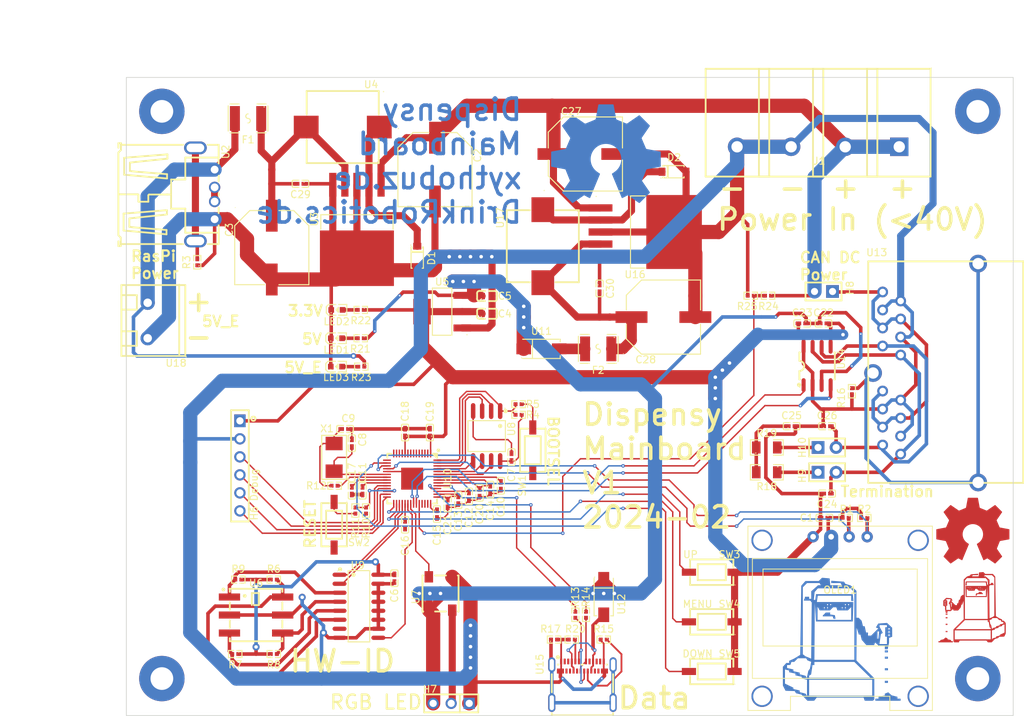
<source format=kicad_pcb>
(kicad_pcb (version 20221018) (generator pcbnew)
  (title_block (title "Dispensy Mainboard") (date "2024-02-05") (rev "1") (company "DrinkRobotics") (comment 1 "https://git.xythobuz.de/thomas/Dispensy") (comment 2 "Licensed under the CERN-OHL-S-2.0+") (comment 3 "PCB Thickness: 1mm") (comment 4 "Copyright (c) 2023 - 2024 Thomas Buck <thomas@xythobuz.de>"))
  (layers (0 "F.Cu" signal) (31 "B.Cu" signal) (34 "B.Paste" user) (35 "F.Paste" user) (36 "B.SilkS" user "B.Silkscreen") (37 "F.SilkS" user "F.Silkscreen") (38 "B.Mask" user) (39 "F.Mask" user) (44 "Edge.Cuts" user))
  (net 0 "")
  (net 1 "GND")
  (net 2 "+3.3V")
  (net 3 "+VDC")
  (net 4 "/EXT_PSU/Vout")
  (net 5 "+5V")
  (net 6 "Net-(U10-XIN)")
  (net 7 "Net-(X1-OSC2)")
  (net 8 "+1V1")
  (net 9 "Net-(U14-CANH)")
  (net 10 "Net-(C25-Pad1)")
  (net 11 "Net-(U14-CANL)")
  (net 12 "/PI/PI_PSU/Vout")
  (net 13 "Net-(U3-OUT)")
  (net 14 "Net-(U16-OUT)")
  (net 15 "/PI/ADC0")
  (net 16 "/PI/ADC1")
  (net 17 "/PI/ADC2")
  (net 18 "/PI/ADC3")
  (net 19 "/PI/IO0")
  (net 20 "/PI/IO1")
  (net 21 "/PI/IO2")
  (net 22 "/PI/IO3")
  (net 23 "/PI/IO4")
  (net 24 "/PI/IO5")
  (net 25 "/PI/IO6")
  (net 26 "/PI/IO7")
  (net 27 "/PI/IO8")
  (net 28 "/PI/IO9")
  (net 29 "/PI/IO10")
  (net 30 "/PI/IO11")
  (net 31 "/PI/IO12")
  (net 32 "/PI/IO13")
  (net 33 "/PI/IO14")
  (net 34 "/PI/IO15")
  (net 35 "/PI/Debug_Clock")
  (net 36 "/PI/Debug_Data")
  (net 37 "/PI/Debug_Tx")
  (net 38 "/PI/Debug_Rx")
  (net 39 "Net-(U7-DO)")
  (net 40 "Net-(H8-Pad1)")
  (net 41 "Net-(H9-Pad1)")
  (net 42 "Net-(H10-Pad1)")
  (net 43 "/PI/I2C_SCL")
  (net 44 "/PI/I2C_SDA")
  (net 45 "Net-(U2-SH1)")
  (net 46 "/PI/SPI_FLASH.SS")
  (net 47 "Net-(R5-Pad1)")
  (net 48 "Net-(U9-D7)")
  (net 49 "Net-(U9-D6)")
  (net 50 "Net-(U9-D5)")
  (net 51 "Net-(U9-D4)")
  (net 52 "Net-(U10-RUN)")
  (net 53 "Net-(R11-Pad2)")
  (net 54 "Net-(U10-XOUT)")
  (net 55 "/PI/USBC.DP")
  (net 56 "Net-(U10-USB_DP)")
  (net 57 "/PI/USBC.DM")
  (net 58 "Net-(U10-USB_DM)")
  (net 59 "Net-(U15-CC2)")
  (net 60 "Net-(R16-Pad1)")
  (net 61 "/PI/USBC.SHIELD")
  (net 62 "Net-(U15-CC1)")
  (net 63 "Net-(U2-D+)")
  (net 64 "/PI/LED_Din")
  (net 65 "/PI/SPI_FLASH.SD1")
  (net 66 "/PI/SPI_FLASH.SD2")
  (net 67 "/PI/SPI_FLASH.SD0")
  (net 68 "/PI/SPI_FLASH.SCLK")
  (net 69 "/PI/SPI_FLASH.SD3")
  (net 70 "/PI/SR_Load")
  (net 71 "/PI/SR_Clock")
  (net 73 "/PI/SR_Data")
  (net 74 "Net-(U10-GPIO24)")
  (net 75 "Net-(U10-GPIO25)")
  (net 76 "/PI/USBC.VBUS")
  (net 87 "Net-(U2-VCC)")
  (net 88 "Net-(U11-A)")
  (net 89 "Net-(LED1-+)")
  (net 90 "Net-(LED2-+)")
  (net 91 "Net-(LED3-+)")
  (footprint "jlc_footprints:HDR-TH_3P-P2.54-V-F" (layer "F.Cu") (at 139.275082 136 180)
    (fp_text reference "H7")
    (fp_text value "WS2812")
  )
  (footprint "jlc_footprints:C0402" (layer "F.Cu") (at 140.275082 107.34763 -90)
    (fp_text reference "C13")
    (fp_text value "1uF")
  )
  (footprint "jlc_footprints:LED0603-RD" (layer "F.Cu") (at 123.101981 88.506858)
    (fp_text reference "LED3")
    (fp_text value "FC-D1608HGK-572C")
  )
  (footprint "jlc_footprints:SW-SMD_L6.1-W3.6-LS6.6" (layer "F.Cu") (at 176 124.5 180)
    (fp_text reference "SW4")
    (fp_text value "MENU")
  )
  (footprint "jlc_footprints:R1206" (layer "F.Cu") (at 183.754966 99.907765)
    (fp_text reference "R19")
    (fp_text value "60R4")
  )
  (footprint "jlc_footprints:TO-263-5_L10.6-W9.6-P1.70-LS15.9-BR" (layer "F.Cu") (at 125.990456 68.034258 90)
    (fp_text reference "U3")
    (fp_text value "LM2576S-5_0_TR")
  )
  (footprint "jlc_footprints:R0402" (layer "F.Cu") (at 127.275082 108.802545 -90)
    (fp_text reference "R10")
    (fp_text value "10K")
  )
  (footprint "jlc_footprints:CAP-SMD_BD10.0-L10.3-W10.3-FD" (layer "F.Cu") (at 158.190482 58.51762)
    (fp_text reference "C27")
    (fp_text value "100uF")
  )
  (footprint "jlc_footprints:CONN-TH_4P-P7.62_L15.2-W31.7-EX4.2" (layer "F.Cu") (at 191 57.5 180)
    (fp_text reference "U1")
    (fp_text value "DBT50G-7_62-4P")
  )
  (footprint "jlc_footprints:R0402" (layer "F.Cu") (at 158.275082 123.5 -90)
    (fp_text reference "R14")
    (fp_text value "27R4")
  )
  (footprint "jlc_footprints:RJ45-TH_DS1129-05-S80BP-X" (layer "F.Cu") (at 206.140469 89.407765 90)
    (fp_text reference "U13")
    (fp_text value "CAN_IO")
  )
  (footprint "jlc_footprints:SOD-123_L2.8-W1.8-LS3.7-RD" (layer "F.Cu") (at 170.690482 61.01762)
    (fp_text reference "D2")
    (fp_text value "MBR340F")
  )
  (footprint "jlc_footprints:C0402" (layer "F.Cu") (at 188.754966 82.407765 180)
    (fp_text reference "C23")
    (fp_text value "47nF")
  )
  (footprint "jlc_footprints:SW-SMD_L6.1-W3.6-LS6.6" (layer "F.Cu") (at 176 117.5 180)
    (fp_text reference "SW3")
    (fp_text value "UP")
  )
  (footprint "jlc_footprints:F1812" (layer "F.Cu") (at 110.646558 53.5 180)
    (fp_text reference "F1")
    (fp_text value "ASMD1812-350-16V")
  )
  (footprint "jlc_footprints:C0402" (layer "F.Cu") (at 126.775082 106 -90)
    (fp_text reference "C11")
    (fp_text value "100nF")
  )
  (footprint "jlc_footprints:CAP-SMD_BD10.0-L10.3-W10.3-FD" (layer "F.Cu") (at 136.990456 60.717646 -90)
    (fp_text reference "C2")
    (fp_text value "100uF")
  )
  (footprint "jlc_footprints:R0402" (layer "F.Cu") (at 114.275082 118.53813)
    (fp_text reference "R6")
    (fp_text value "10K")
  )
  (footprint "jlc_footprints:C0402" (layer "F.Cu") (at 191.874904 109.82738 180)
    (fp_text reference "C1")
    (fp_text value "100nF")
  )
  (footprint "jlc_footprints:R0402" (layer "F.Cu") (at 156.775082 123.5 -90)
    (fp_text reference "R13")
    (fp_text value "27R4")
  )
  (footprint "jlc_footprints:C0402" (layer "F.Cu") (at 138.775082 107.802545 -90)
    (fp_text reference "C21")
    (fp_text value "100nF")
  )
  (footprint "jlc_footprints:C0402" (layer "F.Cu") (at 192.254966 96.907765)
    (fp_text reference "C26")
    (fp_text value "100pF")
  )
  (footprint "jlc_footprints:HDR-TH_6P-P2.54-V-F" (layer "F.Cu") (at 109.5 102.5 -90)
    (fp_text reference "H6")
    (fp_text value "Debug")
  )
  (footprint "jlc_footprints:C0402" (layer "F.Cu") (at 132.775082 110.802545 -90)
    (fp_text reference "C16")
    (fp_text value "100nF")
  )
  (footprint "jlc_footprints:R0402" (layer "F.Cu") (at 126.601981 88.506858 180)
    (fp_text reference "R23")
    (fp_text value "1K")
  )
  (footprint "jlc_footprints:SOT-223-4_L6.5-W3.5-P2.30-LS7.0-BR" (layer "F.Cu") (at 138 80.75)
    (fp_text reference "U5")
    (fp_text value "AMS1117-3_3_C347222")
  )
  (footprint "jlc_footprints:SOIC-8_L5.0-W4.0-P1.27-LS6.0-BL" (layer "F.Cu") (at 190.849962 88.407765)
    (fp_text reference "U14")
    (fp_text value "TJA1042T_3_1J")
  )
  (footprint "jlc_footprints:CONN-TH_XY300V-A-5.0-2P" (layer "F.Cu") (at 96.5 82 90)
    (fp_text reference "U18")
    (fp_text value "XY300V-A-5_0-2P")
  )
  (footprint "jlc_footprints:LED-SMD_4P-L5.0-W5.0-LS5.4-TL-1" (layer "F.Cu") (at 137.775082 120.5 90)
    (fp_text reference "U7")
    (fp_text value "WS2812E-V5")
  )
  (footprint "MountingHole:MountingHole_3.2mm_M3_Pad_TopBottom" (layer "F.Cu") (at 213.5 52.5)
    (fp_text reference "H12" hide)
    (fp_text value "MountingHole" hide)
  )
  (footprint "jlc_footprints:R0402" (layer "F.Cu") (at 103.490456 73.784829 90)
    (fp_text reference "R3")
    (fp_text value "1M")
  )
  (footprint "jlc_footprints:LED0603-RD" (layer "F.Cu") (at 123.169164 80.503429)
    (fp_text reference "LED2")
    (fp_text value "FC-D1608HGK-572C")
  )
  (footprint "jlc_footprints:C0402" (layer "F.Cu") (at 147.775082 101.25746 90)
    (fp_text reference "C7")
    (fp_text value "100nF")
  )
  (footprint "jlc_footprints:C0402" (layer "F.Cu") (at 124.320167 97.302545 180)
    (fp_text reference "C9")
    (fp_text value "27p")
  )
  (footprint "jlc_footprints:HDR-TH_2P-P2.54-V-M-1" (layer "F.Cu") (at 191.754966 77.907765 180)
    (fp_text reference "H8")
    (fp_text value "PWR")
  )
  (footprint "jlc_footprints:R0402" (layer "F.Cu") (at 194.874904 109.82738 180)
    (fp_text reference "R1")
    (fp_text value "10K")
  )
  (footprint "jlc_footprints:R0402" (layer "F.Cu") (at 156.275082 127 180)
    (fp_text reference "R20")
    (fp_text value "5K1")
  )
  (footprint "jlc_footprints:C0402" (layer "F.Cu") (at 132.775082 97.802545 90)
    (fp_text reference "C18")
    (fp_text value "100nF")
  )
  (footprint "jlc_footprints:USB-C-SMD_TYPE-C-USB-18" (layer "F.Cu") (at 157.775082 133)
    (fp_text reference "U15")
    (fp_text value "USB-C")
  )
  (footprint "jlc_footprints:C0402" (layer "F.Cu") (at 141.775082 106.802545 -90)
    (fp_text reference "C12")
    (fp_text value "1uF")
  )
  (footprint "jlc_footprints:OSC-SMD_2P-L5.0-W3.2" (layer "F.Cu") (at 122.775082 101.302545 90)
    (fp_text reference "X1")
    (fp_text value "12MHz")
  )
  (footprint "jlc_footprints:SW-SMD_L6.1-W3.6-LS6.6" (layer "F.Cu") (at 150.775082 100.302545 -90)
    (fp_text reference "SW1")
    (fp_text value "BOOTSEL")
  )
  (footprint "MountingHole:MountingHole_3.2mm_M3_Pad_TopBottom" (layer "F.Cu") (at 98.5 52.5)
    (fp_text reference "H11" hide)
    (fp_text value "MountingHole" hide)
  )
  (footprint "jlc_footprints:TO-263-5_L10.6-W9.6-P1.70-LS15.9-BR" (layer "F.Cu") (at 165.507094 69.51762 180)
    (fp_text reference "U16")
    (fp_text value "LM2576S-5_0_TR")
  )
  (footprint "jlc_footprints:R0402" (layer "F.Cu") (at 183.932817 78.5 180)
    (fp_text reference "R24")
    (fp_text value "147K")
  )
  (footprint "jlc_footprints:R0402" (layer "F.Cu") (at 125.775082 108.802545 -90)
    (fp_text reference "R11")
    (fp_text value "1K")
  )
  (footprint "jlc_footprints:R0402" (layer "F.Cu") (at 122.842265 105.302545)
    (fp_text reference "R12")
    (fp_text value "1K")
  )
  (footprint "jlc_footprints:SW-SMD_L6.1-W3.6-LS6.6" (layer "F.Cu") (at 122.775082 110.802545 -90)
    (fp_text reference "SW2")
    (fp_text value "RESET")
  )
  (footprint "jlc_footprints:R0402" (layer "F.Cu") (at 153.775082 127)
    (fp_text reference "R17")
    (fp_text value "1M")
  )
  (footprint "jlc_footprints:R0402" (layer "F.Cu") (at 148.775082 95.302545 180)
    (fp_text reference "R4")
    (fp_text value "10K")
  )
  (footprint "jlc_footprints:R0402" (layer "F.Cu") (at 160.775082 127 180)
    (fp_text reference "R15")
    (fp_text value "5K1")
  )
  (footprint "jlc_footprints:C0402" (layer "F.Cu") (at 143.275082 106.302545 -90)
    (fp_text reference "C20")
    (fp_text value "100nF")
  )
  (footprint "jlc_footprints:SOIC-8_L5.3-W5.3-P1.27-LS8.0-BL" (layer "F.Cu") (at 144.275082 98.302545 180)
    (fp_text reference "U8")
    (fp_text value "W25Q128JVSIQ")
  )
  (footprint "jlc_footprints:C0402" (layer "F.Cu") (at 192.254966 106.407765 180)
    (fp_text reference "C24")
    (fp_text value "100pF")
  )
  (footprint "jlc_footprints:R0402" (layer "F.Cu") (at 126.534798 80.503429 180)
    (fp_text reference "R22")
    (fp_text value "1K")
  )
  (footprint "jlc_footprints:LED0603-RD" (layer "F.Cu") (at 123.101981 84.503429)
    (fp_text reference "LED1")
    (fp_text value "FC-D1608HGK-572C")
  )
  (footprint "jlc_footprints:SMA_L4.4-W2.8-LS5.4-R-RD" (layer "F.Cu") (at 152 86)
    (fp_text reference "U11")
    (fp_text value "SS54_C22452")
  )
  (footprint "jlc_footprints:F1812" (layer "F.Cu") (at 160 86 180)
    (fp_text reference "F2")
    (fp_text value "ASMD1812-350-16V")
  )
  (footprint "MountingHole:MountingHole_3.2mm_M3_Pad_TopBottom" (layer "F.Cu") (at 213.5 132.5)
    (fp_text reference "H14" hide)
    (fp_text value "MountingHole" hide)
  )
  (footprint "jlc_footprints:CAP-SMD_BD10.0-L10.3-W10.3-LS11.3-FD" (layer "F.Cu") (at 113.990456 71.717646 -90)
    (fp_text reference "C3")
    (fp_text value "1000uF")
  )
  (footprint "jlc_footprints:CAP-SMD_BD10.0-L10.3-W10.3-LS11.3-FD" (layer "F.Cu") (at 169.190482 81.51762)
    (fp_text reference "C28")
    (fp_text value "1000uF")
  )
  (footprint "jlc_footprints:C0402" (layer "F.Cu") (at 146.275082 105.302545 -90)
    (fp_text reference "C10")
    (fp_text value "100nF")
  )
  (footprint "jlc_footprints:C0603" (layer "F.Cu") (at 144.3349 78.549975)
    (fp_text reference "C5")
    (fp_text value "10uF")
  )
  (footprint "jlc_footprints:C0402" (layer "F.Cu") (at 136.275082 97.802545 90)
    (fp_text reference "C19")
    (fp_text value "100nF")
  )
  (footprint "jlc_footprints:R0402" (layer "F.Cu") (at 181.5 78.5 180)
    (fp_text reference "R25")
    (fp_text value "10K")
  )
  (footprint "jlc_footprints:C0402" (layer "F.Cu") (at 137.275082 109.302545 -90)
    (fp_text reference "C15")
    (fp_text value "100nF")
  )
  (footprint "jlc_footprints:R0402" (layer "F.Cu") (at 195.754966 91.974948 -90)
    (fp_text reference "R16")
    (fp_text value "1M")
  )
  (footprint "jlc_footprints:SMA_L4.4-W2.8-LS5.4-R-RD" (layer "F.Cu") (at 160.775082 121 -90)
    (fp_text reference "U12")
    (fp_text value "SS54_C22452")
  )
  (footprint "jlc_footprints:R0402" (layer "F.Cu") (at 148.775082 93.802545 180)
    (fp_text reference "R5")
    (fp_text value "1K")
  )
  (footprint "jlc_footprints:SW-SMD_SM_SKCR-16S" (layer "F.Cu") (at 111.775082 123.53813 90)
    (fp_text reference "U6")
    (fp_text value "SKCR-16S")
  )
  (footprint "jlc_footprints:C0603" (layer "F.Cu") (at 144.3349 81.049975)
    (fp_text reference "C4")
    (fp_text value "10uF")
  )
  (footprint "jlc_footprints:C0402" (layer "F.Cu") (at 187.254966 96.907765)
    (fp_text reference "C25")
    (fp_text value "4.7nF")
  )
  (footprint "jlc_footprints:C0402" (layer "F.Cu") (at 144.775082 105.84763 -90)
    (fp_text reference "C14")
    (fp_text value "100nF")
  )
  (footprint "jlc_footprints:R1206" (layer "F.Cu") (at 183.754966 103.407765 180)
    (fp_text reference "R18")
    (fp_text value "60R4")
  )
  (footprint "jlc_footprints:USB-A-TH_USB-302-T" (layer "F.Cu") (at 104.581769 64.217646 -90)
    (fp_text reference "U2")
    (fp_text value "USB-A")
  )
  (footprint "jlc_footprints:C0402" (layer "F.Cu") (at 131.275082 118.34763 90)
    (fp_text reference "C6")
    (fp_text value "100nF")
  )
  (footprint "jlc_footprints:SOIC-16_L9.9-W3.9-P1.27-LS6.0-BL" (layer "F.Cu") (at 126.275082 122.302545 -90)
    (fp_text reference "U9")
    (fp_text value "74HC165D,653")
  )
  (footprint "jlc_footprints:R0402" (layer "F.Cu") (at 197.5 109.845 180)
    (fp_text reference "R2")
    (fp_text value "10K")
  )
  (footprint "MountingHole:MountingHole_3.2mm_M3_Pad_TopBottom" (layer "F.Cu") (at 98.5 132.5)
    (fp_text reference "H13" hide)
    (fp_text value "MountingHole" hide)
  )
  (footprint "jlc_footprints:SOD-123_L2.8-W1.8-LS3.7-RD" (layer "F.Cu") (at 134.490456 73.217646 -90)
    (fp_text reference "D1")
    (fp_text value "MBR340F")
  )
  (footprint "jlc_footprints:SW-SMD_L6.1-W3.6-LS6.6" (layer "F.Cu") (at 176 131.5 180)
    (fp_text reference "SW5")
    (fp_text value "DOWN")
  )
  (footprint "jlc_footprints:IND-SMD_L11.5-W10.0_YSPI1050" (layer "F.Cu") (at 152.190482 71.51762 -90)
    (fp_text reference "U17")
    (fp_text value "100uH")
  )
  (footprint "jlc_footprints:LQFN-56_L7.0-W7.0-P0.4-EP" (layer "F.Cu") (at 133.774955 104.302545 -90)
    (fp_text reference "U10")
    (fp_text value "RP2040")
  )
  (footprint "jlc_footprints:IND-SMD_L11.5-W10.0_YSPI1050" (layer "F.Cu") (at 123.990456 54.717646 180)
    (fp_text reference "U4")
    (fp_text value "100uH")
  )
  (footprint "jlc_footprints:R0402" (layer "F.Cu") (at 114.275082 129.03813)
    (fp_text reference "R8")
    (fp_text value "10K")
  )
  (footprint "jlc_footprints:R0402" (layer "F.Cu") (at 126.534798 84.503429 180)
    (fp_text reference "R21")
    (fp_text value "1K")
  )
  (footprint "jlc_footprints:C0402" (layer "F.Cu") (at 125.275082 99.302545 -90)
    (fp_text reference "C8")
    (fp_text value "27p")
  )
  (footprint "jlc_footprints:C0402" (layer "F.Cu") (at 118.035541 62.717646 180)
    (fp_text reference "C29")
    (fp_text value "100nF")
  )
  (footprint "jlc_footprints:R0402" (layer "F.Cu") (at 109.275082 118.53813 180)
    (fp_text reference "R9")
    (fp_text value "10K")
  )
  (footprint "extern:SSD1306_0.96_Oled" (layer "F.Cu") (at 181.095 137)
    (fp_text reference "OLED1")
    (fp_text value "SSD1306")
  )
  (footprint "jlc_footprints:C0402" (layer "F.Cu") (at 191.754966 82.407765)
    (fp_text reference "C22")
    (fp_text value "100nF")
  )
  (footprint "jlc_footprints:C0402" (layer "F.Cu") (at 125.275082 106 -90)
    (fp_text reference "C17")
    (fp_text value "100nF")
  )
  (footprint "jlc_footprints:HDR-TH_2P-P2.54-V-M-1" (layer "F.Cu") (at 192.254966 99.907765)
    (fp_text reference "H10")
    (fp_text value "T_CL")
  )
  (footprint "jlc_footprints:R0402" (layer "F.Cu") (at 108.842265 129.03813 180)
    (fp_text reference "R7")
    (fp_text value "10K")
  )
  (footprint "jlc_footprints:HDR-TH_2P-P2.54-V-M-1" (layer "F.Cu") (at 192.254966 103.407765)
    (fp_text reference "H9")
    (fp_text value "T_CH")
  )
  (footprint "jlc_footprints:C0402" (layer "F.Cu") (at 160.190482 77.472535 -90)
    (fp_text reference "C30")
    (fp_text value "100nF")
  )
  (gr_poly (pts (xy 214.097024 120.401698) (xy 214.217977 120.522651) (xy 214.217977 120.591191) (xy 213.42305 120.591191) (xy 213.390125 120.689968) (xy 213.357199 120.788746) (xy 213.18956 120.788746) (xy 213.2178 120.640579) (xy 213.24604 120.492413) (xy 213.435675 120.465358) (xy 213.62531 120.438302) (xy 213.62531 120.280746) (xy 213.976071 120.280746)) (fill solid) (layer "F.Cu"))
  (gr_poly (pts (xy 213.454103 106.998476) (xy 213.457027 106.998694) (xy 213.459938 106.999052) (xy 213.46283 106.999547) (xy 213.465699 107.000176) (xy 213.468542 107.000934) (xy 213.471352 107.001819) (xy 213.474127 107.002826) (xy 213.476862 107.003953) (xy 213.479552 107.005195) (xy 213.482193 107.006548) (xy 213.484781 107.008011) (xy 213.487311 107.009577) (xy 213.489779 107.011245) (xy 213.492181 107.01301) (xy 213.494512 107.01487) (xy 213.496768 107.016819) (xy 213.498944 107.018855) (xy 213.501037 107.020975) (xy 213.503042 107.023174) (xy 213.504954 107.025448) (xy 213.506769 107.027795) (xy 213.508483 107.030211) (xy 213.510091 107.032692) (xy 213.51159 107.035235) (xy 213.512974 107.037835) (xy 213.51424 107.04049) (xy 213.515382 107.043195) (xy 213.516397 107.045948) (xy 213.51728 107.048744) (xy 213.518028 107.051581) (xy 213.518635 107.054453) (xy 213.541237 107.175457) (xy 213.56207 107.287672) (xy 213.762126 108.362896) (xy 213.762739 108.365792) (xy 213.763484 108.368698) (xy 213.765352 108.374521) (xy 213.767698 108.380327) (xy 213.770488 108.386078) (xy 213.773691 108.391735) (xy 213.777273 108.397261) (xy 213.781201 108.402617) (xy 213.785443 108.407766) (xy 213.789966 108.41267) (xy 213.794737 108.41729) (xy 213.799723 108.421588) (xy 213.804892 108.425527) (xy 213.810211 108.429068) (xy 213.815647 108.432174) (xy 213.818398 108.433551) (xy 213.821167 108.434806) (xy 213.823948 108.435932) (xy 213.826738 108.436926) (xy 214.703733 108.795886) (xy 214.709199 108.798277) (xy 214.714991 108.800275) (xy 214.721058 108.801882) (xy 214.72735 108.803102) (xy 214.733815 108.803938) (xy 214.740405 108.804394) (xy 214.747068 108.804472) (xy 214.753754 108.804176) (xy 214.760413 108.80351) (xy 214.766994 108.802476) (xy 214.773446 108.801079) (xy 214.77972 108.799321) (xy 214.785765 108.797206) (xy 214.79153 108.794737) (xy 214.796966 108.791918) (xy 214.802021 108.788751) (xy 215.699392 108.172885) (xy 215.793512 108.108274) (xy 215.894996 108.038639) (xy 215.897458 108.037038) (xy 215.899995 108.035561) (xy 215.902599 108.034209) (xy 215.905265 108.03298) (xy 215.907989 108.031875) (xy 215.910763 108.030893) (xy 215.913583 108.030033) (xy 215.916443 108.029295) (xy 215.919337 108.028678) (xy 215.92226 108.028181) (xy 215.928168 108.027549) (xy 215.934123 108.027393) (xy 215.940079 108.027709) (xy 215.945992 108.028493) (xy 215.951817 108.029742) (xy 215.957508 108.031451) (xy 215.960289 108.032476) (xy 215.96302 108.033615) (xy 215.965695 108.034866) (xy 215.968308 108.03623) (xy 215.970855 108.037706) (xy 215.973328 108.039293) (xy 215.975723 108.040991) (xy 215.978034 108.042799) (xy 215.980255 108.044717) (xy 215.98238 108.046744) (xy 216.069424 108.13373) (xy 216.150188 108.214495) (xy 216.402299 108.46672) (xy 216.483007 108.547427) (xy 216.735232 108.799652) (xy 216.81594 108.88036) (xy 216.902925 108.967346) (xy 216.904952 108.969477) (xy 216.906869 108.971702) (xy 216.908677 108.974017) (xy 216.910374 108.976415) (xy 216.91196 108.978891) (xy 216.913435 108.981439) (xy 216.916048 108.986731) (xy 216.918209 108.992244) (xy 216.919915 108.997935) (xy 216.921162 109.003758) (xy 216.921946 109.009669) (xy 216.922264 109.015622) (xy 216.92211 109.021574) (xy 216.921482 109.027478) (xy 216.920375 109.033292) (xy 216.918786 109.038968) (xy 216.91781 109.041741) (xy 216.916711 109.044464) (xy 216.91549 109.047129) (xy 216.914146 109.049733) (xy 216.912679 109.052269) (xy 216.911088 109.054731) (xy 216.841396 109.156215) (xy 216.776841 109.250393) (xy 216.173933 110.128929) (xy 216.170781 110.134001) (xy 216.167982 110.139444) (xy 216.16554 110.145209) (xy 216.163459 110.151246) (xy 216.161742 110.157505) (xy 216.160392 110.163936) (xy 216.159413 110.17049) (xy 216.158807 110.177116) (xy 216.158579 110.183765) (xy 216.158731 110.190387) (xy 216.159268 110.196932) (xy 216.160191 110.203351) (xy 216.161506 110.209592) (xy 216.163214 110.215607) (xy 216.165319 110.221346) (xy 216.167826 110.226759) (xy 216.555667 111.131379) (xy 216.557861 111.13693) (xy 216.560565 111.142431) (xy 216.563741 111.147848) (xy 216.567351 111.15315) (xy 216.571355 111.158303) (xy 216.575716 111.163274) (xy 216.580395 111.16803) (xy 216.585354 111.172539) (xy 216.590555 111.176768) (xy 216.595958 111.180684) (xy 216.601527 111.184254) (xy 216.607221 111.187445) (xy 216.613004 111.190224) (xy 216.618836 111.192559) (xy 216.624679 111.194416) (xy 216.630495 111.195763) (xy 217.66217 111.387657) (xy 217.774441 111.40849) (xy 217.895445 111.431036) (xy 217.898323 111.431653) (xy 217.901164 111.432409) (xy 217.903965 111.4333) (xy 217.906721 111.434321) (xy 217.909431 111.435469) (xy 217.912089 111.436739) (xy 217.914693 111.438127) (xy 217.917238 111.439629) (xy 217.919721 111.441239) (xy 217.922139 111.442955) (xy 217.926764 111.446685) (xy 217.931085 111.450783) (xy 217.935071 111.455215) (xy 217.938695 111.459948) (xy 217.941927 111.464947) (xy 217.94474 111.470178) (xy 217.94598 111.47287) (xy 217.947103 111.475607) (xy 217.948108 111.478385) (xy 217.94899 111.4812) (xy 217.949745 111.484046) (xy 217.950369 111.486921) (xy 217.95086 111.48982) (xy 217.951214 111.492738) (xy 217.951427 111.495671) (xy 217.951495 111.498616) (xy 217.951437 111.621674) (xy 217.951437 111.73583) (xy 217.951381 112.092563) (xy 217.951381 112.800495) (xy 217.951307 112.803434) (xy 217.95109 112.806364) (xy 217.950732 112.809279) (xy 217.950236 112.812175) (xy 217.949608 112.815048) (xy 217.948849 112.817894) (xy 217.947964 112.820708) (xy 217.946956 112.823486) (xy 217.945829 112.826224) (xy 217.944587 112.828916) (xy 217.943233 112.83156) (xy 217.94177 112.83415) (xy 217.940202 112.836682) (xy 217.938533 112.839152) (xy 217.936767 112.841555) (xy 217.934906 112.843888) (xy 217.932955 112.846145) (xy 217.930918 112.848323) (xy 217.928796 112.850416) (xy 217.926596 112.852422) (xy 217.924319 112.854334) (xy 217.921969 112.85615) (xy 217.919551 112.857865) (xy 217.917067 112.859473) (xy 217.914521 112.860972) (xy 217.911918 112.862357) (xy 217.909259 112.863622) (xy 217.90655 112.864765) (xy 217.903793 112.86578) (xy 217.900992 112.866663) (xy 217.898151 112.867411) (xy 217.895273 112.868017) (xy 217.774383 112.890506) (xy 217.662112 112.911453) (xy 216.661431 113.09764) (xy 216.658536 113.098243) (xy 216.655633 113.09898) (xy 216.652726 113.099846) (xy 216.649821 113.100838) (xy 216.644034 113.103181) (xy 216.638309 113.105974) (xy 216.632684 113.109185) (xy 216.627196 113.112781) (xy 216.621883 113.116727) (xy 216.616782 113.120991) (xy 216.611932 113.12554) (xy 216.607369 113.130339) (xy 216.603132 113.135356) (xy 216.599258 113.140557) (xy 216.595784 113.145909) (xy 216.592749 113.151379) (xy 216.591407 113.154147) (xy 216.59019 113.156932) (xy 216.5891 113.15973) (xy 216.588144 113.162537) (xy 216.202985 114.124805) (xy 216.200595 114.130272) (xy 216.198603 114.136066) (xy 216.197004 114.142135) (xy 216.195794 114.148431) (xy 216.19497 114.154901) (xy 216.194528 114.161495) (xy 216.194464 114.168163) (xy 216.194773 114.174855) (xy 216.195452 114.181519) (xy 216.196498 114.188105) (xy 216.197905 114.194562) (xy 216.19967 114.20084) (xy 216.20179 114.206888) (xy 216.204259 114.212656) (xy 216.207075 114.218094) (xy 216.210234 114.223149) (xy 216.776899 115.048832) (xy 216.841511 115.142895) (xy 216.911202 115.244492) (xy 216.912803 115.246955) (xy 216.91428 115.249491) (xy 216.915632 115.252096) (xy 216.916861 115.254762) (xy 216.917966 115.257486) (xy 216.918948 115.26026) (xy 216.919809 115.26308) (xy 216.920547 115.26594) (xy 216.921165 115.268834) (xy 216.921661 115.271756) (xy 216.922295 115.277665) (xy 216.922453 115.28362) (xy 216.922139 115.289576) (xy 216.921357 115.295489) (xy 216.920113 115.301314) (xy 216.918409 115.307005) (xy 216.917386 115.309786) (xy 216.91625 115.312517) (xy 216.915002 115.315192) (xy 216.913641 115.317806) (xy 216.912169 115.320352) (xy 216.910586 115.322825) (xy 216.908892 115.32522) (xy 216.907089 115.327531) (xy 216.905176 115.329752) (xy 216.903154 115.331878) (xy 216.816054 115.418865) (xy 216.735346 115.499571) (xy 216.483007 115.751797) (xy 216.402299 115.832505) (xy 216.150188 116.084672) (xy 216.069424 116.165437) (xy 215.982438 116.252423) (xy 215.980313 116.254445) (xy 215.978091 116.256358) (xy 215.975781 116.258162) (xy 215.973386 116.259855) (xy 215.970912 116.261439) (xy 215.968366 116.262911) (xy 215.963077 116.26552) (xy 215.957565 116.267678) (xy 215.951874 116.269382) (xy 215.94605 116.270627) (xy 215.940137 116.271409) (xy 215.93418 116.271723) (xy 215.928225 116.271565) (xy 215.922317 116.270931) (xy 215.9165 116.269817) (xy 215.91082 116.268218) (xy 215.908046 116.267235) (xy 215.905322 116.26613) (xy 215.902656 116.264901) (xy 215.900051 116.263549) (xy 215.897515 116.262072) (xy 215.895052 116.260471) (xy 215.793512 116.190894) (xy 215.699448 116.126338) (xy 214.891688 115.572004) (xy 214.886644 115.568867) (xy 214.88124 115.566114) (xy 214.875525 115.563747) (xy 214.869549 115.561766) (xy 214.863361 115.560174) (xy 214.857011 115.558971) (xy 214.850548 115.55816) (xy 214.844022 115.557741) (xy 214.837482 115.557716) (xy 214.830977 115.558087) (xy 214.824556 115.558854) (xy 214.81827 115.56002) (xy 214.812168 115.561585) (xy 214.806299 115.563551) (xy 214.800712 115.56592) (xy 214.795456 115.568693) (xy 214.62782 115.663099) (xy 214.577421 115.689769) (xy 214.550445 115.70381) (xy 214.526679 115.71601) (xy 214.353049 115.804936) (xy 214.350409 115.806197) (xy 214.347746 115.807306) (xy 214.345066 115.808263) (xy 214.342372 115.809072) (xy 214.33967 115.809734) (xy 214.336964 115.810249) (xy 214.334258 115.810621) (xy 214.331558 115.810851) (xy 214.328867 115.81094) (xy 214.326191 115.810891) (xy 214.323534 115.810704) (xy 214.320901 115.810382) (xy 214.318296 115.809927) (xy 214.315724 115.80934) (xy 214.31319 115.808622) (xy 214.310698 115.807776) (xy 214.308252 115.806803) (xy 214.305858 115.805705) (xy 214.303521 115.804484) (xy 214.301244 115.803142) (xy 214.299032 115.801679) (xy 214.29689 115.800098) (xy 214.294822 115.798401) (xy 214.292834 115.796589) (xy 214.29093 115.794664) (xy 214.289114 115.792627) (xy 214.287391 115.790481) (xy 214.285765 115.788227) (xy 214.284242 115.785867) (xy 214.282826 115.783403) (xy 214.281521 115.780835) (xy 214.280333 115.778167) (xy 214.205675 115.597917) (xy 214.162011 115.492438) (xy 213.461272 113.799008) (xy 213.417665 113.693643) (xy 213.368007 113.573666) (xy 213.366954 113.570925) (xy 213.36604 113.568141) (xy 213.365263 113.565321) (xy 213.364623 113.562469) (xy 213.364116 113.55959) (xy 213.363743 113.556691) (xy 213.3635 113.553776) (xy 213.363386 113.55085) (xy 213.363399 113.547919) (xy 213.363537 113.544988) (xy 213.3638 113.542062) (xy 213.364184 113.539147) (xy 213.364689 113.536247) (xy 213.365313 113.533369) (xy 213.366053 113.530517) (xy 213.366908 113.527697) (xy 213.367877 113.524914) (xy 213.368957 113.522173) (xy 213.370148 113.519479) (xy 213.371446 113.516839) (xy 213.372851 113.514256) (xy 213.374361 113.511737) (xy 213.375973 113.509286) (xy 213.377687 113.506909) (xy 213.3795 113.504612) (xy 213.381411 113.502399) (xy 213.383418 113.500275) (xy 213.38552 113.498247) (xy 213.387714 113.496319) (xy 213.389998 113.494496) (xy 213.392372 113.492784) (xy 213.394833 113.491189) (xy 213.505507 113.423438) (xy 213.513507 113.418351) (xy 213.522035 113.412551) (xy 213.530934 113.406164) (xy 213.540046 113.399316) (xy 213.549214 113.392133) (xy 213.558281 113.384742) (xy 213.56709 113.37727) (xy 213.575484 113.369842) (xy 213.64878 113.319652) (xy 213.718732 113.265162) (xy 213.785151 113.206561) (xy 213.847844 113.144039) (xy 213.90662 113.077787) (xy 213.961289 113.007992) (xy 214.011659 112.934845) (xy 214.057538 112.858536) (xy 214.098736 112.779253) (xy 214.135061 112.697187) (xy 214.166323 112.612526) (xy 214.192329 112.525461) (xy 214.212889 112.436181) (xy 214.227811 112.344876) (xy 214.236905 112.251735) (xy 214.239979 112.156947) (xy 214.238105 112.082853) (xy 214.232545 112.009732) (xy 214.223388 111.937674) (xy 214.210726 111.866769) (xy 214.194649 111.797109) (xy 214.175247 111.728783) (xy 214.15261 111.661882) (xy 214.12683 111.596497) (xy 214.097996 111.532717) (xy 214.066199 111.470634) (xy 214.03153 111.410338) (xy 213.994078 111.35192) (xy 213.953935 111.295469) (xy 213.911191 111.241077) (xy 213.865937 111.188833) (xy 213.818262 111.138828) (xy 213.768258 111.091154) (xy 213.716014 111.045899) (xy 213.661621 111.003155) (xy 213.605171 110.963012) (xy 213.546752 110.925561) (xy 213.486456 110.890891) (xy 213.424373 110.859094) (xy 213.360594 110.830261) (xy 213.295209 110.80448) (xy 213.228308 110.781844) (xy 213.159982 110.762441) (xy 213.090322 110.746364) (xy 213.019417 110.733702) (xy 212.947359 110.724545) (xy 212.874238 110.718985) (xy 212.800144 110.717112) (xy 212.726055 110.718985) (xy 212.652939 110.724545) (xy 212.580885 110.733702) (xy 212.509985 110.746364) (xy 212.440328 110.762441) (xy 212.372006 110.781844) (xy 212.305109 110.80448) (xy 212.239727 110.830261) (xy 212.17595 110.859094) (xy 212.11387 110.890891) (xy 212.053576 110.925561) (xy 211.99516 110.963012) (xy 211.938711 111.003155) (xy 211.884321 111.045899) (xy 211.832078 111.091154) (xy 211.782075 111.138828) (xy 211.734402 111.188833) (xy 211.689148 111.241077) (xy 211.646405 111.295469) (xy 211.606263 111.35192) (xy 211.568812 111.410338) (xy 211.534144 111.470634) (xy 211.502347 111.532717) (xy 211.473514 111.596497) (xy 211.447734 111.661882) (xy 211.425097 111.728783) (xy 211.405695 111.797109) (xy 211.389618 111.866769) (xy 211.376956 111.937674) (xy 211.367799 112.009732) (xy 211.362239 112.082853) (xy 211.360366 112.156947) (xy 211.361138 112.20453) (xy 211.363439 112.251725) (xy 211.367244 112.29851) (xy 211.372531 112.344859) (xy 211.379274 112.390751) (xy 211.38745 112.43616) (xy 211.397036 112.481063) (xy 211.408007 112.525437) (xy 211.420339 112.569257) (xy 211.434009 112.612501) (xy 211.448992 112.655143) (xy 211.465265 112.697161) (xy 211.482804 112.738531) (xy 211.501585 112.779229) (xy 211.542778 112.858514) (xy 211.588652 112.934826) (xy 211.639017 113.007977) (xy 211.693681 113.077775) (xy 211.752453 113.144031) (xy 211.815142 113.206556) (xy 211.881558 113.265159) (xy 211.951509 113.319651) (xy 212.024804 113.369842) (xy 212.033216 113.377272) (xy 212.042039 113.38475) (xy 212.051114 113.392148) (xy 212.060285 113.399337) (xy 212.069394 113.406189) (xy 212.078285 113.412575) (xy 212.086799 113.418368) (xy 212.094781 113.423438) (xy 212.205512 113.491189) (xy 212.207978 113.492784) (xy 212.210357 113.494496) (xy 212.212646 113.496319) (xy 212.214844 113.498247) (xy 212.216949 113.500275) (xy 212.21896 113.502399) (xy 212.22269 113.506909) (xy 212.226021 113.511737) (xy 212.228939 113.516839) (xy 212.23143 113.522173) (xy 212.233479 113.527697) (xy 212.235074 113.533369) (xy 212.236201 113.539147) (xy 212.236844 113.544988) (xy 212.236991 113.55085) (xy 212.236628 113.556691) (xy 212.236251 113.55959) (xy 212.235741 113.562469) (xy 212.235096 113.565321) (xy 212.234315 113.568141) (xy 212.233396 113.570925) (xy 212.232338 113.573666) (xy 212.182737 113.693643) (xy 212.139016 113.799008) (xy 211.438276 115.492438) (xy 211.394555 115.597917) (xy 211.320012 115.778167) (xy 211.318824 115.780835) (xy 211.317519 115.783403) (xy 211.316103 115.785867) (xy 211.31458 115.788227) (xy 211.312954 115.790481) (xy 211.311231 115.792627) (xy 211.309415 115.794664) (xy 211.307511 115.796589) (xy 211.305522 115.798401) (xy 211.303455 115.800098) (xy 211.301313 115.801679) (xy 211.299101 115.803142) (xy 211.296824 115.804484) (xy 211.294486 115.805705) (xy 211.292092 115.806803) (xy 211.289647 115.807776) (xy 211.287155 115.808622) (xy 211.28462 115.80934) (xy 211.282049 115.809927) (xy 211.279444 115.810382) (xy 211.27681 115.810704) (xy 211.274153 115.810891) (xy 211.271477 115.81094) (xy 211.268787 115.810851) (xy 211.266086 115.810621) (xy 211.263381 115.810249) (xy 211.260675 115.809734) (xy 211.257972 115.809072) (xy 211.255279 115.808263) (xy 211.252598 115.807306) (xy 211.249936 115.806197) (xy 211.247295 115.804936) (xy 211.073609 115.71601) (xy 211.022938 115.689769) (xy 210.972524 115.663099) (xy 210.804831 115.568693) (xy 210.799586 115.56592) (xy 210.794007 115.563551) (xy 210.788146 115.561585) (xy 210.78205 115.56002) (xy 210.775769 115.558854) (xy 210.769354 115.558087) (xy 210.762852 115.557716) (xy 210.756315 115.557741) (xy 210.749791 115.55816) (xy 210.74333 115.558971) (xy 210.736981 115.560174) (xy 210.730795 115.561766) (xy 210.724819 115.563747) (xy 210.719104 115.566114) (xy 210.7137 115.568867) (xy 210.708656 115.572004) (xy 209.900896 116.126338) (xy 209.806775 116.190894) (xy 209.705349 116.260471) (xy 209.702886 116.262072) (xy 209.70035 116.263549) (xy 209.697745 116.264901) (xy 209.695079 116.26613) (xy 209.692355 116.267235) (xy 209.689581 116.268218) (xy 209.686761 116.269078) (xy 209.683901 116.269817) (xy 209.681007 116.270434) (xy 209.678084 116.270931) (xy 209.672176 116.271565) (xy 209.666221 116.271723) (xy 209.660265 116.271409) (xy 209.654351 116.270627) (xy 209.648527 116.269382) (xy 209.642836 116.267678) (xy 209.640055 116.266656) (xy 209.637324 116.26552) (xy 209.634649 116.264271) (xy 209.632035 116.262911) (xy 209.629489 116.261439) (xy 209.627016 116.259855) (xy 209.624621 116.258162) (xy 209.62231 116.256358) (xy 209.620089 116.254445) (xy 209.617963 116.252423) (xy 209.530863 116.165437) (xy 209.450155 116.084672) (xy 209.198045 115.832619) (xy 209.117337 115.751911) (xy 208.864997 115.499571) (xy 208.78429 115.418865) (xy 208.697247 115.331878) (xy 208.69522 115.329747) (xy 208.693302 115.327522) (xy 208.691495 115.325207) (xy 208.689798 115.322809) (xy 208.688212 115.320333) (xy 208.686738 115.317785) (xy 208.684125 115.312493) (xy 208.681965 115.30698) (xy 208.68026 115.301289) (xy 208.679015 115.295466) (xy 208.678233 115.289555) (xy 208.677919 115.283602) (xy 208.678077 115.27765) (xy 208.678709 115.271745) (xy 208.679822 115.265932) (xy 208.681417 115.260256) (xy 208.682397 115.257482) (xy 208.6835 115.25476) (xy 208.684725 115.252094) (xy 208.686073 115.249491) (xy 208.687546 115.246955) (xy 208.689142 115.244492) (xy 208.758833 115.142895) (xy 208.823445 115.048832) (xy 209.390053 114.223149) (xy 209.393221 114.218093) (xy 209.396044 114.212654) (xy 209.398518 114.206884) (xy 209.400641 114.200832) (xy 209.402407 114.19455) (xy 209.403814 114.18809) (xy 209.404858 114.1815) (xy 209.405535 114.174833) (xy 209.405841 114.16814) (xy 209.405773 114.16147) (xy 209.405328 114.154875) (xy 209.4045 114.148406) (xy 209.403288 114.142114) (xy 209.401686 114.136049) (xy 209.399692 114.130262) (xy 209.397301 114.124805) (xy 209.012143 113.162537) (xy 209.011192 113.15973) (xy 209.010107 113.156932) (xy 209.007557 113.151379) (xy 209.004529 113.145909) (xy 209.001062 113.140557) (xy 208.997192 113.135356) (xy 208.992958 113.130339) (xy 208.988397 113.12554) (xy 208.983548 113.120991) (xy 208.978446 113.116727) (xy 208.973131 113.112781) (xy 208.96764 113.109185) (xy 208.96201 113.105974) (xy 208.956279 113.103181) (xy 208.950484 113.100838) (xy 208.944664 113.09898) (xy 208.941756 113.098243) (xy 208.938856 113.09764) (xy 207.938231 112.911453) (xy 207.82596 112.890506) (xy 207.705013 112.868017) (xy 207.702135 112.867411) (xy 207.699293 112.866663) (xy 207.696492 112.86578) (xy 207.693734 112.864765) (xy 207.691023 112.863622) (xy 207.688363 112.862357) (xy 207.685758 112.860972) (xy 207.68321 112.859474) (xy 207.680724 112.857865) (xy 207.678304 112.85615) (xy 207.673672 112.852422) (xy 207.669345 112.848323) (xy 207.665351 112.843888) (xy 207.661719 112.839152) (xy 207.658478 112.83415) (xy 207.655656 112.828916) (xy 207.654411 112.826224) (xy 207.653282 112.823486) (xy 207.652273 112.820708) (xy 207.651386 112.817894) (xy 207.650626 112.815048) (xy 207.649996 112.812175) (xy 207.6495 112.809279) (xy 207.649141 112.806364) (xy 207.648923 112.803434) (xy 207.648849 112.800495) (xy 207.648849 111.621674) (xy 207.648792 111.498616) (xy 207.648865 111.495671) (xy 207.649082 111.492738) (xy 207.649441 111.48982) (xy 207.649936 111.486921) (xy 207.650565 111.484046) (xy 207.651323 111.4812) (xy 207.652208 111.478385) (xy 207.653216 111.475607) (xy 207.654343 111.47287) (xy 207.655585 111.470178) (xy 207.65694 111.467536) (xy 207.658402 111.464947) (xy 207.65997 111.462417) (xy 207.661639 111.459948) (xy 207.663405 111.457546) (xy 207.665266 111.455215) (xy 207.667217 111.452959) (xy 207.669254 111.450783) (xy 207.671376 111.44869) (xy 207.673576 111.446685) (xy 207.675853 111.444772) (xy 207.678203 111.442955) (xy 207.680621 111.441239) (xy 207.683105 111.439629) (xy 207.685651 111.438127) (xy 207.688255 111.436739) (xy 207.690913 111.435469) (xy 207.693623 111.434321) (xy 207.69638 111.4333) (xy 207.69918 111.432409) (xy 207.702021 111.431653) (xy 207.704899 111.431036) (xy 207.825904 111.40849) (xy 207.938174 111.387657) (xy 208.969849 111.195763) (xy 208.972751 111.195155) (xy 208.975665 111.194416) (xy 208.981508 111.192559) (xy 208.987341 111.190224) (xy 208.993124 111.187445) (xy 208.998819 111.184254) (xy 209.004389 111.180684) (xy 209.009794 111.176768) (xy 209.014997 111.172539) (xy 209.019959 111.16803) (xy 209.024642 111.163274) (xy 209.029008 111.158303) (xy 209.033018 111.15315) (xy 209.036634 111.147848) (xy 209.039817 111.142431) (xy 209.04253 111.13693) (xy 209.043698 111.134159) (xy 209.044735 111.131379) (xy 209.432518 110.226759) (xy 209.435015 110.221347) (xy 209.437113 110.215607) (xy 209.438817 110.209592) (xy 209.440128 110.203351) (xy 209.44105 110.196932) (xy 209.441587 110.190387) (xy 209.441741 110.183765) (xy 209.441515 110.177116) (xy 209.440912 110.17049) (xy 209.439937 110.163936) (xy 209.43859 110.157505) (xy 209.436877 110.151246) (xy 209.434799 110.145209) (xy 209.43236 110.139444) (xy 209.429563 110.134001) (xy 209.426411 110.128929) (xy 208.823502 109.250393) (xy 208.758948 109.156215) (xy 208.689313 109.054731) (xy 208.687711 109.052269) (xy 208.686235 109.049733) (xy 208.684882 109.04713) (xy 208.683654 109.044464) (xy 208.682549 109.041742) (xy 208.681567 109.038968) (xy 208.680706 109.03615) (xy 208.679968 109.033292) (xy 208.679351 109.0304) (xy 208.678855 109.027479) (xy 208.678222 109.021574) (xy 208.678066 109.015622) (xy 208.678383 109.009669) (xy 208.679167 109.003758) (xy 208.680416 108.997935) (xy 208.682124 108.992244) (xy 208.68315 108.989463) (xy 208.684288 108.986731) (xy 208.68554 108.984055) (xy 208.686904 108.98144) (xy 208.68838 108.978891) (xy 208.689967 108.976415) (xy 208.691665 108.974017) (xy 208.693473 108.971702) (xy 208.695391 108.969477) (xy 208.697418 108.967346) (xy 208.784404 108.88036) (xy 208.865112 108.799653) (xy 209.11728 108.547485) (xy 209.197987 108.466777) (xy 209.450213 108.214495) (xy 209.53092 108.13373) (xy 209.617963 108.046744) (xy 209.620089 108.044717) (xy 209.62231 108.042799) (xy 209.624621 108.040991) (xy 209.627016 108.039293) (xy 209.629489 108.037706) (xy 209.632035 108.03623) (xy 209.637324 108.033615) (xy 209.642836 108.031451) (xy 209.648527 108.029742) (xy 209.654351 108.028493) (xy 209.660265 108.027709) (xy 209.666221 108.027393) (xy 209.672176 108.027549) (xy 209.678084 108.028181) (xy 209.683901 108.029295) (xy 209.689581 108.030893) (xy 209.692355 108.031875) (xy 209.695079 108.03298) (xy 209.697745 108.034209) (xy 209.70035 108.035561) (xy 209.702886 108.037038) (xy 209.705349 108.038639) (xy 209.806833 108.108274) (xy 209.900954 108.172885) (xy 210.798325 108.788751) (xy 210.80338 108.791918) (xy 210.808815 108.794737) (xy 210.814581 108.797206) (xy 210.820625 108.799321) (xy 210.826899 108.801079) (xy 210.833352 108.802476) (xy 210.839932 108.80351) (xy 210.846591 108.804176) (xy 210.853277 108.804472) (xy 210.85994 108.804394) (xy 210.86653 108.803938) (xy 210.872996 108.803102) (xy 210.879287 108.801882) (xy 210.885354 108.800275) (xy 210.891146 108.798277) (xy 210.896612 108.795886) (xy 211.773607 108.436926) (xy 211.779189 108.434806) (xy 211.784717 108.432174) (xy 211.790161 108.429068) (xy 211.795485 108.425527) (xy 211.800659 108.421588) (xy 211.805649 108.41729) (xy 211.810422 108.41267) (xy 211.814945 108.407766) (xy 211.819187 108.402617) (xy 211.823113 108.397261) (xy 211.826691 108.391735) (xy 211.829889 108.386078) (xy 211.832673 108.380327) (xy 211.835012 108.374521) (xy 211.836871 108.368698) (xy 211.838219 108.362896) (xy 212.038332 107.287672) (xy 212.059165 107.175457) (xy 212.08171 107.05451) (xy 212.082317 107.051632) (xy 212.083064 107.048791) (xy 212.083946 107.04599) (xy 212.08496 107.043234) (xy 212.086102 107.040524) (xy 212.087366 107.037866) (xy 212.088748 107.035262) (xy 212.090245 107.032716) (xy 212.091852 107.030232) (xy 212.093564 107.027814) (xy 212.097288 107.023187) (xy 212.101382 107.018866) (xy 212.105811 107.014877) (xy 212.110542 107.01125) (xy 212.115539 107.008014) (xy 212.120767 107.005196) (xy 212.123458 107.003954) (xy 212.126193 107.002827) (xy 212.128969 107.001819) (xy 212.131782 107.000934) (xy 212.134626 107.000176) (xy 212.137498 106.999547) (xy 212.140393 106.999052) (xy 212.143308 106.998694) (xy 212.146237 106.998476) (xy 212.149176 106.998403) (xy 213.451169 106.998403)) (fill solid) (layer "F.Cu"))
  (gr_poly (pts (xy 209.222643 124.00608) (xy 208.968643 124.00608) (xy 208.968643 123.836746) (xy 209.222643 123.836746)) (fill solid) (layer "F.Cu"))
  (gr_poly (pts (xy 209.083399 126.764763) (xy 209.222643 126.818195) (xy 209.222643 126.955957) (xy 209.476643 127.011746) (xy 209.730643 127.067534) (xy 209.730643 127.223413) (xy 209.984643 127.223413) (xy 209.984643 127.392746) (xy 207.952643 127.392746) (xy 207.952643 127.223413) (xy 208.206643 127.223413) (xy 208.206643 127.072436) (xy 208.439477 127.014328) (xy 208.67231 126.956219) (xy 208.808232 126.833775) (xy 208.944155 126.71133)) (fill solid) (layer "F.Cu"))
  (gr_poly (pts (xy 209.222643 123.498079) (xy 208.968643 123.498079) (xy 208.968643 123.328746) (xy 209.222643 123.328746)) (fill solid) (layer "F.Cu"))
  (gr_poly (pts (xy 209.222643 124.937412) (xy 209.095643 124.937413) (xy 208.968643 124.937413) (xy 208.968643 124.768079) (xy 209.222643 124.768079)) (fill solid) (layer "F.Cu"))
  (gr_poly (pts (xy 209.222643 125.953413) (xy 208.968643 125.953413) (xy 208.968643 125.78408) (xy 209.222643 125.78408)) (fill solid) (layer "F.Cu"))
  (gr_poly (pts (xy 213.526151 108.655047) (xy 213.526094 108.655075) (xy 213.526037 108.655104) (xy 213.60975 108.67317) (xy 213.692723 108.693167) (xy 213.774933 108.71507) (xy 213.856358 108.738852) (xy 213.936974 108.764486) (xy 214.016759 108.791946) (xy 214.09569 108.821204) (xy 214.173745 108.852235) (xy 214.2509 108.885011) (xy 214.327132 108.919507) (xy 214.402419 108.955695) (xy 214.476738 108.993549) (xy 214.550066 109.033043) (xy 214.62238 109.07415) (xy 214.693657 109.116843) (xy 214.763875 109.161095) (xy 215.907992 108.375881) (xy 216.240925 108.708927) (xy 216.573858 109.041803) (xy 215.799088 110.170966) (xy 215.846185 110.242018) (xy 215.891635 110.314232) (xy 215.935412 110.387582) (xy 215.97749 110.46204) (xy 216.017845 110.537579) (xy 216.056451 110.614173) (xy 216.093284 110.691794) (xy 216.128318 110.770414) (xy 216.161528 110.850009) (xy 216.192888 110.930549) (xy 216.222375 111.012008) (xy 216.249961 111.09436) (xy 216.275623 111.177577) (xy 216.299335 111.261632) (xy 216.321072 111.346498) (xy 216.340809 111.432149) (xy 217.666148 111.678666) (xy 217.666148 112.620387) (xy 216.365297 112.862509) (xy 216.347718 112.952213) (xy 216.327944 113.041106) (xy 216.306004 113.129159) (xy 216.281929 113.216343) (xy 216.255748 113.302629) (xy 216.227492 113.387989) (xy 216.197192 113.472393) (xy 216.164876 113.555814) (xy 216.130576 113.638222) (xy 216.094322 113.719589) (xy 216.056143 113.799886) (xy 216.016071 113.879083) (xy 215.974134 113.957153) (xy 215.930364 114.034066) (xy 215.884791 114.109794) (xy 215.837444 114.184308) (xy 216.573971 115.257421) (xy 216.240925 115.590354) (xy 215.907992 115.923287) (xy 214.848977 115.196576) (xy 214.800637 115.229191) (xy 214.751766 115.26106) (xy 214.702367 115.292171) (xy 214.652446 115.322511) (xy 214.602005 115.352066) (xy 214.551049 115.380825) (xy 214.499582 115.408774) (xy 214.447609 115.435902) (xy 213.703206 113.63705) (xy 213.794651 113.577121) (xy 213.881965 113.511707) (xy 213.964905 113.441053) (xy 214.043227 113.365403) (xy 214.116685 113.285001) (xy 214.185037 113.200091) (xy 214.248038 113.110918) (xy 214.305444 113.017724) (xy 214.35701 112.920755) (xy 214.402493 112.820254) (xy 214.441648 112.716465) (xy 214.474232 112.609632) (xy 214.5 112.5) (xy 214.518708 112.387812) (xy 214.530112 112.273313) (xy 214.533967 112.156747) (xy 214.531711 112.067533) (xy 214.525015 111.979489) (xy 214.513989 111.892726) (xy 214.49874 111.807351) (xy 214.479379 111.723474) (xy 214.456015 111.641203) (xy 214.428755 111.560648) (xy 214.39771 111.481918) (xy 214.362988 111.405121) (xy 214.324699 111.330366) (xy 214.28295 111.257763) (xy 214.237852 111.18742) (xy 214.189513 111.119446) (xy 214.138043 111.053951) (xy 214.083549 110.991043) (xy 214.026142 110.930831) (xy 213.965931 110.873424) (xy 213.903023 110.818931) (xy 213.837528 110.767461) (xy 213.769556 110.719123) (xy 213.699215 110.674026) (xy 213.626615 110.632279) (xy 213.551863 110.593991) (xy 213.47507 110.55927) (xy 213.396344 110.528226) (xy 213.315794 110.500968) (xy 213.233529 110.477605) (xy 213.149658 110.458245) (xy 213.064291 110.442997) (xy 212.977536 110.431971) (xy 212.889502 110.425276) (xy 212.800298 110.42302) (xy 212.711078 110.425276) (xy 212.62303 110.431971) (xy 212.536262 110.442997) (xy 212.450883 110.458245) (xy 212.367002 110.477605) (xy 212.284728 110.500968) (xy 212.204169 110.528226) (xy 212.125436 110.55927) (xy 212.048636 110.593991) (xy 211.973878 110.632279) (xy 211.901273 110.674026) (xy 211.830928 110.719123) (xy 211.762952 110.767461) (xy 211.697455 110.818931) (xy 211.634545 110.873424) (xy 211.574332 110.930831) (xy 211.516923 110.991043) (xy 211.46243 111.053951) (xy 211.410959 111.119446) (xy 211.36262 111.18742) (xy 211.317522 111.257763) (xy 211.275775 111.330366) (xy 211.237486 111.405121) (xy 211.202765 111.481918) (xy 211.171721 111.560648) (xy 211.144462 111.641203) (xy 211.121099 111.723474) (xy 211.101739 111.807351) (xy 211.086491 111.892726) (xy 211.075465 111.979489) (xy 211.06877 112.067533) (xy 211.066514 112.156747) (xy 211.067483 112.215273) (xy 211.07037 112.273313) (xy 211.075144 112.330836) (xy 211.081775 112.387812) (xy 211.090233 112.44421) (xy 211.100486 112.5) (xy 211.112504 112.555151) (xy 211.126256 112.609632) (xy 211.141713 112.663413) (xy 211.158843 112.716464) (xy 211.177615 112.768755) (xy 211.198 112.820253) (xy 211.219967 112.87093) (xy 211.243485 112.920755) (xy 211.268523 112.969696) (xy 211.295052 113.017724) (xy 211.32304 113.064808) (xy 211.352457 113.110918) (xy 211.383272 113.156022) (xy 211.415456 113.200091) (xy 211.483803 113.285001) (xy 211.557255 113.365403) (xy 211.635567 113.441053) (xy 211.718495 113.511707) (xy 211.761613 113.545084) (xy 211.805793 113.577121) (xy 211.851006 113.607786) (xy 211.897219 113.63705) (xy 211.152758 115.435902) (xy 211.100784 115.408774) (xy 211.049318 115.380825) (xy 210.998362 115.352066) (xy 210.947922 115.322511) (xy 210.898 115.292171) (xy 210.848601 115.26106) (xy 210.79973 115.229191) (xy 210.751389 115.196576) (xy 209.692432 115.923287) (xy 209.359499 115.590354) (xy 209.02651 115.257421) (xy 209.76298 114.184308) (xy 209.715624 114.109794) (xy 209.670044 114.034066) (xy 209.626269 113.957153) (xy 209.58433 113.879083) (xy 209.544258 113.799886) (xy 209.506081 113.719589) (xy 209.469829 113.638222) (xy 209.435534 113.555814) (xy 209.403225 113.472393) (xy 209.372931 113.387989) (xy 209.344684 113.302629) (xy 209.318512 113.216343) (xy 209.294446 113.129159) (xy 209.272517 113.041106) (xy 209.252753 112.952213) (xy 209.235185 112.862509) (xy 207.934334 112.620387) (xy 207.934334 112.149612) (xy 207.934276 111.678666) (xy 209.259614 111.432149) (xy 209.27935 111.346498) (xy 209.301086 111.261632) (xy 209.324796 111.177577) (xy 209.350455 111.09436) (xy 209.378039 111.012008) (xy 209.407523 110.930549) (xy 209.438882 110.850009) (xy 209.472092 110.770414) (xy 209.507126 110.691794) (xy 209.543961 110.614173) (xy 209.582572 110.537579) (xy 209.622934 110.46204) (xy 209.665022 110.387582) (xy 209.708811 110.314232) (xy 209.754276 110.242018) (xy 209.801393 110.170966) (xy 209.026567 109.041803) (xy 209.359499 108.708927) (xy 209.692489 108.375881) (xy 210.836492 109.161095) (xy 210.906711 109.116843) (xy 210.97799 109.07415) (xy 211.050307 109.033043) (xy 211.123638 108.99355) (xy 211.197962 108.955695) (xy 211.273253 108.919507) (xy 211.349491 108.885011) (xy 211.426651 108.852235) (xy 211.504711 108.821204) (xy 211.583647 108.791946) (xy 211.663437 108.764486) (xy 211.744057 108.738852) (xy 211.825486 108.71507) (xy 211.907699 108.693167) (xy 211.990673 108.67317) (xy 212.074387 108.655104) (xy 212.074216 108.655047) (xy 212.329352 107.283761) (xy 213.271073 107.283761)) (fill solid) (layer "F.Cu"))
  (gr_poly (pts (xy 214.544548 117.740746) (xy 215.619676 117.740746) (xy 215.953643 118.121746) (xy 215.995976 120.908913) (xy 216.03831 123.696079) (xy 216.292309 123.849823) (xy 216.546309 124.003565) (xy 216.92731 124.171222) (xy 216.92731 124.344746) (xy 217.155065 124.344746) (xy 217.295188 124.499579) (xy 217.435309 124.654413) (xy 217.434065 125.409745) (xy 217.432822 126.165079) (xy 217.325841 126.376746) (xy 217.21886 126.588412) (xy 216.850712 126.600745) (xy 216.482564 126.613077) (xy 216.428926 126.699864) (xy 216.375289 126.786652) (xy 216.152581 126.842548) (xy 215.929874 126.898444) (xy 215.693089 127.145595) (xy 215.456296 127.392746) (xy 214.916043 127.392746) (xy 214.810643 127.265746) (xy 214.705243 127.138746) (xy 210.934094 127.138746) (xy 210.885358 127.265746) (xy 210.836624 127.392746) (xy 210.182199 127.392746) (xy 210.125754 127.336302) (xy 210.06931 127.279857) (xy 210.070196 126.426134) (xy 210.070951 125.699412) (xy 210.238643 125.699412) (xy 210.238643 126.969413) (xy 215.318642 126.969413) (xy 215.318642 125.702639) (xy 215.487993 125.702639) (xy 215.48929 126.357192) (xy 215.490569 127.011746) (xy 215.553621 126.912625) (xy 215.616672 126.813504) (xy 215.848658 126.75528) (xy 216.080643 126.697055) (xy 216.080643 126.559533) (xy 216.334643 126.503746) (xy 216.588643 126.447957) (xy 216.589621 126.391185) (xy 216.590601 126.334413) (xy 216.928296 126.172625) (xy 217.265991 126.010838) (xy 217.265991 124.868599) (xy 217.096658 124.912881) (xy 216.927325 124.957163) (xy 216.927325 125.093291) (xy 216.673325 125.149079) (xy 216.419325 125.204867) (xy 216.419325 125.347292) (xy 216.165326 125.40308) (xy 215.911326 125.458867) (xy 215.911326 125.596389) (xy 215.699659 125.649514) (xy 215.487993 125.702639) (xy 215.318642 125.702639) (xy 215.318642 125.699412) (xy 210.238643 125.699412) (xy 210.070951 125.699412) (xy 210.071083 125.572413) (xy 210.113795 125.53008) (xy 210.389329 125.53008) (xy 212.853986 125.530079) (xy 215.318642 125.530079) (xy 215.318642 125.37074) (xy 215.238868 125.321435) (xy 215.159092 125.272132) (xy 215.102254 124.893106) (xy 215.045415 124.51408) (xy 214.895309 124.51408) (xy 214.895309 124.26008) (xy 211.680102 124.26008) (xy 211.034716 124.89508) (xy 210.389329 125.53008) (xy 210.113795 125.53008) (xy 210.789863 124.860021) (xy 211.401686 124.253634) (xy 215.152255 124.253634) (xy 215.205029 124.532023) (xy 215.257803 124.810412) (xy 215.383757 124.979745) (xy 215.44507 125.266185) (xy 215.506383 125.552624) (xy 215.561528 125.463397) (xy 215.616673 125.37417) (xy 215.848659 125.315946) (xy 216.080644 125.257722) (xy 216.080644 125.120199) (xy 216.334644 125.064412) (xy 216.588644 125.008624) (xy 216.588644 124.8662) (xy 216.842643 124.810412) (xy 217.096643 124.754625) (xy 217.096643 124.51408) (xy 216.837328 124.51408) (xy 216.788594 124.387079) (xy 216.739859 124.260079) (xy 216.516071 124.260079) (xy 216.369829 124.113836) (xy 216.223587 123.967594) (xy 215.564088 123.967594) (xy 215.504866 124.056512) (xy 215.445643 124.14543) (xy 215.298949 124.199533) (xy 215.152255 124.253634) (xy 211.401686 124.253634) (xy 211.508643 124.147628) (xy 211.50827 124.090746) (xy 211.677977 124.090746) (xy 214.89531 124.090746) (xy 214.87931 121.783579) (xy 214.86331 119.476413) (xy 214.81581 120.238413) (xy 214.76831 121.000413) (xy 211.804977 121.000413) (xy 211.801029 120.873413) (xy 211.931976 120.873413) (xy 214.641309 120.873413) (xy 214.638743 120.344246) (xy 214.636176 119.815079) (xy 214.549877 119.963246) (xy 214.463578 120.111413) (xy 213.637421 120.111413) (xy 213.510421 119.984413) (xy 213.383421 119.857413) (xy 213.135427 119.857413) (xy 213.086691 119.984413) (xy 213.037957 120.111413) (xy 212.198072 120.111413) (xy 211.944072 119.857413) (xy 212.35531 119.857413) (xy 212.35531 119.94208) (xy 212.439976 119.94208) (xy 212.439976 119.857413) (xy 212.60931 119.857413) (xy 212.60931 119.94208) (xy 212.693976 119.94208) (xy 212.693976 119.857413) (xy 213.794642 119.857413) (xy 213.794642 119.94208) (xy 213.879309 119.94208) (xy 213.879309 119.857413) (xy 214.048642 119.857413) (xy 214.048642 119.94208) (xy 214.133309 119.94208) (xy 214.133309 119.857413) (xy 214.048642 119.857413) (xy 213.879309 119.857413) (xy 213.794642 119.857413) (xy 212.693976 119.857413) (xy 212.60931 119.857413) (xy 212.439976 119.857413) (xy 212.35531 119.857413) (xy 211.944072 119.857413) (xy 211.931976 119.845318) (xy 211.931976 120.873413) (xy 211.801029 120.873413) (xy 211.780632 120.217246) (xy 211.761552 119.603413) (xy 212.101309 119.603413) (xy 212.101309 119.68808) (xy 212.185976 119.68808) (xy 212.185976 119.603413) (xy 212.355309 119.603413) (xy 212.355309 119.68808) (xy 212.439975 119.68808) (xy 212.439975 119.603413) (xy 213.540642 119.603413) (xy 213.540642 119.68808) (xy 213.625309 119.68808) (xy 213.625309 119.603413) (xy 213.794642 119.603413) (xy 213.794642 119.68808) (xy 213.879308 119.68808) (xy 213.879308 119.603413) (xy 213.794642 119.603413) (xy 213.625309 119.603413) (xy 213.540642 119.603413) (xy 212.439975 119.603413) (xy 212.355309 119.603413) (xy 212.185976 119.603413) (xy 212.101309 119.603413) (xy 211.761552 119.603413) (xy 211.756288 119.434079) (xy 214.696648 119.434079) (xy 214.659369 119.18008) (xy 214.62209 118.92608) (xy 211.931976 118.92608) (xy 211.931976 119.349413) (xy 211.751914 119.349413) (xy 211.778445 119.074246) (xy 211.804977 118.79908) (xy 214.768309 118.79908) (xy 214.7951 119.031913) (xy 214.82189 119.264746) (xy 214.945974 119.264746) (xy 214.910947 118.947246) (xy 214.875921 118.629746) (xy 214.745492 118.48158) (xy 214.615065 118.333413) (xy 211.969609 118.333413) (xy 211.823793 118.503714) (xy 211.677977 118.674015) (xy 211.677977 124.090746) (xy 211.50827 124.090746) (xy 211.5 122.828021) (xy 211.491356 121.508413) (xy 211.403085 121.783579) (xy 211.314814 122.058746) (xy 211.188334 122.058746) (xy 211.134781 122.272115) (xy 211.081229 122.485485) (xy 210.898668 122.695448) (xy 210.716106 122.905413) (xy 210.083421 122.905413) (xy 210.046402 122.79958) (xy 210.009382 122.693747) (xy 209.842179 122.841913) (xy 209.674976 122.990079) (xy 209.222643 122.990079) (xy 209.222643 123.244079) (xy 208.98981 123.244079) (xy 208.936893 122.979496) (xy 208.883976 122.714912) (xy 208.883976 122.330863) (xy 208.756977 122.282128) (xy 208.629977 122.233394) (xy 208.63034 122.143413) (xy 208.771087 122.143413) (xy 208.996865 122.143413) (xy 208.940421 122.086968) (xy 208.883976 122.030524) (xy 208.827532 122.086968) (xy 208.771087 122.143413) (xy 208.63034 122.143413) (xy 208.631365 121.889413) (xy 208.771087 121.889413) (xy 208.996865 121.889413) (xy 208.940421 121.832968) (xy 208.883976 121.776524) (xy 208.827532 121.832968) (xy 208.771087 121.889413) (xy 208.631365 121.889413) (xy 208.63144 121.870903) (xy 208.632391 121.635413) (xy 208.771087 121.635413) (xy 208.883976 121.635413) (xy 208.996865 121.635413) (xy 208.940421 121.578968) (xy 208.883976 121.522524) (xy 208.827532 121.578968) (xy 208.771087 121.635413) (xy 208.632391 121.635413) (xy 208.632903 121.508413) (xy 208.839134 121.312851) (xy 208.856116 121.296746) (xy 209.05331 121.296746) (xy 209.05331 121.46608) (xy 209.188884 121.46608) (xy 209.19235 121.84708) (xy 209.195816 122.22808) (xy 209.05331 122.22808) (xy 209.05331 122.820747) (xy 209.354831 122.820746) (xy 209.656352 122.820746) (xy 209.59708 122.41858) (xy 209.537807 122.016413) (xy 209.462341 121.967506) (xy 209.386876 121.9186) (xy 209.446249 121.804746) (xy 209.679978 121.804746) (xy 209.714574 122.10108) (xy 209.749169 122.397413) (xy 209.782239 122.397412) (xy 209.81531 122.397412) (xy 209.81531 121.804746) (xy 209.679978 121.804746) (xy 209.446249 121.804746) (xy 209.515904 121.671173) (xy 209.644933 121.423746) (xy 209.645462 121.360246) (xy 209.645991 121.296746) (xy 209.05331 121.296746) (xy 208.856116 121.296746) (xy 209.045364 121.117288) (xy 209.400548 121.143516) (xy 209.755732 121.169745) (xy 209.849021 121.328797) (xy 209.942311 121.487849) (xy 209.843886 121.523883) (xy 209.745461 121.559917) (xy 210.037208 121.851664) (xy 210.328954 122.143413) (xy 210.57731 122.143413) (xy 210.57731 121.889413) (xy 210.733188 121.889413) (xy 210.788976 121.635413) (xy 210.844764 121.381413) (xy 210.982286 121.381413) (xy 211.037978 121.159519) (xy 211.09367 120.937624) (xy 211.210442 120.820852) (xy 211.327214 120.704079) (xy 211.508643 120.704079) (xy 211.508643 118.534427) (xy 211.741476 118.316432) (xy 211.974309 118.098437) (xy 212.037965 118.079413) (xy 214.377316 118.079413) (xy 214.488146 118.080765) (xy 214.598976 118.082117) (xy 214.874142 118.324747) (xy 215.14931 118.567378) (xy 215.14931 119.180079) (xy 215.318642 119.180079) (xy 215.318642 119.010746) (xy 215.657309 119.010746) (xy 215.657309 119.081563) (xy 215.703286 119.201377) (xy 215.749262 119.32119) (xy 215.228332 119.32119) (xy 215.167654 119.398802) (xy 215.106976 119.476413) (xy 215.130831 121.738206) (xy 215.154686 124) (xy 215.384831 123.901824) (xy 215.614976 123.803648) (xy 215.72081 123.725164) (xy 215.826644 123.646679) (xy 215.826644 118.248746) (xy 215.657309 118.079413) (xy 215.487976 117.91008) (xy 214.481969 117.91008) (xy 214.429642 117.994746) (xy 214.377316 118.079413) (xy 212.037965 118.079413) (xy 212.185976 118.03518) (xy 212.397643 117.971923) (xy 212.454415 117.883391) (xy 212.511187 117.794858) (xy 213.025915 117.757626) (xy 213.540643 117.720394) (xy 213.540643 117.91008) (xy 212.788636 117.91008) (xy 212.73631 117.994746) (xy 212.683983 118.079413) (xy 213.614581 118.079413) (xy 213.641112 117.804246) (xy 213.667643 117.52908) (xy 213.974612 117.50343) (xy 214.281581 117.47778)) (fill solid) (layer "F.Cu"))
  (gr_poly (pts (xy 160 54) (xy 160.000086 54.000043) (xy 160.000171 54.000086) (xy 159.874602 54.027185) (xy 159.750143 54.057181) (xy 159.626827 54.090036) (xy 159.50469 54.125709) (xy 159.383766 54.16416) (xy 159.264088 54.205349) (xy 159.145691 54.249236) (xy 159.02861 54.295783) (xy 158.912878 54.344947) (xy 158.798529 54.396691) (xy 158.685599 54.450973) (xy 158.574121 54.507755) (xy 158.464129 54.566995) (xy 158.355657 54.628655) (xy 158.248741 54.692694) (xy 158.143414 54.759073) (xy 156.427239 53.581251) (xy 155.92784 54.080822) (xy 155.428441 54.580135) (xy 156.590595 56.273879) (xy 156.519949 56.380457) (xy 156.451774 56.488779) (xy 156.38611 56.598804) (xy 156.322992 56.710491) (xy 156.26246 56.8238) (xy 156.20455 56.93869) (xy 156.149301 57.055121) (xy 156.09675 57.173052) (xy 156.046935 57.292443) (xy 155.999895 57.413254) (xy 155.955665 57.535443) (xy 155.914285 57.658971) (xy 155.875792 57.783796) (xy 155.840224 57.909879) (xy 155.807618 58.037178) (xy 155.778013 58.165654) (xy 153.790005 58.53543) (xy 153.790005 59.94801) (xy 155.741282 60.311194) (xy 155.76765 60.44575) (xy 155.797311 60.579089) (xy 155.830221 60.711169) (xy 155.866334 60.841944) (xy 155.905605 60.971374) (xy 155.947989 61.099414) (xy 155.99344 61.226021) (xy 156.041913 61.351152) (xy 156.093363 61.474764) (xy 156.147744 61.596814) (xy 156.205012 61.717259) (xy 156.265121 61.836055) (xy 156.328025 61.95316) (xy 156.39368 62.06853) (xy 156.462041 62.182122) (xy 156.533061 62.293892) (xy 155.42827 63.903562) (xy 155.92784 64.402961) (xy 156.427239 64.90236) (xy 158.015761 63.812295) (xy 158.088271 63.861217) (xy 158.161579 63.909021) (xy 158.235676 63.955687) (xy 158.310559 64.001196) (xy 158.38622 64.04553) (xy 158.462653 64.088668) (xy 158.539853 64.130592) (xy 158.617814 64.171283) (xy 159.734418 61.473005) (xy 159.597251 61.383111) (xy 159.466279 61.284991) (xy 159.341869 61.17901) (xy 159.224387 61.065535) (xy 159.114199 60.944933) (xy 159.011671 60.817568) (xy 158.91717 60.683807) (xy 158.831062 60.544017) (xy 158.753712 60.398563) (xy 158.685487 60.247811) (xy 158.626754 60.092127) (xy 158.577879 59.931879) (xy 158.539227 59.767431) (xy 158.511165 59.599149) (xy 158.494059 59.4274) (xy 158.488276 59.252551) (xy 158.49166 59.11873) (xy 158.501704 58.986665) (xy 158.518244 58.856519) (xy 158.541116 58.728457) (xy 158.570158 58.602641) (xy 158.605205 58.479235) (xy 158.646094 58.358403) (xy 158.692662 58.240307) (xy 158.744745 58.125112) (xy 158.802179 58.01298) (xy 158.864802 57.904075) (xy 158.932449 57.79856) (xy 159.004957 57.6966) (xy 159.082163 57.598357) (xy 159.163903 57.503995) (xy 159.250013 57.413677) (xy 159.340331 57.327566) (xy 159.434693 57.245827) (xy 159.532934 57.168622) (xy 159.634893 57.096115) (xy 159.740404 57.02847) (xy 159.849305 56.965849) (xy 159.961432 56.908416) (xy 160.076622 56.856335) (xy 160.194712 56.80977) (xy 160.315537 56.768883) (xy 160.438934 56.733837) (xy 160.56474 56.704797) (xy 160.692791 56.681926) (xy 160.822924 56.665388) (xy 160.954975 56.655344) (xy 161.088781 56.65196) (xy 161.222609 56.655344) (xy 161.354682 56.665388) (xy 161.484834 56.681926) (xy 161.612902 56.704797) (xy 161.738724 56.733837) (xy 161.862136 56.768883) (xy 161.982973 56.80977) (xy 162.101074 56.856335) (xy 162.216274 56.908416) (xy 162.328409 56.965849) (xy 162.437318 57.02847) (xy 162.542835 57.096115) (xy 162.644799 57.168622) (xy 162.743045 57.245827) (xy 162.837409 57.327566) (xy 162.927729 57.413677) (xy 163.013842 57.503995) (xy 163.095583 57.598357) (xy 163.172789 57.6966) (xy 163.245297 57.79856) (xy 163.312944 57.904075) (xy 163.375565 58.01298) (xy 163.432998 58.125112) (xy 163.48508 58.240307) (xy 163.531646 58.358403) (xy 163.572533 58.479235) (xy 163.607579 58.602641) (xy 163.636619 58.728457) (xy 163.65949 58.856519) (xy 163.676029 58.986665) (xy 163.686072 59.11873) (xy 163.689456 59.252551) (xy 163.688002 59.34034) (xy 163.683672 59.4274) (xy 163.67651 59.513685) (xy 163.666564 59.599149) (xy 163.653878 59.683746) (xy 163.638499 59.76743) (xy 163.620471 59.850156) (xy 163.599843 59.931878) (xy 163.576658 60.012551) (xy 163.550963 60.092127) (xy 163.522804 60.170562) (xy 163.492227 60.247811) (xy 163.459276 60.323826) (xy 163.424 60.398562) (xy 163.386442 60.471974) (xy 163.346649 60.544016) (xy 163.304667 60.614643) (xy 163.260541 60.683807) (xy 163.214318 60.751464) (xy 163.166044 60.817568) (xy 163.063522 60.944932) (xy 162.953344 61.065535) (xy 162.835876 61.17901) (xy 162.711485 61.284991) (xy 162.646808 61.335056) (xy 162.580537 61.383111) (xy 162.512719 61.42911) (xy 162.443399 61.473005) (xy 163.56009 64.171283) (xy 163.63805 64.130592) (xy 163.71525 64.088668) (xy 163.791684 64.04553) (xy 163.867345 64.001196) (xy 163.942227 63.955687) (xy 164.016325 63.909021) (xy 164.089632 63.861217) (xy 164.162143 63.812295) (xy 165.750579 64.90236) (xy 166.249978 64.402961) (xy 166.749462 63.903562) (xy 165.644757 62.293892) (xy 165.715791 62.182122) (xy 165.784162 62.06853) (xy 165.849823 61.95316) (xy 165.912731 61.836055) (xy 165.972841 61.717259) (xy 166.030106 61.596814) (xy 166.084483 61.474764) (xy 166.135926 61.351152) (xy 166.18439 61.226021) (xy 166.22983 61.099414) (xy 166.272202 60.971374) (xy 166.311459 60.841944) (xy 166.347558 60.711169) (xy 166.380452 60.579089) (xy 166.410098 60.44575) (xy 166.436449 60.311194) (xy 168.387726 59.94801) (xy 168.387726 59.241849) (xy 168.387813 58.53543) (xy 166.399806 58.165654) (xy 166.370202 58.037178) (xy 166.337598 57.909879) (xy 166.302033 57.783796) (xy 166.263544 57.658971) (xy 166.222168 57.535443) (xy 166.177942 57.413254) (xy 166.130903 57.292443) (xy 166.081089 57.173052) (xy 166.028538 57.055121) (xy 165.973285 56.93869) (xy 165.915369 56.8238) (xy 165.854826 56.710491) (xy 165.791694 56.598804) (xy 165.726011 56.488779) (xy 165.657813 56.380457) (xy 165.587137 56.273879) (xy 166.749377 54.580135) (xy 166.249978 54.080822) (xy 165.750493 53.581251) (xy 164.034489 54.759073) (xy 163.929161 54.692694) (xy 163.822242 54.628655) (xy 163.713767 54.566995) (xy 163.603769 54.507755) (xy 163.492285 54.450973) (xy 163.379347 54.396691) (xy 163.264991 54.344947) (xy 163.149251 54.295783) (xy 163.032161 54.249237) (xy 162.913757 54.205349) (xy 162.794072 54.16416) (xy 162.673141 54.125709) (xy 162.550998 54.090036) (xy 162.427679 54.057182) (xy 162.303217 54.027185) (xy 162.177647 54.000086) (xy 162.177903 54) (xy 161.795199 51.943072) (xy 160.382618 51.943072)) (fill solid) (layer "B.Cu"))
  (gr_poly (pts (xy 200.393341 133.1125) (xy 200.83784 133.1125) (xy 200.83784 132.816167) (xy 200.393341 132.816167)) (fill solid) (layer "B.Cu"))
  (gr_poly (pts (xy 191.080008 118.740333) (xy 189.198533 118.740333) (xy 188.614091 119.407083) (xy 188.540008 124.284624) (xy 188.465925 129.162166) (xy 188.021425 129.431217) (xy 187.576926 129.700267) (xy 186.910175 129.993666) (xy 186.910175 130.297332) (xy 186.511603 130.297332) (xy 186.266388 130.568291) (xy 186.021176 130.83925) (xy 186.023352 132.161081) (xy 186.025528 133.482916) (xy 186.212746 133.853333) (xy 186.399961 134.223749) (xy 187.04422 134.245331) (xy 187.68848 134.266912) (xy 187.782346 134.41879) (xy 187.876212 134.570668) (xy 188.26595 134.668487) (xy 188.655687 134.766305) (xy 189.070061 135.198818) (xy 189.484449 135.631333) (xy 190.429892 135.631333) (xy 190.614342 135.409083) (xy 190.798792 135.186833) (xy 197.398303 135.186833) (xy 197.483589 135.409083) (xy 197.568874 135.631333) (xy 198.714119 135.631333) (xy 198.812897 135.532555) (xy 198.911674 135.433777) (xy 198.910123 133.939762) (xy 198.908802 132.667999) (xy 198.615341 132.667999) (xy 198.615341 134.8905) (xy 189.725343 134.8905) (xy 189.725343 132.673645) (xy 189.428979 132.673645) (xy 189.426709 133.819113) (xy 189.424471 134.964584) (xy 189.31413 134.791122) (xy 189.20379 134.61766) (xy 188.797815 134.515767) (xy 188.391841 134.413873) (xy 188.391841 134.17321) (xy 187.947341 134.075583) (xy 187.502842 133.977952) (xy 187.50113 133.878601) (xy 187.499416 133.779249) (xy 186.908449 133.49612) (xy 186.317483 133.212993) (xy 186.317483 131.214075) (xy 186.613815 131.291569) (xy 186.910148 131.369062) (xy 186.910148 131.607287) (xy 187.354648 131.704916) (xy 187.799147 131.802545) (xy 187.799147 132.051788) (xy 188.243647 132.149417) (xy 188.688146 132.247045) (xy 188.688146 132.487708) (xy 189.058563 132.580677) (xy 189.428979 132.673645) (xy 189.725343 132.673645) (xy 189.725343 132.667999) (xy 198.615341 132.667999) (xy 198.908802 132.667999) (xy 198.908571 132.445749) (xy 198.833825 132.371667) (xy 198.351641 132.371667) (xy 194.03849 132.371665) (xy 189.725343 132.371665) (xy 189.725343 132.092822) (xy 189.864947 132.006539) (xy 190.004555 131.920258) (xy 190.104021 131.256962) (xy 190.203489 130.593667) (xy 190.466176 130.593667) (xy 190.466176 130.149167) (xy 196.092788 130.149167) (xy 197.222214 131.260417) (xy 198.351641 132.371667) (xy 198.833825 132.371667) (xy 197.650706 131.199063) (xy 196.580016 130.137888) (xy 190.016521 130.137888) (xy 189.924166 130.625067) (xy 189.83181 131.112249) (xy 189.611391 131.408581) (xy 189.504094 131.909851) (xy 189.396795 132.411119) (xy 189.300293 132.254972) (xy 189.203789 132.098825) (xy 188.797813 131.996932) (xy 188.391839 131.895041) (xy 188.391839 131.654376) (xy 187.94734 131.556749) (xy 187.50284 131.459119) (xy 187.50284 131.209878) (xy 187.058341 131.112249) (xy 186.613841 131.014621) (xy 186.613841 130.593667) (xy 187.067642 130.593667) (xy 187.152927 130.371416) (xy 187.238213 130.149166) (xy 187.629842 130.149166) (xy 187.885766 129.893241) (xy 188.14169 129.637317) (xy 189.295812 129.637317) (xy 189.399451 129.792924) (xy 189.503091 129.94853) (xy 189.759806 130.043209) (xy 190.016521 130.137888) (xy 196.580016 130.137888) (xy 196.392842 129.952376) (xy 196.393494 129.852833) (xy 196.096507 129.852833) (xy 190.466174 129.852833) (xy 190.494174 125.815291) (xy 190.522173 121.77775) (xy 190.605299 123.11125) (xy 190.688424 124.44475) (xy 195.874258 124.44475) (xy 195.881166 124.222499) (xy 195.652008 124.222499) (xy 190.910675 124.222499) (xy 190.915166 123.296458) (xy 190.919659 122.370416) (xy 191.070682 122.629708) (xy 191.221705 122.889) (xy 192.667479 122.889) (xy 192.889729 122.66675) (xy 193.111979 122.4445) (xy 193.54597 122.4445) (xy 193.631257 122.666749) (xy 193.716541 122.889) (xy 195.186341 122.889) (xy 195.630841 122.4445) (xy 194.911175 122.4445) (xy 194.911175 122.592667) (xy 194.763008 122.592667) (xy 194.763008 122.4445) (xy 194.466674 122.4445) (xy 194.466674 122.592667) (xy 194.318509 122.592667) (xy 194.318509 122.4445) (xy 192.392342 122.4445) (xy 192.392342 122.592667) (xy 192.244175 122.592667) (xy 192.244175 122.4445) (xy 191.947843 122.4445) (xy 191.947843 122.592667) (xy 191.799676 122.592667) (xy 191.799676 122.4445) (xy 191.947843 122.4445) (xy 192.244175 122.4445) (xy 192.392342 122.4445) (xy 194.318509 122.4445) (xy 194.466674 122.4445) (xy 194.763008 122.4445) (xy 194.911175 122.4445) (xy 195.630841 122.4445) (xy 195.652008 122.423333) (xy 195.652008 124.222499) (xy 195.881166 124.222499) (xy 195.91686 123.074208) (xy 195.950251 122) (xy 195.355676 122) (xy 195.355676 122.148167) (xy 195.207509 122.148167) (xy 195.207509 122) (xy 194.911176 122) (xy 194.911176 122.148167) (xy 194.76301 122.148167) (xy 194.76301 122) (xy 192.836843 122) (xy 192.836843 122.148167) (xy 192.688677 122.148167) (xy 192.688677 122) (xy 192.392344 122) (xy 192.392344 122.148167) (xy 192.244177 122.148167) (xy 192.244177 122) (xy 192.392344 122) (xy 192.688677 122) (xy 192.836843 122) (xy 194.76301 122) (xy 194.911176 122) (xy 195.207509 122) (xy 195.355676 122) (xy 195.950251 122) (xy 195.959462 121.703666) (xy 190.813832 121.703666) (xy 190.879071 121.259166) (xy 190.944309 120.814666) (xy 195.652008 120.814666) (xy 195.652008 121.5555) (xy 195.967117 121.5555) (xy 195.920687 121.073958) (xy 195.874258 120.592417) (xy 190.688425 120.592417) (xy 190.641542 120.999875) (xy 190.594658 121.407334) (xy 190.377512 121.407334) (xy 190.438809 120.851708) (xy 190.500105 120.296084) (xy 190.728355 120.036792) (xy 190.956602 119.7775) (xy 195.58615 119.7775) (xy 195.841329 120.075527) (xy 196.096507 120.373554) (xy 196.096507 129.852833) (xy 196.393494 129.852833) (xy 196.407967 127.643063) (xy 196.423094 125.33375) (xy 196.577568 125.815291) (xy 196.732043 126.296833) (xy 196.953383 126.296833) (xy 197.047099 126.670229) (xy 197.140815 127.043626) (xy 197.460297 127.411062) (xy 197.77978 127.778499) (xy 198.88698 127.778499) (xy 198.951764 127.593292) (xy 199.016547 127.408084) (xy 199.309153 127.667375) (xy 199.601758 127.926666) (xy 200.393341 127.926666) (xy 200.393341 128.371166) (xy 200.800799 128.371166) (xy 200.893403 127.908145) (xy 200.986008 127.445124) (xy 200.986008 126.773038) (xy 201.208257 126.687751) (xy 201.430507 126.602466) (xy 201.429872 126.444999) (xy 201.183563 126.444999) (xy 200.788452 126.444999) (xy 200.88723 126.346222) (xy 200.986008 126.247444) (xy 201.084785 126.346222) (xy 201.183563 126.444999) (xy 201.429872 126.444999) (xy 201.428077 126.0005) (xy 201.183563 126.0005) (xy 200.788452 126.0005) (xy 200.88723 125.901722) (xy 200.986008 125.802944) (xy 201.084785 125.901722) (xy 201.183563 126.0005) (xy 201.428077 126.0005) (xy 201.427947 125.968108) (xy 201.426283 125.556) (xy 201.183563 125.556) (xy 200.986008 125.556) (xy 200.788452 125.556) (xy 200.88723 125.457221) (xy 200.986008 125.358444) (xy 201.084785 125.457221) (xy 201.183563 125.556) (xy 201.426283 125.556) (xy 201.425386 125.33375) (xy 201.064483 124.991516) (xy 201.034763 124.963333) (xy 200.689674 124.963333) (xy 200.689674 125.259667) (xy 200.45242 125.259667) (xy 200.446354 125.926417) (xy 200.440289 126.593167) (xy 200.689674 126.593167) (xy 200.689674 127.630334) (xy 200.162013 127.630333) (xy 199.634351 127.630333) (xy 199.738077 126.926542) (xy 199.841804 126.22275) (xy 199.973869 126.137164) (xy 200.105934 126.051577) (xy 200.002032 125.852332) (xy 199.593004 125.852332) (xy 199.532462 126.370916) (xy 199.47192 126.8895) (xy 199.414047 126.889499) (xy 199.356174 126.889499) (xy 199.356174 125.852332) (xy 199.593004 125.852332) (xy 200.002032 125.852332) (xy 199.880134 125.618579) (xy 199.654333 125.185583) (xy 199.653407 125.074458) (xy 199.652482 124.963333) (xy 200.689674 124.963333) (xy 201.034763 124.963333) (xy 200.703579 124.649281) (xy 200.082007 124.69518) (xy 199.460436 124.74108) (xy 199.297179 125.019422) (xy 199.133923 125.297763) (xy 199.306166 125.360822) (xy 199.47841 125.423881) (xy 198.967853 125.934439) (xy 198.457297 126.444999) (xy 198.022675 126.444999) (xy 198.022675 126.0005) (xy 197.749887 126.0005) (xy 197.652258 125.556) (xy 197.554629 125.1115) (xy 197.313966 125.1115) (xy 197.216505 124.723185) (xy 197.119044 124.334869) (xy 196.914693 124.130518) (xy 196.710341 123.926166) (xy 196.392842 123.926166) (xy 196.392842 120.129274) (xy 195.985383 119.747783) (xy 195.577926 119.366291) (xy 195.466528 119.333) (xy 191.372663 119.333) (xy 191.178711 119.335366) (xy 190.984759 119.337732) (xy 190.503218 119.762335) (xy 190.021675 120.186938) (xy 190.021675 121.259165) (xy 189.725343 121.259165) (xy 189.725343 120.962832) (xy 189.132676 120.962832) (xy 189.132676 121.086763) (xy 189.052216 121.296437) (xy 188.971757 121.50611) (xy 189.883385 121.50611) (xy 189.989573 121.64193) (xy 190.095758 121.77775) (xy 190.054012 125.735888) (xy 190.012267 129.694026) (xy 189.609512 129.522219) (xy 189.206758 129.350411) (xy 189.021548 129.213063) (xy 188.836339 129.075715) (xy 188.836339 119.629333) (xy 189.132676 119.333) (xy 189.429009 119.036667) (xy 191.18952 119.036667) (xy 191.281093 119.184833) (xy 191.372663 119.333) (xy 195.466528 119.333) (xy 195.207509 119.255592) (xy 194.837091 119.144893) (xy 194.73774 118.989961) (xy 194.638389 118.835029) (xy 193.737616 118.769873) (xy 192.836842 118.704717) (xy 192.836842 119.036666) (xy 194.152853 119.036666) (xy 194.244425 119.184833) (xy 194.335996 119.333) (xy 192.707449 119.333) (xy 192.661021 118.851458) (xy 192.614591 118.369917) (xy 192.077396 118.32503) (xy 191.540199 118.280142)) (fill solid) (layer "B.Cu"))
  (gr_poly (pts (xy 200.393341 131.334499) (xy 200.615591 131.3345) (xy 200.83784 131.3345) (xy 200.83784 131.038166) (xy 200.393341 131.038166)) (fill solid) (layer "B.Cu"))
  (gr_poly (pts (xy 191.863174 123.396999) (xy 191.651507 123.608666) (xy 191.651507 123.728611) (xy 193.042629 123.728611) (xy 193.100248 123.901472) (xy 193.157869 124.074333) (xy 193.451237 124.074333) (xy 193.401817 123.815041) (xy 193.352397 123.55575) (xy 193.020535 123.508403) (xy 192.688675 123.461055) (xy 192.688675 123.185333) (xy 192.074842 123.185333)) (fill solid) (layer "B.Cu"))
  (gr_poly (pts (xy 200.393341 129.704667) (xy 200.83784 129.704667) (xy 200.83784 129.408333) (xy 200.393341 129.408333)) (fill solid) (layer "B.Cu"))
  (gr_poly (pts (xy 160.108073 51.515145) (xy 160.103686 51.515471) (xy 160.09932 51.516008) (xy 160.094982 51.516751) (xy 160.090678 51.517694) (xy 160.086415 51.518832) (xy 160.082199 51.520159) (xy 160.078036 51.52167) (xy 160.073934 51.52336) (xy 160.069899 51.525222) (xy 160.065938 51.527253) (xy 160.062056 51.529446) (xy 160.058261 51.531796) (xy 160.054559 51.534298) (xy 160.050956 51.536946) (xy 160.047459 51.539735) (xy 160.044075 51.542659) (xy 160.04081 51.545714) (xy 160.037671 51.548893) (xy 160.034664 51.552191) (xy 160.031796 51.555603) (xy 160.029073 51.559124) (xy 160.026502 51.562747) (xy 160.02409 51.566469) (xy 160.021842 51.570283) (xy 160.019766 51.574183) (xy 160.017868 51.578165) (xy 160.016154 51.582224) (xy 160.014631 51.586353) (xy 160.013306 51.590547) (xy 160.012185 51.594801) (xy 160.011275 51.59911) (xy 159.977371 51.780617) (xy 159.946122 51.948938) (xy 159.646038 53.561775) (xy 159.645118 53.566119) (xy 159.644001 53.570478) (xy 159.641199 53.579212) (xy 159.63768 53.587921) (xy 159.633494 53.596547) (xy 159.628691 53.605033) (xy 159.623318 53.613321) (xy 159.617426 53.621356) (xy 159.611063 53.62908) (xy 159.604279 53.636435) (xy 159.597122 53.643365) (xy 159.589643 53.649813) (xy 159.581889 53.655721) (xy 159.573911 53.661033) (xy 159.565757 53.665691) (xy 159.56163 53.667757) (xy 159.557477 53.669639) (xy 159.553305 53.671328) (xy 159.549119 53.672819) (xy 158.233628 54.211259) (xy 158.225428 54.214847) (xy 158.21674 54.217843) (xy 158.20764 54.220254) (xy 158.198202 54.222084) (xy 158.188504 54.223338) (xy 158.178619 54.224021) (xy 158.168625 54.224138) (xy 158.158596 54.223695) (xy 158.148608 54.222695) (xy 158.138736 54.221145) (xy 158.129058 54.219049) (xy 158.119647 54.216412) (xy 158.11058 54.213239) (xy 158.101932 54.209536) (xy 158.093779 54.205307) (xy 158.086196 54.200557) (xy 156.740139 53.276759) (xy 156.598959 53.179841) (xy 156.446734 53.075389) (xy 156.44304 53.072987) (xy 156.439235 53.070772) (xy 156.435329 53.068744) (xy 156.431329 53.066901) (xy 156.427244 53.065243) (xy 156.423082 53.06377) (xy 156.418852 53.06248) (xy 156.414562 53.061372) (xy 156.410221 53.060447) (xy 156.405838 53.059702) (xy 156.396975 53.058753) (xy 156.388043 53.058519) (xy 156.379108 53.058994) (xy 156.370238 53.060171) (xy 156.361502 53.062044) (xy 156.352965 53.064606) (xy 156.348793 53.066144) (xy 156.344697 53.067852) (xy 156.340685 53.06973) (xy 156.336764 53.071776) (xy 156.332945 53.07399) (xy 156.329235 53.07637) (xy 156.325643 53.078917) (xy 156.322176 53.081629) (xy 156.318845 53.084506) (xy 156.315656 53.087547) (xy 156.185091 53.218026) (xy 156.063945 53.339173) (xy 155.685778 53.71751) (xy 155.564717 53.838571) (xy 155.18638 54.216909) (xy 155.065317 54.33797) (xy 154.93484 54.468449) (xy 154.931799 54.471645) (xy 154.928923 54.474984) (xy 154.926212 54.478456) (xy 154.923666 54.482053) (xy 154.921287 54.485767) (xy 154.919075 54.48959) (xy 154.915155 54.497527) (xy 154.911913 54.505797) (xy 154.909354 54.514333) (xy 154.907483 54.523067) (xy 154.906307 54.531933) (xy 154.905832 54.540864) (xy 154.906062 54.549791) (xy 154.907004 54.558648) (xy 154.908664 54.567368) (xy 154.911048 54.575883) (xy 154.912512 54.580043) (xy 154.91416 54.584126) (xy 154.915992 54.588124) (xy 154.918008 54.59203) (xy 154.920209 54.595834) (xy 154.922596 54.599527) (xy 155.027133 54.751753) (xy 155.123965 54.89302) (xy 156.028327 56.210824) (xy 156.033056 56.218431) (xy 156.037254 56.226596) (xy 156.040917 56.235244) (xy 156.044038 56.244299) (xy 156.046614 56.253688) (xy 156.048639 56.263335) (xy 156.050108 56.273166) (xy 156.051016 56.283105) (xy 156.051359 56.293078) (xy 156.05113 56.303011) (xy 156.050326 56.312829) (xy 156.04894 56.322456) (xy 156.046969 56.331819) (xy 156.044406 56.340842) (xy 156.041248 56.34945) (xy 156.037488 56.35757) (xy 155.455727 57.7145) (xy 155.452435 57.722826) (xy 155.448379 57.731077) (xy 155.443615 57.739203) (xy 155.438201 57.747156) (xy 155.432194 57.754885) (xy 155.425653 57.762341) (xy 155.418634 57.769476) (xy 155.411196 57.77624) (xy 155.403395 57.782583) (xy 155.39529 57.788456) (xy 155.386937 57.793811) (xy 155.378395 57.798597) (xy 155.369721 57.802766) (xy 155.360973 57.806268) (xy 155.352208 57.809054) (xy 155.343484 57.811075) (xy 153.795972 58.098916) (xy 153.627565 58.130166) (xy 153.44606 58.163984) (xy 153.441743 58.164909) (xy 153.437481 58.166043) (xy 153.43328 58.16738) (xy 153.429145 58.168912) (xy 153.425081 58.170634) (xy 153.421093 58.172539) (xy 153.417188 58.174621) (xy 153.41337 58.176873) (xy 153.409645 58.17929) (xy 153.406018 58.181863) (xy 153.39908 58.187457) (xy 153.3926 58.193604) (xy 153.386621 58.200253) (xy 153.381185 58.207353) (xy 153.376336 58.214852) (xy 153.372117 58.222698) (xy 153.370258 58.226736) (xy 153.368572 58.230841) (xy 153.367065 58.235008) (xy 153.365743 58.23923) (xy 153.36461 58.2435) (xy 153.363673 58.247812) (xy 153.362936 58.25216) (xy 153.362406 58.256537) (xy 153.362087 58.260938) (xy 153.361984 58.265354) (xy 153.362071 58.449942) (xy 153.362071 58.621175) (xy 153.362156 59.156275) (xy 153.362156 60.218173) (xy 153.362266 60.222582) (xy 153.362592 60.226976) (xy 153.36313 60.231349) (xy 153.363873 60.235693) (xy 153.364816 60.240003) (xy 153.365954 60.244272) (xy 153.367281 60.248493) (xy 153.368793 60.25266) (xy 153.370483 60.256766) (xy 153.372347 60.260805) (xy 153.374378 60.26477) (xy 153.376572 60.268655) (xy 153.378924 60.272453) (xy 153.381427 60.276158) (xy 153.384077 60.279763) (xy 153.386867 60.283262) (xy 153.389794 60.286648) (xy 153.392851 60.289914) (xy 153.396032 60.293055) (xy 153.399334 60.296063) (xy 153.402749 60.298932) (xy 153.406273 60.301656) (xy 153.409901 60.304228) (xy 153.413627 60.306641) (xy 153.417445 60.308889) (xy 153.421351 60.310965) (xy 153.425338 60.312864) (xy 153.429402 60.314578) (xy 153.433538 60.3161) (xy 153.437739 60.317425) (xy 153.442 60.318546) (xy 153.446317 60.319456) (xy 153.627652 60.353189) (xy 153.796059 60.38461) (xy 155.297081 60.66389) (xy 155.301423 60.664795) (xy 155.305778 60.665901) (xy 155.310138 60.6672) (xy 155.314495 60.668688) (xy 155.323176 60.672201) (xy 155.331763 60.676391) (xy 155.340201 60.681208) (xy 155.348433 60.686602) (xy 155.356403 60.692521) (xy 155.364054 60.698918) (xy 155.371329 60.70574) (xy 155.378173 60.712939) (xy 155.384529 60.720465) (xy 155.39034 60.728267) (xy 155.395551 60.736295) (xy 155.400104 60.744499) (xy 155.402116 60.748651) (xy 155.403943 60.752829) (xy 155.405577 60.757026) (xy 155.407012 60.761236) (xy 155.984749 62.204638) (xy 155.988334 62.212838) (xy 155.991323 62.221529) (xy 155.993722 62.230634) (xy 155.995536 62.240076) (xy 155.996772 62.249782) (xy 155.997435 62.259673) (xy 155.997531 62.269676) (xy 155.997067 62.279713) (xy 155.996048 62.289709) (xy 155.994481 62.299587) (xy 155.99237 62.309273) (xy 155.989722 62.318691) (xy 155.986542 62.327763) (xy 155.982838 62.336415) (xy 155.978614 62.344571) (xy 155.973876 62.352154) (xy 155.123879 63.590679) (xy 155.026961 63.731773) (xy 154.922424 63.884169) (xy 154.920022 63.887863) (xy 154.917807 63.891668) (xy 154.915778 63.895574) (xy 154.913936 63.899574) (xy 154.912278 63.903659) (xy 154.910804 63.907821) (xy 154.909514 63.912051) (xy 154.908406 63.91634) (xy 154.90748 63.920681) (xy 154.906735 63.925065) (xy 154.905784 63.933928) (xy 154.905547 63.94286) (xy 154.906018 63.951795) (xy 154.907191 63.960665) (xy 154.909058 63.969401) (xy 154.911614 63.977938) (xy 154.913148 63.98211) (xy 154.914852 63.986206) (xy 154.916724 63.990219) (xy 154.918765 63.994139) (xy 154.920973 63.997958) (xy 154.923348 64.001669) (xy 154.925889 64.005261) (xy 154.928594 64.008727) (xy 154.931464 64.012059) (xy 154.934496 64.015248) (xy 155.065147 64.145727) (xy 155.186208 64.266788) (xy 155.564717 64.645126) (xy 155.685778 64.766188) (xy 156.063945 65.144438) (xy 156.185091 65.265586) (xy 156.315569 65.396065) (xy 156.318758 65.399098) (xy 156.32209 65.401968) (xy 156.325556 65.404673) (xy 156.329149 65.407214) (xy 156.332859 65.409588) (xy 156.336678 65.411797) (xy 156.344611 65.41571) (xy 156.352879 65.418948) (xy 156.361416 65.421504) (xy 156.370153 65.423371) (xy 156.379022 65.424544) (xy 156.387957 65.425015) (xy 156.396889 65.424778) (xy 156.405752 65.423827) (xy 156.414477 65.422156) (xy 156.422997 65.419757) (xy 156.427158 65.418283) (xy 156.431244 65.416626) (xy 156.435244 65.414783) (xy 156.43915 65.412754) (xy 156.442955 65.410539) (xy 156.446649 65.408137) (xy 156.598959 65.303771) (xy 156.740055 65.206938) (xy 157.951695 64.375437) (xy 157.959261 64.370731) (xy 157.967367 64.366602) (xy 157.97594 64.363051) (xy 157.984904 64.36008) (xy 157.994185 64.357691) (xy 158.00371 64.355888) (xy 158.013404 64.35467) (xy 158.023194 64.354042) (xy 158.033004 64.354005) (xy 158.042762 64.354561) (xy 158.052392 64.355712) (xy 158.061821 64.35746) (xy 158.070975 64.359808) (xy 158.079779 64.362757) (xy 158.08816 64.366311) (xy 158.096042 64.37047) (xy 158.347498 64.512079) (xy 158.423096 64.552083) (xy 158.46356 64.573145) (xy 158.499209 64.591445) (xy 158.759653 64.724835) (xy 158.763613 64.726726) (xy 158.767607 64.728389) (xy 158.771628 64.729826) (xy 158.775668 64.731039) (xy 158.779722 64.732031) (xy 158.783781 64.732805) (xy 158.78784 64.733362) (xy 158.79189 64.733707) (xy 158.795926 64.733841) (xy 158.79994 64.733767) (xy 158.803926 64.733487) (xy 158.807876 64.733004) (xy 158.811783 64.732321) (xy 158.815641 64.73144) (xy 158.819442 64.730364) (xy 158.82318 64.729095) (xy 158.826848 64.727635) (xy 158.830439 64.725989) (xy 158.833946 64.724157) (xy 158.837362 64.722143) (xy 158.840679 64.719949) (xy 158.843892 64.717578) (xy 158.846993 64.715032) (xy 158.849976 64.712314) (xy 158.852832 64.709426) (xy 158.855556 64.706372) (xy 158.858141 64.703153) (xy 158.860579 64.699772) (xy 158.862864 64.696232) (xy 158.864988 64.692535) (xy 158.866945 64.688684) (xy 158.868728 64.684681) (xy 158.980714 64.414305) (xy 159.04621 64.256087) (xy 160.097319 61.715942) (xy 160.16273 61.557894) (xy 160.237216 61.377929) (xy 160.238797 61.373817) (xy 160.240168 61.369642) (xy 160.241332 61.365412) (xy 160.242293 61.361134) (xy 160.243052 61.356816) (xy 160.243613 61.352467) (xy 160.243978 61.348094) (xy 160.244149 61.343705) (xy 160.244129 61.339309) (xy 160.243921 61.334912) (xy 160.243527 61.330523) (xy 160.24295 61.32615) (xy 160.242193 61.321801) (xy 160.241258 61.317484) (xy 160.240148 61.313206) (xy 160.238865 61.308976) (xy 160.237411 61.304801) (xy 160.235791 61.30069) (xy 160.234005 61.296649) (xy 160.232058 61.292688) (xy 160.22995 61.288814) (xy 160.227686 61.285035) (xy 160.225267 61.281359) (xy 160.222697 61.277794) (xy 160.219977 61.274348) (xy 160.21711 61.271028) (xy 160.214099 61.267843) (xy 160.210947 61.264801) (xy 160.207656 61.261909) (xy 160.204229 61.259175) (xy 160.200669 61.256607) (xy 160.196977 61.254214) (xy 160.030966 61.152587) (xy 160.018966 61.144958) (xy 160.006174 61.136258) (xy 159.992826 61.126676) (xy 159.979159 61.116404) (xy 159.965406 61.10563) (xy 159.951805 61.094544) (xy 159.938592 61.083335) (xy 159.926001 61.072194) (xy 159.816058 60.996908) (xy 159.711129 60.915173) (xy 159.611501 60.827272) (xy 159.517461 60.73349) (xy 159.429296 60.63411) (xy 159.347293 60.529418) (xy 159.271739 60.419698) (xy 159.20292 60.305234) (xy 159.141123 60.18631) (xy 159.086635 60.06321) (xy 159.039743 59.93622) (xy 159.000734 59.805622) (xy 158.969894 59.671703) (xy 158.94751 59.534744) (xy 158.93387 59.395033) (xy 158.929259 59.252851) (xy 158.932069 59.14171) (xy 158.94041 59.032028) (xy 158.954144 58.923941) (xy 158.973137 58.817584) (xy 158.997254 58.713093) (xy 159.026357 58.610605) (xy 159.060312 58.510253) (xy 159.098982 58.412176) (xy 159.142233 58.316507) (xy 159.189929 58.223382) (xy 159.241932 58.132938) (xy 159.29811 58.04531) (xy 159.358324 57.960634) (xy 159.42244 57.879045) (xy 159.490322 57.80068) (xy 159.561834 57.725673) (xy 159.636841 57.654161) (xy 159.715206 57.586279) (xy 159.796795 57.522163) (xy 159.881471 57.461949) (xy 159.969099 57.405772) (xy 160.059543 57.353768) (xy 160.152667 57.306072) (xy 160.248336 57.262821) (xy 160.346414 57.224151) (xy 160.446765 57.190196) (xy 160.549254 57.161092) (xy 160.653744 57.136976) (xy 160.760101 57.117983) (xy 160.868188 57.104249) (xy 160.97787 57.095908) (xy 161.089011 57.093098) (xy 161.200144 57.095908) (xy 161.309819 57.104249) (xy 161.417899 57.117983) (xy 161.52425 57.136976) (xy 161.628735 57.161092) (xy 161.731218 57.190196) (xy 161.831564 57.224151) (xy 161.929637 57.262821) (xy 162.025302 57.306072) (xy 162.118422 57.353768) (xy 162.208862 57.405772) (xy 162.296487 57.461949) (xy 162.38116 57.522163) (xy 162.462746 57.586279) (xy 162.541109 57.654161) (xy 162.616114 57.725673) (xy 162.687624 57.80068) (xy 162.755505 57.879045) (xy 162.819619 57.960634) (xy 162.879832 58.04531) (xy 162.936008 58.132938) (xy 162.988011 58.223382) (xy 163.035706 58.316507) (xy 163.078956 58.412176) (xy 163.117627 58.510253) (xy 163.151581 58.610605) (xy 163.180684 58.713093) (xy 163.2048 58.817584) (xy 163.223793 58.923941) (xy 163.237528 59.032028) (xy 163.245868 59.14171) (xy 163.248678 59.252851) (xy 163.24752 59.324225) (xy 163.244069 59.395018) (xy 163.23836 59.465195) (xy 163.230431 59.53472) (xy 163.220316 59.603557) (xy 163.208051 59.67167) (xy 163.193673 59.739025) (xy 163.177217 59.805586) (xy 163.158719 59.871316) (xy 163.138214 59.936181) (xy 163.115739 60.000145) (xy 163.091329 60.063172) (xy 163.065021 60.125227) (xy 163.036849 60.186274) (xy 162.97506 60.305201) (xy 162.906249 60.41967) (xy 162.830702 60.529396) (xy 162.748706 60.634093) (xy 162.660548 60.733477) (xy 162.566514 60.827265) (xy 162.46689 60.915169) (xy 162.361964 60.996907) (xy 162.252021 61.072194) (xy 162.239402 61.083339) (xy 162.226169 61.094556) (xy 162.212556 61.105652) (xy 162.1988 61.116436) (xy 162.185136 61.126714) (xy 162.1718 61.136293) (xy 162.159028 61.144982) (xy 162.147056 61.152587) (xy 161.98096 61.254214) (xy 161.97726 61.256607) (xy 161.973692 61.259175) (xy 161.970258 61.261909) (xy 161.966961 61.264801) (xy 161.963803 61.267843) (xy 161.960787 61.271028) (xy 161.955192 61.277794) (xy 161.950195 61.285035) (xy 161.945819 61.292688) (xy 161.942083 61.30069) (xy 161.939008 61.308976) (xy 161.936616 61.317484) (xy 161.934926 61.32615) (xy 161.933961 61.334912) (xy 161.93374 61.343705) (xy 161.934285 61.352467) (xy 161.934851 61.356816) (xy 161.935616 61.361134) (xy 161.936583 61.365412) (xy 161.937754 61.369642) (xy 161.939133 61.373817) (xy 161.94072 61.377929) (xy 162.015121 61.557894) (xy 162.080703 61.715942) (xy 163.131812 64.256087) (xy 163.197394 64.414305) (xy 163.309208 64.684681) (xy 163.310991 64.688684) (xy 163.312949 64.692535) (xy 163.315073 64.696232) (xy 163.317358 64.699772) (xy 163.319796 64.703153) (xy 163.32238 64.706372) (xy 163.325104 64.709426) (xy 163.327961 64.712314) (xy 163.330944 64.715032) (xy 163.334045 64.717578) (xy 163.337258 64.719949) (xy 163.340575 64.722143) (xy 163.343991 64.724157) (xy 163.347498 64.725989) (xy 163.351089 64.727635) (xy 163.354757 64.729095) (xy 163.358495 64.730364) (xy 163.362296 64.73144) (xy 163.366154 64.732321) (xy 163.370062 64.733004) (xy 163.374011 64.733487) (xy 163.377997 64.733767) (xy 163.382011 64.733841) (xy 163.386047 64.733707) (xy 163.390097 64.733362) (xy 163.394156 64.732805) (xy 163.398215 64.732031) (xy 163.402269 64.731039) (xy 163.406309 64.729826) (xy 163.41033 64.728389) (xy 163.414324 64.726726) (xy 163.418284 64.724835) (xy 163.678814 64.591445) (xy 163.75482 64.552083) (xy 163.83044 64.512079) (xy 164.081981 64.37047) (xy 164.089849 64.366311) (xy 164.098216 64.362757) (xy 164.107009 64.359808) (xy 164.116152 64.35746) (xy 164.125573 64.355712) (xy 164.135196 64.354561) (xy 164.144948 64.354005) (xy 164.154754 64.354042) (xy 164.16454 64.35467) (xy 164.174232 64.355888) (xy 164.183755 64.357691) (xy 164.193035 64.36008) (xy 164.201998 64.363051) (xy 164.21057 64.366602) (xy 164.218677 64.370731) (xy 164.226244 64.375437) (xy 165.437883 65.206938) (xy 165.579064 65.303771) (xy 165.731204 65.408137) (xy 165.734898 65.410539) (xy 165.738703 65.412754) (xy 165.742609 65.414783) (xy 165.746609 65.416626) (xy 165.750694 65.418283) (xy 165.754856 65.419757) (xy 165.759086 65.421048) (xy 165.763376 65.422156) (xy 165.767717 65.423082) (xy 165.772101 65.423827) (xy 165.780963 65.424778) (xy 165.789895 65.425015) (xy 165.79883 65.424544) (xy 165.8077 65.423371) (xy 165.816437 65.421504) (xy 165.824973 65.418948) (xy 165.829145 65.417414) (xy 165.833241 65.41571) (xy 165.837254 65.413837) (xy 165.841174 65.411797) (xy 165.844993 65.409588) (xy 165.848703 65.407214) (xy 165.852296 65.404673) (xy 165.855762 65.401968) (xy 165.859094 65.399098) (xy 165.862282 65.396065) (xy 165.992933 65.265586) (xy 166.113995 65.144438) (xy 166.49216 64.766359) (xy 166.613221 64.645297) (xy 166.991731 64.266788) (xy 167.112793 64.145727) (xy 167.243357 64.015248) (xy 167.246397 64.012051) (xy 167.249273 64.008713) (xy 167.251984 64.005241) (xy 167.25453 64.001644) (xy 167.256909 63.99793) (xy 167.25912 63.994108) (xy 167.263039 63.986171) (xy 167.26628 63.977901) (xy 167.268837 63.969364) (xy 167.270705 63.96063) (xy 167.271877 63.951764) (xy 167.272348 63.942833) (xy 167.272112 63.933906) (xy 167.271163 63.925049) (xy 167.269495 63.916329) (xy 167.267101 63.907814) (xy 167.265631 63.903654) (xy 167.263977 63.899571) (xy 167.26214 63.895572) (xy 167.260117 63.891667) (xy 167.257908 63.887863) (xy 167.255514 63.884169) (xy 167.150977 63.731773) (xy 167.05406 63.590679) (xy 166.204148 62.352154) (xy 166.199396 62.34457) (xy 166.195162 62.336412) (xy 166.19145 62.327756) (xy 166.188266 62.318679) (xy 166.185616 62.309256) (xy 166.183506 62.299565) (xy 166.18194 62.289681) (xy 166.180925 62.27968) (xy 166.180465 62.26964) (xy 166.180567 62.259636) (xy 166.181235 62.249744) (xy 166.182477 62.24004) (xy 166.184296 62.230602) (xy 166.186698 62.221504) (xy 166.189689 62.212824) (xy 166.193275 62.204638) (xy 166.771012 60.761236) (xy 166.772439 60.757026) (xy 166.774066 60.752829) (xy 166.777892 60.744499) (xy 166.782433 60.736295) (xy 166.787635 60.728267) (xy 166.793439 60.720465) (xy 166.79979 60.712939) (xy 166.806631 60.70574) (xy 166.813905 60.698918) (xy 166.821557 60.692521) (xy 166.82953 60.686602) (xy 166.837767 60.681208) (xy 166.846212 60.676391) (xy 166.854809 60.672201) (xy 166.863501 60.668688) (xy 166.872231 60.665901) (xy 166.876593 60.664795) (xy 166.880944 60.66389) (xy 168.38188 60.38461) (xy 168.550287 60.353189) (xy 168.731708 60.319456) (xy 168.736025 60.318546) (xy 168.740287 60.317425) (xy 168.744489 60.3161) (xy 168.748626 60.314578) (xy 168.752692 60.312864) (xy 168.756682 60.310966) (xy 168.760591 60.308889) (xy 168.764412 60.306641) (xy 168.768141 60.304228) (xy 168.771772 60.301656) (xy 168.778718 60.296063) (xy 168.785209 60.289915) (xy 168.7912 60.283262) (xy 168.796648 60.276159) (xy 168.80151 60.268655) (xy 168.805743 60.260805) (xy 168.80761 60.256766) (xy 168.809303 60.25266) (xy 168.810818 60.248493) (xy 168.812148 60.244272) (xy 168.813288 60.240003) (xy 168.814233 60.235693) (xy 168.814977 60.231349) (xy 168.815516 60.226976) (xy 168.815843 60.222582) (xy 168.815953 60.218173) (xy 168.815953 58.449942) (xy 168.81604 58.265354) (xy 168.81593 58.260938) (xy 168.815603 58.256537) (xy 168.815066 58.25216) (xy 168.814323 58.247812) (xy 168.81338 58.2435) (xy 168.812242 58.23923) (xy 168.810915 58.235008) (xy 168.809403 58.230841) (xy 168.807713 58.226736) (xy 168.805849 58.222698) (xy 168.803818 58.218735) (xy 168.801623 58.214852) (xy 168.799272 58.211056) (xy 168.796769 58.207353) (xy 168.794119 58.20375) (xy 168.791328 58.200253) (xy 168.788402 58.196869) (xy 168.785345 58.193604) (xy 168.782164 58.190465) (xy 168.778862 58.187457) (xy 168.775447 58.184588) (xy 168.771923 58.181863) (xy 168.768295 58.17929) (xy 168.764569 58.176873) (xy 168.760751 58.174621) (xy 168.756845 58.172539) (xy 168.752857 58.170634) (xy 168.748793 58.168912) (xy 168.744658 58.16738) (xy 168.740456 58.166043) (xy 168.736195 58.164909) (xy 168.731878 58.163984) (xy 168.550371 58.130166) (xy 168.381965 58.098916) (xy 166.834454 57.811075) (xy 166.830101 57.810163) (xy 166.82573 57.809054) (xy 166.816965 57.806268) (xy 166.808216 57.802766) (xy 166.799541 57.798597) (xy 166.790998 57.793811) (xy 166.782644 57.788456) (xy 166.774536 57.782583) (xy 166.766731 57.77624) (xy 166.759288 57.769476) (xy 166.752264 57.762341) (xy 166.745715 57.754885) (xy 166.739701 57.747156) (xy 166.734277 57.739203) (xy 166.729501 57.731077) (xy 166.725431 57.722826) (xy 166.723679 57.718669) (xy 166.722125 57.7145) (xy 166.14045 56.35757) (xy 166.136705 56.34945) (xy 166.133557 56.340842) (xy 166.131002 56.331819) (xy 166.129035 56.322456) (xy 166.127651 56.312829) (xy 166.126847 56.303011) (xy 166.126616 56.293079) (xy 166.126955 56.283105) (xy 166.127858 56.273166) (xy 166.129322 56.263335) (xy 166.131342 56.253688) (xy 166.133912 56.2443) (xy 166.137029 56.235244) (xy 166.140688 56.226596) (xy 166.144883 56.218431) (xy 166.149611 56.210824) (xy 167.053974 54.89302) (xy 167.150806 54.751753) (xy 167.255258 54.599528) (xy 167.25766 54.595834) (xy 167.259875 54.59203) (xy 167.261903 54.588125) (xy 167.263746 54.584126) (xy 167.265404 54.580043) (xy 167.266877 54.575883) (xy 167.268167 54.571655) (xy 167.269275 54.567368) (xy 167.2702 54.56303) (xy 167.270945 54.558649) (xy 167.271894 54.549792) (xy 167.272128 54.540864) (xy 167.271653 54.531934) (xy 167.270476 54.523068) (xy 167.268603 54.514333) (xy 167.266041 54.505797) (xy 167.264503 54.501625) (xy 167.262794 54.497527) (xy 167.260917 54.493513) (xy 167.258871 54.48959) (xy 167.256657 54.485767) (xy 167.254276 54.482053) (xy 167.25173 54.478456) (xy 167.249017 54.474984) (xy 167.24614 54.471646) (xy 167.2431 54.468449) (xy 167.112621 54.337971) (xy 166.99156 54.216909) (xy 166.613308 53.838657) (xy 166.492246 53.717596) (xy 166.113908 53.339173) (xy 165.992847 53.218026) (xy 165.862282 53.087547) (xy 165.859094 53.084506) (xy 165.855762 53.081629) (xy 165.852296 53.078917) (xy 165.848703 53.07637) (xy 165.844993 53.07399) (xy 165.841174 53.071776) (xy 165.833241 53.067852) (xy 165.824973 53.064606) (xy 165.816437 53.062044) (xy 165.8077 53.060171) (xy 165.79883 53.058994) (xy 165.789895 53.058519) (xy 165.780963 53.058753) (xy 165.772101 53.059702) (xy 165.763376 53.061372) (xy 165.754856 53.06377) (xy 165.750694 53.065243) (xy 165.746609 53.066901) (xy 165.742609 53.068744) (xy 165.738703 53.070772) (xy 165.734898 53.072987) (xy 165.731204 53.075389) (xy 165.578978 53.179841) (xy 165.437797 53.276759) (xy 164.09174 54.200557) (xy 164.084157 54.205307) (xy 164.076004 54.209536) (xy 164.067356 54.213239) (xy 164.058289 54.216412) (xy 164.048878 54.219049) (xy 164.039199 54.221145) (xy 164.029328 54.222695) (xy 164.01934 54.223695) (xy 164.009311 54.224138) (xy 163.999317 54.224021) (xy 163.989432 54.223338) (xy 163.979734 54.222084) (xy 163.970296 54.220254) (xy 163.961196 54.217843) (xy 163.952508 54.214847) (xy 163.944309 54.211259) (xy 162.628817 53.672819) (xy 162.620444 53.669639) (xy 162.612151 53.665691) (xy 162.603986 53.661033) (xy 162.595999 53.655721) (xy 162.588238 53.649813) (xy 162.580754 53.643365) (xy 162.573594 53.636435) (xy 162.566809 53.62908) (xy 162.560447 53.621356) (xy 162.554558 53.613321) (xy 162.54919 53.605033) (xy 162.544394 53.596547) (xy 162.540217 53.587921) (xy 162.53671 53.579212) (xy 162.53392 53.570478) (xy 162.531899 53.561775) (xy 162.231729 51.948938) (xy 162.200479 51.780617) (xy 162.166662 51.599195) (xy 162.165752 51.594879) (xy 162.164632 51.590617) (xy 162.163308 51.586416) (xy 162.161787 51.582281) (xy 162.160075 51.578217) (xy 162.158178 51.574229) (xy 162.156105 51.570323) (xy 162.153859 51.566505) (xy 162.151449 51.562779) (xy 162.148881 51.559151) (xy 162.143295 51.552212) (xy 162.137154 51.545729) (xy 162.13051 51.539746) (xy 162.123414 51.534305) (xy 162.115919 51.529451) (xy 162.108076 51.525225) (xy 162.10404 51.523361) (xy 162.099937 51.521671) (xy 162.095773 51.52016) (xy 162.091554 51.518832) (xy 162.087288 51.517694) (xy 162.08298 51.516751) (xy 162.078637 51.516008) (xy 162.074265 51.515471) (xy 162.069872 51.515145) (xy 162.065463 51.515035) (xy 160.112474 51.515035)) (fill solid) (layer "B.Cu"))
  (gr_poly (pts (xy 200.637018 134.532362) (xy 200.393341 134.625869) (xy 200.393341 134.866953) (xy 199.948841 134.964584) (xy 199.504341 135.062211) (xy 199.504341 135.334999) (xy 199.059842 135.334999) (xy 199.059842 135.631333) (xy 202.615841 135.631333) (xy 202.615841 135.334999) (xy 202.171341 135.334999) (xy 202.171341 135.070791) (xy 201.763882 134.969101) (xy 201.356424 134.86741) (xy 201.11856 134.653133) (xy 200.880696 134.438854)) (fill solid) (layer "B.Cu"))
  (gr_poly (pts (xy 200.393341 128.815666) (xy 200.83784 128.815666) (xy 200.83784 128.519333) (xy 200.393341 128.519333)) (fill solid) (layer "B.Cu"))
  (gr_rect (start 93.490456 47.717646) (end 218.490456 137.717646) (stroke (width 0.1)) (fill none) (layer "Edge.Cuts"))
  (gr_text "Dispensy\nMainboard\nxythobuz.de\nDrinkRobotics.de" (at 149.5 68.5) (layer "B.Cu") (effects (font (size 3 3) (thickness 0.5) bold) (justify left bottom mirror)))
  (gr_text "BOOTSEL" (at 152.775082 95.302545 -90) (layer "F.SilkS") (effects (font (size 1.5 1.5) (thickness 0.3) bold) (justify left bottom)))
  (gr_text "Power In (<40V)" (at 176.5 69.5) (layer "F.SilkS") (effects (font (size 3 3) (thickness 0.5) bold) (justify left bottom)))
  (gr_text "-" (at 176.689992 65) (layer "F.SilkS") (effects (font (size 3 3) (thickness 0.5) bold) (justify left bottom)))
  (gr_text "Termination" (at 194 107) (layer "F.SilkS") (effects (font (size 1.5 1.5) (thickness 0.3) bold) (justify left bottom)))
  (gr_text "+" (at 192.689992 65) (layer "F.SilkS") (effects (font (size 3 3) (thickness 0.5) bold) (justify left bottom)))
  (gr_text "Dispensy\nMainboard\nV1\n2024-02" (at 157.5 111.5) (layer "F.SilkS") (effects (font (size 3 3) (thickness 0.5) bold) (justify left bottom)))
  (gr_text "RasPi\nPower" (at 93.990456 76.217646) (layer "F.SilkS") (effects (font (size 1.5 1.5) (thickness 0.3) bold) (justify left bottom)))
  (gr_text "RGB LED" (at 122 137) (layer "F.SilkS") (effects (font (size 2 2) (thickness 0.3)) (justify left bottom)))
  (gr_text "-" (at 101.5 86) (layer "F.SilkS") (effects (font (size 3 3) (thickness 0.5) bold) (justify left bottom)))
  (gr_text "HW-ID" (at 116.275082 131.802545) (layer "F.SilkS") (effects (font (size 3 3) (thickness 0.5) bold) (justify left bottom)))
  (gr_text "Data" (at 162.5 137) (layer "F.SilkS") (effects (font (size 3 3) (thickness 0.5) bold) (justify left bottom)))
  (gr_text "+" (at 200.689992 65) (layer "F.SilkS") (effects (font (size 3 3) (thickness 0.5) bold) (justify left bottom)))
  (gr_text "RESET" (at 120.275082 114.302545 90) (layer "F.SilkS") (effects (font (size 1.5 1.5) (thickness 0.3) bold) (justify left bottom)))
  (gr_text "5V_E" (at 104 83) (layer "F.SilkS") (effects (font (size 1.5 1.5) (thickness 0.3) bold) (justify left bottom)))
  (gr_text "CAN DC\nPower" (at 188.254966 76.407765) (layer "F.SilkS") (effects (font (size 1.5 1.5) (thickness 0.3) bold) (justify left bottom)))
  (gr_text "3.3V" (at 116.101981 81.503429) (layer "F.SilkS") (effects (font (size 1.5 1.5) (thickness 0.3) bold) (justify left bottom)))
  (gr_text "5V" (at 118.101981 85.503429) (layer "F.SilkS") (effects (font (size 1.5 1.5) (thickness 0.3) bold) (justify left bottom)))
  (gr_text "+" (at 101.5 81) (layer "F.SilkS") (effects (font (size 3 3) (thickness 0.5) bold) (justify left bottom)))
  (gr_text "5V_E" (at 115.601981 89.503429) (layer "F.SilkS") (effects (font (size 1.5 1.5) (thickness 0.3) bold) (justify left bottom)))
  (gr_text "-" (at 185.189992 65) (layer "F.SilkS") (effects (font (size 3 3) (thickness 0.5) bold) (justify left bottom)))
  (segment (start 134.490456 74.910051) (end 127.682861 74.910051) (width 2) (layer "F.Cu") (net 1))
  (segment (start 139.820167 108.34763) (end 140.275082 107.892715) (width 0.2) (layer "F.Cu") (net 1))
  (segment (start 107.717773 67.717773) (end 110.5 70.5) (width 2) (layer "F.Cu") (net 1))
  (segment (start 129.010667 122.937546) (end 129.010667 121.667544) (width 0.5) (layer "F.Cu") (net 1))
  (segment (start 145.034925 78.549975) (end 145.034925 73.034925) (width 1) (layer "F.Cu") (net 1))
  (segment (start 143.275082 106.84763) (end 144.320167 106.84763) (width 0.2) (layer "F.Cu") (net 1))
  (segment (start 125.990456 62.85087) (end 125.990456 73.217646) (width 1) (layer "F.Cu") (net 1))
  (segment (start 154.207899 127) (end 154.775082 127) (width 0.5) (layer "F.Cu") (net 1))
  (segment (start 160.775082 127.570002) (end 160.342265 127.137185) (width 0.25) (layer "F.Cu") (net 1))
  (segment (start 191.709881 96.907765) (end 191.709881 94.532733) (width 0.5) (layer "F.Cu") (net 1))
  (segment (start 136.990456 74.509544) (end 136.589949 74.910051) (width 2) (layer "F.Cu") (net 1))
  (segment (start 118.275082 121.03813) (end 118.275082 122.03813) (width 0.5) (layer "F.Cu") (net 1))
  (segment (start 172.382887 67.825215) (end 170.690482 69.51762) (width 1) (layer "F.Cu") (net 1))
  (segment (start 181.067183 68.427229) (end 179.569977 66.930023) (width 0.5) (layer "F.Cu") (net 1))
  (segment (start 105.936735 67.717773) (end 107.717773 67.717773) (width 2) (layer "F.Cu") (net 1))
  (segment (start 110.5 72.727063) (end 113.990456 76.217519) (width 2) (layer "F.Cu") (net 1))
  (segment (start 147.275082 98.802545) (end 147.775082 99.302545) (width 0.2) (layer "F.Cu") (net 1))
  (segment (start 142.775082 107.34763) (end 143.275082 106.84763) (width 0.2) (layer "F.Cu") (net 1))
  (segment (start 187.625096 98.01762) (end 187.800051 97.842665) (width 0.5) (layer "F.Cu") (net 1))
  (segment (start 184.125096 98.01762) (end 187.625096 98.01762) (width 0.5) (layer "F.Cu") (net 1))
  (segment (start 154.5 133) (end 142 133) (width 0.5) (layer "F.Cu") (net 1))
  (segment (start 179.569977 66.930023) (end 176.98238 69.51762) (width 2) (layer "F.Cu") (net 1))
  (segment (start 136.990456 73.009544) (end 136.990456 65.217519) (width 1) (layer "F.Cu") (net 1))
  (segment (start 142.775082 98.802545) (end 147.275082 98.802545) (width 0.2) (layer "F.Cu") (net 1))
  (segment (start 136.589949 74.910051) (end 134.490456 74.910051) (width 2) (layer "F.Cu") (net 1))
  (segment (start 202.625458 93.217646) (end 204.754966 91.088138) (width 0.5) (layer "F.Cu") (net 1))
  (segment (start 122.990583 76.217519) (end 125.990456 73.217646) (width 1) (layer "F.Cu") (net 1))
  (segment (start 124.865252 97.302545) (end 125.275082 97.712375) (width 0.2) (layer "F.Cu") (net 1))
  (segment (start 142 133) (end 142 120.724791) (width 2) (layer "F.Cu") (net 1))
  (segment (start 190.214961 93.36776) (end 191.334849 94.487648) (width 0.5) (layer "F.Cu") (net 1))
  (segment (start 167.290431 72.917671) (end 170.690482 69.51762) (width 1) (layer "F.Cu") (net 1))
  (segment (start 154.88495 132.5) (end 155 132.5) (width 0.5) (layer "F.Cu") (net 1))
  (segment (start 129.010667 124.207549) (end 129.010667 122.937546) (width 0.5) (layer "F.Cu") (net 1))
  (segment (start 154.775082 130.090043) (end 154.775082 131.33998) (width 0.25) (layer "F.Cu") (net 1))
  (segment (start 183.625096 98.51762) (end 184.125096 98.01762) (width 0.5) (layer "F.Cu") (net 1))
  (segment (start 160.775082 131.33998) (end 160.875158 131.440056) (width 0.2) (layer "F.Cu") (net 1))
  (segment (start 172.382887 61.01762) (end 172.382887 67.825215) (width 1) (layer "F.Cu") (net 1))
  (segment (start 160.342265 127.137185) (end 160.342265 127) (width 0.2) (layer "F.Cu") (net 1))
  (segment (start 122.302514 84.506858) (end 122.302514 88.510287) (width 0.5) (layer "F.Cu") (net 1))
  (segment (start 185.87949 106.407765) (end 183.625096 104.153371) (width 0.5) (layer "F.Cu") (net 1))
  (segment (start 142 135.815087) (end 142 133) (width 2) (layer "F.Cu") (net 1))
  (segment (start 103.490456 74.217646) (end 104.260458 74.217646) (width 0.5) (layer "F.Cu") (net 1))
  (segment (start 145.034925 73.034925) (end 145 73) (width 1) (layer "F.Cu") (net 1))
  (segment (start 131.040258 119.127539) (end 131.275082 118.892715) (width 0.5) (layer "F.Cu") (net 1))
  (segment (start 181.067183 78.5) (end 181.067183 68.427229) (width 0.5) (layer "F.Cu") (net 1))
  (segment (start 136.990456 73.009544) (end 139.240456 73.009544) (width 2) (layer "F.Cu") (net 1))
  (segment (start 145.729997 106.392715) (end 146.275082 105.84763) (width 0.2) (layer "F.Cu") (net 1))
  (segment (start 137.275082 109.84763) (end 138.229997 109.84763) (width 0.2) (layer "F.Cu") (net 1))
  (segment (start 144.320167 106.84763) (end 144.775082 106.392715) (width 0.2) (layer "F.Cu") (net 1))
  (segment (start 145.034925 78.549975) (end 145.034925 81.049975) (width 1) (layer "F.Cu") (net 1))
  (segment (start 154.775082 127) (end 155.842265 127) (width 0.5) (layer "F.Cu") (net 1))
  (segment (start 154.675006 131.440056) (end 154.675006 132.290056) (width 0.5) (layer "F.Cu") (net 1))
  (segment (start 138.775082 108.34763) (end 139.820167 108.34763) (width 0.2) (layer "F.Cu") (net 1))
  (segment (start 127.682861 74.910051) (end 125.990456 73.217646) (width 1) (layer "F.Cu") (net 1))
  (segment (start 195.754966 92.407765) (end 195.754966 94.487648) (width 0.5) (layer "F.Cu") (net 1))
  (segment (start 138.775082 109.302545) (end 138.775082 108.34763) (width 0.2) (layer "F.Cu") (net 1))
  (segment (start 162.690355 58.51762) (end 169.882887 58.51762) (width 1) (layer "F.Cu") (net 1))
  (segment (start 130.224917 103.302545) (end 132.775082 103.302545) (width 0.2) (layer "F.Cu") (net 1))
  (segment (start 129.010667 125.477551) (end 129.010667 124.207549) (width 0.5) (layer "F.Cu") (net 1))
  (segment (start 125.890652 126.747554) (end 123.539497 126.747554) (width 0.5) (layer "F.Cu") (net 1))
  (segment (start 140.5 73) (end 142 73) (width 2) (layer "F.Cu") (net 1))
  (segment (start 110.5 70.5) (end 110.5 72.727063) (width 2) (layer "F.Cu") (net 1))
  (segment (start 154.775082 130.090043) (end 154.775082 127) (width 0.25) (layer "F.Cu") (net 1))
  (segment (start 191.329819 109.82738) (end 191.329819 106.787827) (width 0.5) (layer "F.Cu") (net 1))
  (segment (start 145.034925 82.499975) (end 145.034925 81.049975) (width 1) (layer "F.Cu") (net 1))
  (segment (start 138.229997 109.84763) (end 138.775082 109.302545) (width 0.2) (layer "F.Cu") (net 1))
  (segment (start 187.189992 57.5) (end 179.569977 57.5) (width 2) (layer "F.Cu") (net 1))
  (segment (start 160.323706 69.51762) (end 170.690482 69.51762) (width 1) (layer "F.Cu") (net 1))
  (segment (start 188.944958 84.097757) (end 188.209881 83.36268) (width 0.5) (layer "F.Cu") (net 1))
  (segment (start 118.275082 122.03813) (end 116.775082 123.53813) (width 0.5) (layer "F.Cu") (net 1))
  (segment (start 122.590405 62.85087) (end 122.590405 69.817595) (width 1) (layer "F.Cu") (net 1))
  (segment (start 142.370078 98.397541) (end 142.775082 98.802545) (width 0.2) (layer "F.Cu") (net 1))
  (segment (start 143.5 73) (end 145 73) (width 2) (layer "F.Cu") (net 1))
  (segment (start 173.690355 72.517493) (end 170.690482 69.51762) (width 1) (layer "F.Cu") (net 1))
  (segment (start 190.214961 89.36776) (end 188.944958 88.097757) (width 0.5) (layer "F.Cu") (net 1))
  (segment (start 187.800051 97.842665) (end 187.800051 96.907765) (width 0.5) (layer "F.Cu") (net 1))
  (segment (start 104.260458 74.217646) (end 105.936735 72.541369) (width 0.5) (layer "F.Cu") (net 1))
  (segment (start 147.775082 99.302545) (end 147.775082 100.712375) (width 0.2) (layer "F.Cu") (net 1))
  (segment (start 191.329819 109.82738) (end 191.329819 111.455181) (width 0.5) (layer "F.Cu") (net 1))
  (segment (start 142 73) (end 143.5 73) (width 2) (layer "F.Cu") (net 1))
  (segment (start 126.775082 106.545085) (end 125.275082 106.545085) (width 0.5) (layer "F.Cu") (net 1))
  (segment (start 136.990456 73.009544) (end 136.990456 74.509544) (width 2) (layer "F.Cu") (net 1))
  (segment (start 141.815087 136) (end 142 135.815087) (width 2) (layer "F.Cu") (net 1))
  (segment (start 154.775082 131.33998) (end 154.675006 131.440056) (width 0.2) (layer "F.Cu") (net 1))
  (segment (start 160.775082 130.090043) (end 160.775082 131.33998) (width 0.25) (layer "F.Cu") (net 1))
  (segment (start 129.010667 125.477551) (end 127.160655 125.477551) (width 0.5) (layer "F.Cu") (net 1))
  (segment (start 183.625096 104.153371) (end 183.625096 98.51762) (width 0.5) (layer "F.Cu") (net 1))
  (segment (start 142 120.724791) (end 139.425196 118.149987) (width 2) (layer "F.Cu") (net 1))
  (segment (start 185.285 117.5) (end 179.217424 117.5) (width 1) (layer "F.Cu") (net 1))
  (segment (start 160.775082 130.090043) (end 160.775082 127.570002) (width 0.25) (layer "F.Cu") (net 1))
  (segment (start 113.990456 76.217519) (end 122.990583 76.217519) (width 2) (layer "F.Cu") (net 1))
  (segment (start 129.010667 119.127539) (end 129.010667 120.397541) (width 0.5) (layer "F.Cu") (net 1))
  (segment (start 129.010667 119.127539) (end 131.040258 119.127539) (width 0.5) (layer "F.Cu") (net 1))
  (segment (start 204.754966 86.457136) (end 202.625458 84.327628) (width 0.5) (layer "F.Cu") (net 1))
  (segment (start 141.775082 107.34763) (end 142.775082 107.34763) (width 0.2) (layer "F.Cu") (net 1))
  (segment (start 144.484925 83.049975) (end 145.034925 82.499975) (width 1) (layer "F.Cu") (net 1))
  (segment (start 154.675006 132.290056) (end 154.88495 132.5) (width 0.5) (layer "F.Cu") (net 1))
  (segment (start 176.98238 69.51762) (end 170.690482 69.51762) (width 2) (layer "F.Cu") (net 1))
  (segment (start 188.944958 88.097757) (end 188.944958 85.70266) (width 0.5) (layer "F.Cu") (net 1))
  (segment (start 191.709881 106.407765) (end 185.87949 106.407765) (width 0.5) (layer "F.Cu") (net 1))
  (segment (start 122.590405 69.817595) (end 125.990456 73.217646) (width 1) (layer "F.Cu") (net 1))
  (segment (start 121.984506 126.747554) (end 121.275082 126.03813) (width 0.5) (layer "F.Cu") (net 1))
  (segment (start 179.569977 57.5) (end 179.569977 66.930023) (width 2) (layer "F.Cu") (net 1))
  (segment (start 191.329819 111.455181) (end 190.285 112.5) (width 0.5) (layer "F.Cu") (net 1))
  (segment (start 173.690355 81.51762) (end 173.690355 78.5) (width 2) (layer "F.Cu") (net 1))
  (segment (start 122.369697 80.506858) (end 122.369697 84.439675) (width 0.5) (layer "F.Cu") (net 1))
  (segment (start 191.754966 94.487648) (end 195.754966 94.487648) (width 0.5) (layer "F.Cu") (net 1))
  (segment (start 204.754966 91.088138) (end 204.754966 86.457136) (width 0.5) (layer "F.Cu") (net 1))
  (segment (start 179.217424 124.5) (end 179.217424 131.5) (width 1) (layer "F.Cu") (net 1))
  (segment (start 124.865252 97.302545) (end 132.729997 97.302545) (width 0.5) (layer "F.Cu") (net 1))
  (segment (start 118.580626 62.717646) (end 122.457181 62.717646) (width 0.5) (layer "F.Cu") (net 1))
  (segment (start 142.370078 94.772446) (end 142.370078 98.397541) (width 0.2) (layer "F.Cu") (net 1))
  (segment (start 188.209881 82.407765) (end 188.209881 83.36268) (width 0.5) (layer "F.Cu") (net 1))
  (segment (start 116.775082 123.53813) (end 115.525146 123.53813) (width 0.5) (layer "F.Cu") (net 1))
  (segment (start 160.875158 131.440056) (end 160.875158 132.124842) (width 0.5) (layer "F.Cu") (net 1))
  (segment (start 160.190482 73.050895) (end 160.323706 72.917671) (width 0.5) (layer "F.Cu") (net 1))
  (segment (start 132.729997 97.302545) (end 132.775082 97.25746) (width 0.5) (layer "F.Cu") (net 1))
  (segment (start 132.775082 97.25746) (end 136.275082 97.25746) (width 0.5) (layer "F.Cu") (net 1))
  (segment (start 160.323706 72.917671) (end 167.290431 72.917671) (width 1) (layer "F.Cu") (net 1))
  (segment (start 188.944958 85.70266) (end 188.944958 84.097757) (width 0.5) (layer "F.Cu") (net 1))
  (segment (start 132.775082 103.302545) (end 133.775082 104.302545) (width 0.2) (layer "F.Cu") (net 1))
  (segment (start 125.275082 97.712375) (end 125.275082 98.75746) (width 0.2) (layer "F.Cu") (net 1))
  (segment (start 122.369697 84.439675) (end 122.302514 84.506858) (width 0.5) (layer "F.Cu") (net 1))
  (segment (start 139.25 73) (end 140.5 73) (width 2) (layer "F.Cu") (net 1))
  (segment (start 173.690355 78.5) (end 173.690355 72.517493) (width 2) (layer "F.Cu") (net 1))
  (segment (start 108.025018 123.53813) (end 115.525146 123.53813) (width 0.5) (layer "F.Cu") (net 1))
  (segment (start 123.539497 126.747554) (end 121.984506 126.747554) (width 0.5) (layer "F.Cu") (net 1))
  (segment (start 122.369697 80.506858) (end 122.369697 76.838405) (width 0.5) (layer "F.Cu") (net 1))
  (segment (start 195.754966 94.487648) (end 200.085452 94.487648) (width 0.5) (layer "F.Cu") (net 1))
  (segment (start 191.329819 106.787827) (end 191.709881 106.407765) (width 0.5) (layer "F.Cu") (net 1))
  (segment (start 169.882887 58.51762) (end 172.382887 61.01762) (width 1) (layer "F.Cu") (net 1))
  (segment (start 191.334849 94.487648) (end 191.754966 94.487648) (width 0.5) (layer "F.Cu") (net 1))
  (segment (start 140.8349 83.049975) (end 144.484925 83.049975) (width 1) (layer "F.Cu") (net 1))
  (segment (start 139.240456 73.009544) (end 139.25 73) (width 1) (layer "F.Cu") (net 1))
  (segment (start 127.160655 125.477551) (end 125.890652 126.747554) (width 0.5) (layer "F.Cu") (net 1))
  (segment (start 155 132.5) (end 154.5 133) (width 0.5) (layer "F.Cu") (net 1))
  (segment (start 179.217424 117.5) (end 179.217424 124.5) (width 1) (layer "F.Cu") (net 1))
  (segment (start 160.190482 76.92745) (end 160.190482 73.050895) (width 0.5) (layer "F.Cu") (net 1))
  (segment (start 191.709881 96.907765) (end 187.800051 96.907765) (width 0.5) (layer "F.Cu") (net 1))
  (segment (start 122.457181 62.717646) (end 122.590405 62.85087) (width 0.5) (layer "F.Cu") (net 1))
  (segment (start 122.369697 76.838405) (end 125.990456 73.217646) (width 0.5) (layer "F.Cu") (net 1))
  (segment (start 141.229997 107.892715) (end 141.775082 107.34763) (width 0.2) (layer "F.Cu") (net 1))
  (segment (start 144.775082 106.392715) (end 145.729997 106.392715) (width 0.2) (layer "F.Cu") (net 1))
  (segment (start 190.214961 91.11287) (end 190.214961 89.36776) (width 0.5) (layer "F.Cu") (net 1))
  (segment (start 190.214961 91.11287) (end 190.214961 93.36776) (width 0.5) (layer "F.Cu") (net 1))
  (segment (start 190.285 112.5) (end 185.285 117.5) (width 1) (layer "F.Cu") (net 1))
  (segment (start 105.936735 72.541369) (end 105.936735 67.717773) (width 0.5) (layer "F.Cu") (net 1))
  (segment (start 191.709881 94.532733) (end 191.754966 94.487648) (width 0.5) (layer "F.Cu") (net 1))
  (segment (start 160.875158 132.124842) (end 160.5 132.5) (width 0.5) (layer "F.Cu") (net 1))
  (segment (start 129.010667 121.667544) (end 129.010667 120.397541) (width 0.5) (layer "F.Cu") (net 1))
  (segment (start 140.275082 107.892715) (end 141.229997 107.892715) (width 0.2) (layer "F.Cu") (net 1))
  (via (at 139 73) (size 1) (drill 0.5) (layers "F.Cu" "B.Cu") (net 1))
  (via (at 160.5 132.5) (size 0.5) (drill 0.2) (layers "F.Cu" "B.Cu") (net 1))
  (via (at 142 126.5) (size 1) (drill 0.5) (layers "F.Cu" "B.Cu") (net 1))
  (via (at 142 131) (size 1) (drill 0.5) (layers "F.Cu" "B.Cu") (net 1))
  (via (at 140.5 73) (size 1) (drill 0.5) (layers "F.Cu" "B.Cu") (net 1))
  (via (at 121.275082 126.03813) (size 1) (drill 0.5) (layers "F.Cu" "B.Cu") (net 1))
  (via (at 155 132.5) (size 0.5) (drill 0.2) (layers "F.Cu" "B.Cu") (net 1))
  (via (at 142 125) (size 1) (drill 0.5) (layers "F.Cu" "B.Cu") (net 1))
  (via (at 145 73) (size 1) (drill 0.5) (layers "F.Cu" "B.Cu") (net 1))
  (via (at 142 128) (size 1) (drill 0.5) (layers "F.Cu" "B.Cu") (net 1))
  (via (at 118.275082 121.03813) (size 1) (drill 0.5) (layers "F.Cu" "B.Cu") (net 1))
  (via (at 142 73) (size 1) (drill 0.5) (layers "F.Cu" "B.Cu") (net 1))
  (via (at 142 129.5) (size 1) (drill 0.5) (layers "F.Cu" "B.Cu") (net 1))
  (via (at 143.5 73) (size 1) (drill 0.5) (layers "F.Cu" "B.Cu") (net 1))
  (segment (start 135 75) (end 135 86) (width 2) (layer "B.Cu") (net 1))
  (segment (start 204.254966 94.847154) (end 202.625458 93.217646) (width 0.5) (layer "B.Cu") (net 1))
  (segment (start 139 73) (end 137 73) (width 2) (layer "B.Cu") (net 1))
  (segment (start 145 73) (end 166.588087 73) (width 2) (layer "B.Cu") (net 1))
  (segment (start 141 132.5) (end 142 131.5) (width 2) (layer "B.Cu") (net 1))
  (segment (start 207.189992 65.5) (end 202.625458 70.064534) (width 1) (layer "B.Cu") (net 1))
  (segment (start 201.355454 93.217646) (end 200.085452 94.487648) (width 0.5) (layer "B.Cu") (net 1))
  (segment (start 121.275082 126.03813) (end 121 126.313212) (width 0.5) (layer "B.Cu") (net 1))
  (segment (start 101.282227 67.717773) (end 99.5 69.5) (width 2) (layer "B.Cu") (net 1))
  (segment (start 143.5 73) (end 145 73) (width 2) (layer "B.Cu") (net 1))
  (segment (start 144 73) (end 143.75 73) (width 2) (layer "B.Cu") (net 1))
  (segment (start 142 131) (end 142 129.5) (width 2) (layer "B.Cu") (net 1))
  (segment (start 118.275082 122.03813) (end 118.275082 121.03813) (width 0.5) (layer "B.Cu") (net 1))
  (segment (start 204.254966 96.668148) (end 204.254966 94.847154) (width 0.5) (layer "B.Cu") (net 1))
  (segment (start 144 73) (end 142 73) (width 2) (layer "B.Cu") (net 1))
  (segment (start 121.275082 125.03813) (end 118.275082 122.03813) (width 0.5) (layer "B.Cu") (net 1))
  (segment (start 202.625458 93.217646) (end 201.355454 93.217646) (width 0.5) (layer "B.Cu") (net 1))
  (segment (start 121 132.5) (end 141 132.5) (width 2) (layer "B.Cu") (net 1))
  (segment (start 187.189992 57.5) (end 179.569977 57.5) (width 2) (layer "B.Cu") (net 1))
  (segment (start 187.189992 57.5) (end 191.189992 53.5) (width 1) (layer "B.Cu") (net 1))
  (segment (start 179.569977 60.01811) (end 179.569977 57.5) (width 2) (layer "B.Cu") (net 1))
  (segment (start 109.5 98.689992) (end 102.810008 98.689992) (width 0.5) (layer "B.Cu") (net 1))
  (segment (start 142 131.5) (end 142 131) (width 2) (layer "B.Cu") (net 1))
  (segment (start 156.5 134) (end 159 134) (width 0.5) (layer "B.Cu") (net 1))
  (segment (start 202.625458 84.327628) (end 203.835103 84.327628) (width 0.5) (layer "B.Cu") (net 1))
  (segment (start 99.5 81.5) (end 96.5 84.5) (width 2) (layer "B.Cu") (net 1))
  (segment (start 139.25 73) (end 139 73) (width 2) (layer "B.Cu") (net 1))
  (segment (start 155 132.5) (end 156.5 134) (width 0.5) (layer "B.Cu") (net 1))
  (segment (start 201.355454 79.247618) (end 200.085452 80.51762) (width 0.5) (layer "B.Cu") (net 1))
  (segment (start 205.189992 53.5) (end 207.189992 55.5) (width 1) (layer "B.Cu") (net 1))
  (segment (start 121.275082 126.03813) (end 121.275082 125.03813) (width 0.5) (layer "B.Cu") (net 1))
  (segment (start 102.5 102) (end 102.5 126) (width 2) (layer "B.Cu") (net 1))
  (segment (start 102.5 126) (end 109 132.5) (width 2) (layer "B.Cu") (net 1))
  (segment (start 204.254966 80.877126) (end 202.625458 79.247618) (width 0.5) (layer "B.Cu") (net 1))
  (segment (start 203.835103 84.327628) (end 204.254966 83.907765) (width 0.5) (layer "B.Cu") (net 1))
  (segment (start 143 73) (end 143.5 73) (width 2) (layer "B.Cu") (net 1))
  (segment (start 137 73) (end 135 75) (width 2) (layer "B.Cu") (net 1))
  (segment (start 142 129.5) (end 142 128) (width 2) (layer "B.Cu") (net 1))
  (segment (start 202.625458 70.064534) (end 202.625458 79.247618) (width 1) (layer "B.Cu") (net 1))
  (segment (start 130.5 90.5) (end 107 90.5) (width 2) (layer "B.Cu") (net 1))
  (segment (start 135 86) (end 130.5 90.5) (width 2) (layer "B.Cu") (net 1))
  (segment (start 121 126.313212) (end 121 132.5) (width 0.5) (layer "B.Cu") (net 1))
  (segment (start 102.810008 98.689992) (end 102.5 99) (width 0.5) (layer "B.Cu") (net 1))
  (segment (start 102.5 95) (end 102.5 99) (width 2) (layer "B.Cu") (net 1))
  (segment (start 99.5 69.5) (end 99.5 81.5) (width 2) (layer "B.Cu") (net 1))
  (segment (start 191.189992 53.5) (end 205.189992 53.5) (width 1) (layer "B.Cu") (net 1))
  (segment (start 159 134) (end 160.5 132.5) (width 0.5) (layer "B.Cu") (net 1))
  (segment (start 109 132.5) (end 121 132.5) (width 2) (layer "B.Cu") (net 1))
  (segment (start 107 90.5) (end 102.5 95) (width 2) (layer "B.Cu") (net 1))
  (segment (start 202.625458 98.297656) (end 204.254966 96.668148) (width 0.5) (layer "B.Cu") (net 1))
  (segment (start 139.25 73) (end 140.75 73) (width 2) (layer "B.Cu") (net 1))
  (segment (start 142 128) (end 142 126.5) (width 2) (layer "B.Cu") (net 1))
  (segment (start 166.588087 73) (end 179.569977 60.01811) (width 2) (layer "B.Cu") (net 1))
  (segment (start 141 73) (end 142 73) (width 2) (layer "B.Cu") (net 1))
  (segment (start 202.625458 79.247618) (end 201.355454 79.247618) (width 0.5) (layer "B.Cu") (net 1))
  (segment (start 142 126.5) (end 142 125) (width 2) (layer "B.Cu") (net 1))
  (segment (start 102.5 99) (end 102.5 102) (width 2) (layer "B.Cu") (net 1))
  (segment (start 101.282227 67.717773) (end 105.936735 67.717773) (width 2) (layer "B.Cu") (net 1))
  (segment (start 204.254966 83.907765) (end 204.254966 80.877126) (width 0.5) (layer "B.Cu") (net 1))
  (segment (start 207.189992 55.5) (end 207.189992 65.5) (width 1) (layer "B.Cu") (net 1))
  (segment (start 137.324993 106.902494) (end 138.420116 106.902494) (width 0.2) (layer "F.Cu") (net 2))
  (segment (start 197.067183 109.067183) (end 197.067183 109.845) (width 0.5) (layer "F.Cu") (net 2))
  (segment (start 129.010667 117.857536) (end 131.220091 117.857536) (width 0.5) (layer "F.Cu") (net 2))
  (segment (start 148.275082 101.802545) (end 148.775082 101.302545) (width 0.2) (layer "F.Cu") (net 2))
  (segment (start 192.419989 112.094989) (end 192.825 112.5) (width 0.2) (layer "F.Cu") (net 2))
  (segment (start 136.375031 98.447579) (end 136.275082 98.34763) (width 0.2) (layer "F.Cu") (net 2))
  (segment (start 135.1651 85.6651) (end 137.25 87.75) (width 2) (layer "F.Cu") (net 2))
  (segment (start 139.97498 106.502443) (end 140.275082 106.802545) (width 0.2) (layer "F.Cu") (net 2))
  (segment (start 134.918529 80.503429) (end 135.1651 80.75) (width 0.5) (layer "F.Cu") (net 2))
  (segment (start 143.97498 104.502443) (end 144.775082 105.302545) (width 0.2) (layer "F.Cu") (net 2))
  (segment (start 129.010667 116.448721) (end 128.600076 116.03813) (width 0.5) (layer "F.Cu") (net 2))
  (segment (start 136.275082 98.34763) (end 132.775082 98.34763) (width 0.5) (layer "F.Cu") (net 2))
  (segment (start 146.180086 101.832644) (end 147.744983 101.832644) (width 0.2) (layer "F.Cu") (net 2))
  (segment (start 113.842265 129.03813) (end 111.775082 129.03813) (width 0.5) (layer "F.Cu") (net 2))
  (segment (start 194.442087 109.057913) (end 195 108.5) (width 0.5) (layer "F.Cu") (net 2))
  (segment (start 132.775082 107.85271) (end 132.775082 110.25746) (width 0.2) (layer "F.Cu") (net 2))
  (segment (start 138.5 98) (end 138.5 91) (width 0.5) (layer "F.Cu") (net 2))
  (segment (start 134 91) (end 137.25 87.75) (width 0.5) (layer "F.Cu") (net 2))
  (segment (start 143.3349 80.75) (end 143.634875 81.049975) (width 1) (layer "F.Cu") (net 2))
  (segment (start 130.224917 104.502443) (end 126.227554 104.502443) (width 0.2) (layer "F.Cu") (net 2))
  (segment (start 120 91) (end 134 91) (width 0.5) (layer "F.Cu") (net 2))
  (segment (start 126.967615 80.503429) (end 134.918529 80.503429) (width 0.5) (layer "F.Cu") (net 2))
  (segment (start 136.275082 98.34763) (end 138.15237 98.34763) (width 0.5) (layer "F.Cu") (net 2))
  (segment (start 192.754966 82.86268) (end 192.300051 82.407765) (width 0.5) (layer "F.Cu") (net 2))
  (segment (start 139.229997 106.802545) (end 138.775082 107.25746) (width 0.2) (layer "F.Cu") (net 2))
  (segment (start 114.850013 96.149987) (end 120 91) (width 0.5) (layer "F.Cu") (net 2))
  (segment (start 147.775082 101.802545) (end 148.275082 101.802545) (width 0.2) (layer "F.Cu") (net 2))
  (segment (start 138.15237 98.34763) (end 138.5 98) (width 0.5) (layer "F.Cu") (net 2))
  (segment (start 192.300051 82.407765) (end 193.907765 82.407765) (width 0.5) (layer "F.Cu") (net 2))
  (segment (start 147.744983 101.832644) (end 147.775082 101.802545) (width 0.2) (layer "F.Cu") (net 2))
  (segment (start 111.775082 129.03813) (end 109.275082 129.03813) (width 0.5) (layer "F.Cu") (net 2))
  (segment (start 192.754966 84.5) (end 192.754966 82.86268) (width 0.5) (layer "F.Cu") (net 2))
  (segment (start 194.5 83) (end 194.5 84) (width 0.5) (layer "F.Cu") (net 2))
  (segment (start 144.775082 105.302545) (end 143.729997 105.302545) (width 0.2) (layer "F.Cu") (net 2))
  (segment (start 136.375031 108.402494) (end 136.729997 108.75746) (width 0.2) (layer "F.Cu") (net 2))
  (segment (start 140.275082 106.802545) (end 139.229997 106.802545) (width 0.2) (layer "F.Cu") (net 2))
  (segment (start 140.8349 80.75) (end 143.3349 80.75) (width 1) (layer "F.Cu") (net 2))
  (segment (start 137.324993 104.502443) (end 143.97498 104.502443) (width 0.2) (layer "F.Cu") (net 2))
  (segment (start 136.375031 107.85271) (end 136.375031 108.402494) (width 0.2) (layer "F.Cu") (net 2))
  (segment (start 109.5 96.149987) (end 114.850013 96.149987) (width 0.5) (layer "F.Cu") (net 2))
  (segment (start 148.775082 101.302545) (end 148.775082 96.302545) (width 0.2) (layer "F.Cu") (net 2))
  (segment (start 111.775082 128.03813) (end 111.775082 129.03813) (width 0.5) (layer "F.Cu") (net 2))
  (segment (start 126.227554 104.502443) (end 125.275082 105.454915) (width 0.2) (layer "F.Cu") (net 2))
  (segment (start 193.907765 82.407765) (end 194.5 83) (width 0.5) (layer "F.Cu") (net 2))
  (segment (start 137.25 87.75) (end 139.5 90) (width 2) (layer "F.Cu") (net 2))
  (segment (start 192.419989 109.82738) (end 192.419989 112.094989) (width 0.5) (layer "F.Cu") (net 2))
  (segment (start 140.8349 80.75) (end 135.1651 80.75) (width 1) (layer "F.Cu") (net 2))
  (segment (start 192.754966 85.70266) (end 192.754966 84.5) (width 0.5) (layer "F.Cu") (net 2))
  (segment (start 194.442087 109.82738) (end 192.419989 109.82738) (width 0.5) (layer "F.Cu") (net 2))
  (segment (start 143.729997 105.302545) (end 143.275082 105.75746) (width 0.2) (layer "F.Cu") (net 2))
  (segment (start 176.5 90.5) (end 176.5 93) (width 2) (layer "F.Cu") (net 2))
  (segment (start 111.775082 118.53813) (end 111.775082 119.53813) (width 0.5) (layer "F.Cu") (net 2))
  (segment (start 131.220091 117.857536) (end 131.275082 117.802545) (width 0.5) (layer "F.Cu") (net 2))
  (segment (start 194.442087 109.82738) (end 194.442087 109.057913) (width 0.5) (layer "F.Cu") (net 2))
  (segment (start 137.324993 104.902494) (end 142.420116 104.902494) (width 0.2) (layer "F.Cu") (net 2))
  (segment (start 139.5 90) (end 176 90) (width 2) (layer "F.Cu") (net 2))
  (segment (start 111.775082 118.53813) (end 109.707899 118.53813) (width 0.5) (layer "F.Cu") (net 2))
  (segment (start 136.729997 108.75746) (end 137.275082 108.75746) (width 0.2) (layer "F.Cu") (net 2))
  (segment (start 135.1651 80.75) (end 135.1651 85.6651) (width 2) (layer "F.Cu") (net 2))
  (segment (start 138.420116 106.902494) (end 138.775082 107.25746) (width 0.2) (layer "F.Cu") (net 2))
  (segment (start 176.5 90) (end 178.5 88) (width 2) (layer "F.Cu") (net 2))
  (segment (start 129.010667 117.857536) (end 129.010667 116.448721) (width 0.5) (layer "F.Cu") (net 2))
  (segment (start 195 108.5) (end 196.5 108.5) (width 0.5) (layer "F.Cu") (net 2))
  (segment (start 136.375031 100.75238) (end 136.375031 98.447579) (width 0.2) (layer "F.Cu") (net 2))
  (segment (start 149.207899 95.869728) (end 149.207899 95.302545) (width 0.2) (layer "F.Cu") (net 2))
  (segment (start 137.324993 106.502443) (end 139.97498 106.502443) (width 0.2) (layer "F.Cu") (net 2))
  (segment (start 113.842265 118.53813) (end 111.775082 118.53813) (width 0.5) (layer "F.Cu") (net 2))
  (segment (start 132.775082 100.75238) (end 132.775082 98.34763) (width 0.2) (layer "F.Cu") (net 2))
  (segment (start 148.775082 96.302545) (end 149.207899 95.869728) (width 0.2) (layer "F.Cu") (net 2))
  (segment (start 196.5 108.5) (end 197.067183 109.067183) (width 0.5) (layer "F.Cu") (net 2))
  (segment (start 142.420116 104.902494) (end 143.275082 105.75746) (width 0.2) (layer "F.Cu") (net 2))
  (segment (start 176 90) (end 176.5 90.5) (width 2) (layer "F.Cu") (net 2))
  (segment (start 138.5 91) (end 139.5 90) (width 0.5) (layer "F.Cu") (net 2))
  (via (at 111.775082 119.53813) (size 1) (drill 0.5) (layers "F.Cu" "B.Cu") (net 2))
  (via (at 177.5 89) (size 1) (drill 0.5) (layers "F.Cu" "B.Cu") (net 2))
  (via (at 176.5 91.5) (size 1) (drill 0.5) (layers "F.Cu" "B.Cu") (net 2))
  (via (at 176.5 90) (size 1) (drill 0.5) (layers "F.Cu" "B.Cu") (net 2))
  (via (at 176.5 93) (size 1) (drill 0.5) (layers "F.Cu" "B.Cu") (net 2))
  (via (at 178.5 88) (size 1) (drill 0.5) (layers "F.Cu" "B.Cu") (net 2))
  (via (at 194.5 84) (size 1) (drill 0.5) (layers "F.Cu" "B.Cu") (net 2))
  (via (at 111.775082 128.03813) (size 1) (drill 0.5) (layers "F.Cu" "B.Cu") (net 2))
  (via (at 128.600076 116.03813) (size 1) (drill 0.5) (layers "F.Cu" "B.Cu") (net 2))
  (segment (start 182.5 84) (end 194.5 84) (width 1.5) (layer "B.Cu") (net 2))
  (segment (start 176.5 91.5) (end 176.5 90) (width 2) (layer "B.Cu") (net 2))
  (segment (start 116.775082 119.53813) (end 111.775082 119.53813) (width 0.5) (layer "B.Cu") (net 2))
  (segment (start 120.275082 116.03813) (end 116.775082 119.53813) (width 0.5) (layer "B.Cu") (net 2))
  (segment (start 180.5 116.5) (end 176.5 112.5) (width 2) (layer "B.Cu") (net 2))
  (segment (start 176.5 90) (end 177.5 89) (width 2) (layer "B.Cu") (net 2))
  (segment (start 177.5 89) (end 178.5 88) (width 2) (layer "B.Cu") (net 2))
  (segment (start 120.275082 116.03813) (end 128.600076 116.03813) (width 0.5) (layer "B.Cu") (net 2))
  (segment (start 176.5 93) (end 176.5 91.5) (width 2) (layer "B.Cu") (net 2))
  (segment (start 111.775082 119.53813) (end 111.775082 128.03813) (width 0.5) (layer "B.Cu") (net 2))
  (segment (start 190.5 116.5) (end 180.5 116.5) (width 2) (layer "B.Cu") (net 2))
  (segment (start 176.5 112.5) (end 176.5 93) (width 2) (layer "B.Cu") (net 2))
  (segment (start 178.5 88) (end 182.5 84) (width 2) (layer "B.Cu") (net 2))
  (segment (start 192.825 112.5) (end 192.825 114.175) (width 2) (layer "B.Cu") (net 2))
  (segment (start 192.825 114.175) (end 190.5 116.5) (width 2) (layer "B.Cu") (net 2))
  (segment (start 132.990329 56.217773) (end 136.990456 56.217773) (width 1) (layer "F.Cu") (net 3))
  (segment (start 160.323706 66.117569) (end 157.290431 66.117569) (width 1) (layer "F.Cu") (net 3))
  (segment (start 141.490583 51.717646) (end 136.990456 56.217773) (width 2) (layer "F.Cu") (net 3))
  (segment (start 153.490456 51.717646) (end 189.027654 51.717646) (width 2) (layer "F.Cu") (net 3))
  (segment (start 184.365634 78.5) (end 189.892728 78.5) (width 0.5) (layer "F.Cu") (net 3))
  (segment (start 157.290431 66.117569) (end 153.690609 62.517747) (width 1) (layer "F.Cu") (net 3))
  (segment (start 129.390507 62.85087) (end 129.390507 59.817595) (width 1) (layer "F.Cu") (net 3))
  (segment (start 153.690609 51.917799) (end 153.690609 58.51762) (width 2) (layer "F.Cu") (net 3))
  (segment (start 153.690609 62.517747) (end 153.690609 58.51762) (width 1) (layer "F.Cu") (net 3))
  (segment (start 153.490456 51.717646) (end 141.490583 51.717646) (width 2) (layer "F.Cu") (net 3))
  (segment (start 153.490456 51.717646) (end 153.690609 51.917799) (width 2) (layer "F.Cu") (net 3))
  (segment (start 189.027654 51.717646) (end 194.810008 57.5) (width 2) (layer "F.Cu") (net 3))
  (segment (start 129.390507 59.817595) (end 132.990329 56.217773) (width 1) (layer "F.Cu") (net 3))
  (segment (start 189.892728 78.5) (end 190.484963 77.907765) (width 0.5) (layer "F.Cu") (net 3))
  (segment (start 194.810008 57.5) (end 202.430023 57.5) (width 2) (layer "F.Cu") (net 3))
  (segment (start 190.484963 61.825045) (end 194.810008 57.5) (width 2) (layer "B.Cu") (net 3))
  (segment (start 190.484963 77.907765) (end 190.484963 61.825045) (width 2) (layer "B.Cu") (net 3))
  (segment (start 202.430023 57.5) (end 194.810008 57.5) (width 2) (layer "B.Cu") (net 3))
  (segment (start 113.990456 62.717646) (end 113.990456 60.717646) (width 1) (layer "F.Cu") (net 4))
  (segment (start 124.290431 62.85087) (end 124.290431 60.167735) (width 1) (layer "F.Cu") (net 4))
  (segment (start 112.5 58.077076) (end 113.990456 59.567532) (width 1) (layer "F.Cu") (net 4))
  (segment (start 112.5 53.5) (end 112.5 58.077076) (width 1) (layer "F.Cu") (net 4))
  (segment (start 124.290431 60.167735) (end 118.840342 54.717646) (width 1) (layer "F.Cu") (net 4))
  (segment (start 113.990456 59.567532) (end 118.840342 54.717646) (width 1) (layer "F.Cu") (net 4))
  (segment (start 113.990456 60.717646) (end 113.990456 59.567532) (width 1) (layer "F.Cu") (net 4))
  (segment (start 113.990329 60.717773) (end 113.990456 60.717646) (width 1) (layer "F.Cu") (net 4))
  (segment (start 113.990456 67.217773) (end 113.990456 62.717646) (width 1) (layer "F.Cu") (net 4))
  (segment (start 117.490456 62.717646) (end 113.990456 62.717646) (width 0.5) (layer "F.Cu") (net 4))
  (segment (start 142.5 78.450025) (end 143.534925 78.450025) (width 1) (layer "F.Cu") (net 5))
  (segment (start 191.484963 89.177768) (end 194.984963 89.177768) (width 0.5) (layer "F.Cu") (net 5))
  (segment (start 194.907765 80.907765) (end 191.754966 80.907765) (width 0.5) (layer "F.Cu") (net 5))
  (segment (start 134.775082 120.5) (end 136.275082 120.5) (width 1) (layer "F.Cu") (net 5))
  (segment (start 189.300051 82.407765) (end 191.209881 82.407765) (width 0.5) (layer "F.Cu") (net 5))
  (segment (start 136.124968 120.650114) (end 136.275082 120.5) (width 1) (layer "F.Cu") (net 5))
  (segment (start 143.534925 78.450025) (end 143.634875 78.549975) (width 1) (layer "F.Cu") (net 5))
  (segment (start 149.496317 81.503683) (end 149.5 81.5) (width 2) (layer "F.Cu") (net 5))
  (segment (start 137.775082 121.199899) (end 137.775082 120.5) (width 1) (layer "F.Cu") (net 5))
  (segment (start 159.275082 119.996317) (end 160.775082 118.496317) (width 1) (layer "F.Cu") (net 5))
  (segment (start 194.984963 89.177768) (end 195.754966 88.407765) (width 0.5) (layer "F.Cu") (net 5))
  (segment (start 188.662288 81) (end 189.300051 81.637763) (width 0.5) (layer "F.Cu") (net 5))
  (segment (start 142.5 76.5) (end 142.5 78.450025) (width 2) (layer "F.Cu") (net 5))
  (segment (start 136.275082 120.5) (end 137.775082 120.5) (width 1) (layer "F.Cu") (net 5))
  (segment (start 136.124968 122.850013) (end 136.124968 120.650114) (width 1) (layer "F.Cu") (net 5))
  (segment (start 159.275082 120.5) (end 159.275082 119.996317) (width 1) (layer "F.Cu") (net 5))
  (segment (start 137 78) (end 132.5 78) (width 0.5) (layer "F.Cu") (net 5))
  (segment (start 134.775082 121.500127) (end 134.775082 120.5) (width 1) (layer "F.Cu") (net 5))
  (segment (start 185.5 81) (end 188.662288 81) (width 0.5) (layer "F.Cu") (net 5))
  (segment (start 149.496317 82.996317) (end 149.496317 81.503683) (width 2) (layer "F.Cu") (net 5))
  (segment (start 189.300051 81.637763) (end 189.300051 82.407765) (width 0.5) (layer "F.Cu") (net 5))
  (segment (start 126.967615 84.503429) (end 127.496571 84.503429) (width 0.5) (layer "F.Cu") (net 5))
  (segment (start 149.496317 80.003683) (end 149.5 80) (width 2) (layer "F.Cu") (net 5))
  (segment (start 191.209881 81.45285) (end 191.209881 82.407765) (width 0.5) (layer "F.Cu") (net 5))
  (segment (start 136.735077 123.460122) (end 136.124968 122.850013) (width 2) (layer "F.Cu") (net 5))
  (segment (start 127.496571 84.503429) (end 128.5 83.5) (width 0.5) (layer "F.Cu") (net 5))
  (segment (start 137.450025 78.450025) (end 137 78) (width 0.5) (layer "F.Cu") (net 5))
  (segment (start 149.496317 83.003683) (end 149.5 83) (width 2) (layer "F.Cu") (net 5))
  (segment (start 197 83) (end 194.907765 80.907765) (width 0.5) (layer "F.Cu") (net 5))
  (segment (start 136.735077 136) (end 136.735077 123.460122) (width 2) (layer "F.Cu") (net 5))
  (segment (start 160.775082 120.5) (end 159.275082 120.5) (width 1) (layer "F.Cu") (net 5))
  (segment (start 149.496317 86) (end 149.496317 83.003683) (width 2) (layer "F.Cu") (net 5))
  (segment (start 149.496317 81.496317) (end 149.496317 80.003683) (width 2) (layer "F.Cu") (net 5))
  (segment (start 185 81.5) (end 185.5 81) (width 0.5) (layer "F.Cu") (net 5))
  (segment (start 140.8349 78.450025) (end 137.450025 78.450025) (width 0.5) (layer "F.Cu") (net 5))
  (segment (start 191.484963 91.11287) (end 191.484963 89.177768) (width 0.5) (layer "F.Cu") (net 5))
  (segment (start 141 76.5) (end 139.5 76.5) (width 2) (layer "F.Cu") (net 5))
  (segment (start 162.275082 119.996317) (end 160.775082 118.496317) (width 1) (layer "F.Cu") (net 5))
  (segment (start 160.775082 118.496317) (end 160.775082 120.5) (width 1) (layer "F.Cu") (net 5))
  (segment (start 191.754966 80.907765) (end 191.209881 81.45285) (width 0.5) (layer "F.Cu") (net 5))
  (segment (start 149.5 81.5) (end 149.496317 81.496317) (width 2) (layer "F.Cu") (net 5))
  (segment (start 136.124968 122.850013) (end 137.775082 121.199899) (width 1) (layer "F.Cu") (net 5))
  (segment (start 197 83.907765) (end 197 83) (width 0.5) (layer "F.Cu") (net 5))
  (segment (start 149.5 83) (end 149.496317 82.996317) (width 2) (layer "F.Cu") (net 5))
  (segment (start 162.275082 120.5) (end 162.275082 119.996317) (width 1) (layer "F.Cu") (net 5))
  (segment (start 140.8349 78.450025) (end 142.5 78.450025) (width 1) (layer "F.Cu") (net 5))
  (segment (start 139.5 76.5) (end 142.5 76.5) (width 2) (layer "F.Cu") (net 5))
  (segment (start 136.124968 122.850013) (end 134.775082 121.500127) (width 1) (layer "F.Cu") (net 5))
  (segment (start 160.775082 120.5) (end 162.275082 120.5) (width 1) (layer "F.Cu") (net 5))
  (segment (start 132.5 78) (end 132 78.5) (width 0.5) (layer "F.Cu") (net 5))
  (via (at 136.275082 120.5) (size 1) (drill 0.5) (layers "F.Cu" "B.Cu") (net 5))
  (via (at 132 78.5) (size 0.5) (drill 0.2) (layers "F.Cu" "B.Cu") (net 5))
  (via (at 142.5 76.5) (size 1) (drill 0.5) (layers "F.Cu" "B.Cu") (net 5))
  (via (at 149.5 80) (size 1) (drill 0.5) (layers "F.Cu" "B.Cu") (net 5))
  (via (at 195.754966 88.407765) (size 0.5) (drill 0.2) (layers "F.Cu" "B.Cu") (net 5))
  (via (at 149.5 81.5) (size 1) (drill 0.5) (layers "F.Cu" "B.Cu") (net 5))
  (via (at 197 83.907765) (size 0.5) (drill 0.2) (layers "F.Cu" "B.Cu") (net 5))
  (via (at 162.275082 120.5) (size 1) (drill 0.5) (layers "F.Cu" "B.Cu") (net 5))
  (via (at 128.5 83.5) (size 0.5) (drill 0.2) (layers "F.Cu" "B.Cu") (net 5))
  (via (at 185 81.5) (size 0.5) (drill 0.2) (layers "F.Cu" "B.Cu") (net 5))
  (via (at 137.775082 120.5) (size 1) (drill 0.5) (layers "F.Cu" "B.Cu") (net 5))
  (via (at 134.775082 120.5) (size 1) (drill 0.5) (layers "F.Cu" "B.Cu") (net 5))
  (via (at 139.5 76.5) (size 1) (drill 0.5) (layers "F.Cu" "B.Cu") (net 5))
  (via (at 160.775082 120.5) (size 1) (drill 0.5) (layers "F.Cu" "B.Cu") (net 5))
  (via (at 149.5 83) (size 1) (drill 0.5) (layers "F.Cu" "B.Cu") (net 5))
  (via (at 159.275082 120.5) (size 1) (drill 0.5) (layers "F.Cu" "B.Cu") (net 5))
  (via (at 141 76.5) (size 1) (drill 0.5) (layers "F.Cu" "B.Cu") (net 5))
  (segment (start 157.5 91) (end 166 91) (width 2) (layer "B.Cu") (net 5))
  (segment (start 128.5 82) (end 128.5 83.5) (width 0.5) (layer "B.Cu") (net 5))
  (segment (start 132 78.5) (end 128.5 82) (width 0.5) (layer "B.Cu") (net 5))
  (segment (start 146 76.5) (end 149.5 80) (width 2) (layer "B.Cu") (net 5))
  (segment (start 149.5 83) (end 157.5 91) (width 2) (layer "B.Cu") (net 5))
  (segment (start 183 81.5) (end 185 81.5) (width 0.5) (layer "B.Cu") (net 5))
  (segment (start 168 93) (end 168 118.5) (width 2) (layer "B.Cu") (net 5))
  (segment (start 142.5 76.5) (end 139.5 76.5) (width 2) (layer "B.Cu") (net 5))
  (segment (start 167 92) (end 168 93) (width 2) (layer "B.Cu") (net 5))
  (segment (start 197 83.907765) (end 197 87.162731) (width 0.5) (layer "B.Cu") (net 5))
  (segment (start 166 91) (end 167 92) (width 2) (layer "B.Cu") (net 5))
  (segment (start 159.275082 120.5) (end 140.775082 120.5) (width 2) (layer "B.Cu") (net 5))
  (segment (start 140.775082 120.5) (end 137.775082 120.5) (width 2) (layer "B.Cu") (net 5))
  (segment (start 142.5 76.5) (end 146 76.5) (width 2) (layer "B.Cu") (net 5))
  (segment (start 168 118.5) (end 166 120.5) (width 2) (layer "B.Cu") (net 5))
  (segment (start 137.775082 120.5) (end 134.775082 120.5) (width 2) (layer "B.Cu") (net 5))
  (segment (start 197 87.162731) (end 195.754966 88.407765) (width 0.5) (layer "B.Cu") (net 5))
  (segment (start 166 120.5) (end 162.275082 120.5) (width 2) (layer "B.Cu") (net 5))
  (segment (start 149.5 83) (end 149.5 80) (width 2) (layer "B.Cu") (net 5))
  (segment (start 159.275082 120.5) (end 162.275082 120.5) (width 2) (layer "B.Cu") (net 5))
  (segment (start 167 92) (end 177.5 81.5) (width 0.5) (layer "B.Cu") (net 5))
  (segment (start 177.5 81.5) (end 183 81.5) (width 0.5) (layer "B.Cu") (net 5))
  (segment (start 124.775082 101.302545) (end 125.275082 100.802545) (width 0.2) (layer "F.Cu") (net 6))
  (segment (start 123.225171 103.702596) (end 122.775082 103.252507) (width 0.2) (layer "F.Cu") (net 6))
  (segment (start 130.224917 103.702596) (end 123.225171 103.702596) (width 0.2) (layer "F.Cu") (net 6))
  (segment (start 122.775082 101.802545) (end 123.275082 101.302545) (width 0.2) (layer "F.Cu") (net 6))
  (segment (start 125.275082 100.802545) (end 125.275082 99.84763) (width 0.2) (layer "F.Cu") (net 6))
  (segment (start 122.775082 103.252507) (end 122.775082 101.802545) (width 0.2) (layer "F.Cu") (net 6))
  (segment (start 123.275082 101.302545) (end 124.775082 101.302545) (width 0.2) (layer "F.Cu") (net 6))
  (segment (start 121.275082 105.302545) (end 120.775082 104.802545) (width 0.2) (layer "F.Cu") (net 7))
  (segment (start 120.775082 99.802545) (end 121.225044 99.352583) (width 0.2) (layer "F.Cu") (net 7))
  (segment (start 120.775082 104.802545) (end 120.775082 99.802545) (width 0.2) (layer "F.Cu") (net 7))
  (segment (start 122.409448 105.302545) (end 121.275082 105.302545) (width 0.2) (layer "F.Cu") (net 7))
  (segment (start 123.775082 97.302545) (end 122.775082 98.302545) (width 0.2) (layer "F.Cu") (net 7))
  (segment (start 122.775082 98.302545) (end 122.775082 99.352583) (width 0.2) (layer "F.Cu") (net 7))
  (segment (start 121.225044 99.352583) (end 122.775082 99.352583) (width 0.2) (layer "F.Cu") (net 7))
  (segment (start 127.327503 104.902494) (end 126.775082 105.454915) (width 0.2) (layer "F.Cu") (net 8))
  (segment (start 137.324993 104.102393) (end 145.620015 104.102393) (width 0.2) (layer "F.Cu") (net 8))
  (segment (start 141.620015 106.102393) (end 141.775082 106.25746) (width 0.2) (layer "F.Cu") (net 8))
  (segment (start 130.224917 104.902494) (end 127.327503 104.902494) (width 0.2) (layer "F.Cu") (net 8))
  (segment (start 137.324993 106.102393) (end 141.620015 106.102393) (width 0.2) (layer "F.Cu") (net 8))
  (segment (start 145.620015 104.102393) (end 146.275082 104.75746) (width 0.2) (layer "F.Cu") (net 8))
  (segment (start 193.524969 103.407765) (end 200.055354 103.407765) (width 0.5) (layer "F.Cu") (net 9))
  (segment (start 191.649162 87.827768) (end 190.214961 86.393567) (width 0.5) (layer "F.Cu") (net 9))
  (segment (start 194.795098 86.867633) (end 193.834963 87.827768) (width 0.5) (layer "F.Cu") (net 9))
  (segment (start 193.834963 87.827768) (end 191.649162 87.827768) (width 0.5) (layer "F.Cu") (net 9))
  (segment (start 200.055354 103.407765) (end 202.625458 100.837661) (width 0.5) (layer "F.Cu") (net 9))
  (segment (start 202.625458 86.867633) (end 194.795098 86.867633) (width 0.5) (layer "F.Cu") (net 9))
  (segment (start 190.214961 86.393567) (end 190.214961 85.70266) (width 0.5) (layer "F.Cu") (net 9))
  (segment (start 192.800051 106.407765) (end 192.800051 104.132683) (width 0.5) (layer "F.Cu") (net 9))
  (segment (start 192.800051 104.132683) (end 193.524969 103.407765) (width 0.5) (layer "F.Cu") (net 9))
  (segment (start 205.254966 98.208153) (end 202.625458 100.837661) (width 0.5) (layer "B.Cu") (net 9))
  (segment (start 202.625458 86.867633) (end 205.254966 89.497141) (width 0.5) (layer "B.Cu") (net 9))
  (segment (start 205.254966 89.497141) (end 205.254966 98.208153) (width 0.5) (layer "B.Cu") (net 9))
  (segment (start 182.276175 97.886556) (end 182.276175 99.907765) (width 0.5) (layer "F.Cu") (net 10))
  (segment (start 182.276175 103.407765) (end 182.276175 99.907765) (width 0.5) (layer "F.Cu") (net 10))
  (segment (start 183.254966 96.907765) (end 182.276175 97.886556) (width 0.5) (layer "F.Cu") (net 10))
  (segment (start 186.709881 96.907765) (end 183.254966 96.907765) (width 0.5) (layer "F.Cu") (net 10))
  (segment (start 193.534963 87.127768) (end 191.974969 87.127768) (width 0.5) (layer "F.Cu") (net 11))
  (segment (start 193.524969 99.907765) (end 193.524969 97.632683) (width 0.5) (layer "F.Cu") (net 11))
  (segment (start 199.745345 99.907765) (end 200.085452 99.567658) (width 0.5) (layer "F.Cu") (net 11))
  (segment (start 191.974969 87.127768) (end 191.484963 86.637762) (width 0.5) (layer "F.Cu") (net 11))
  (segment (start 200.085452 85.59763) (end 195.065101 85.59763) (width 0.5) (layer "F.Cu") (net 11))
  (segment (start 191.484963 86.637762) (end 191.484963 85.70266) (width 0.5) (layer "F.Cu") (net 11))
  (segment (start 195.065101 85.59763) (end 193.534963 87.127768) (width 0.5) (layer "F.Cu") (net 11))
  (segment (start 193.524969 99.907765) (end 199.745345 99.907765) (width 0.5) (layer "F.Cu") (net 11))
  (segment (start 193.524969 97.632683) (end 192.800051 96.907765) (width 0.5) (layer "F.Cu") (net 11))
  (segment (start 204.444831 85.59763) (end 206.254966 87.407765) (width 0.5) (layer "B.Cu") (net 11))
  (segment (start 206.254966 87.407765) (end 206.254966 99.407765) (width 0.5) (layer "B.Cu") (net 11))
  (segment (start 203.738069 101.924662) (end 201.771863 101.924662) (width 0.5) (layer "B.Cu") (net 11))
  (segment (start 201.771863 101.924662) (end 200.085452 100.238251) (width 0.5) (layer "B.Cu") (net 11))
  (segment (start 200.085452 85.59763) (end 204.444831 85.59763) (width 0.5) (layer "B.Cu") (net 11))
  (segment (start 200.085452 100.238251) (end 200.085452 99.567658) (width 0.5) (layer "B.Cu") (net 11))
  (segment (start 206.254966 99.407765) (end 203.738069 101.924662) (width 0.5) (layer "B.Cu") (net 11))
  (segment (start 160.323706 71.217645) (end 157.640571 71.217645) (width 1) (layer "F.Cu") (net 12))
  (segment (start 157.040368 81.51762) (end 152.190482 76.667734) (width 1) (layer "F.Cu") (net 12))
  (segment (start 161.625096 81.51762) (end 160.190482 81.51762) (width 1) (layer "F.Cu") (net 12))
  (segment (start 160.190482 78.01762) (end 160.190482 81.51762) (width 0.5) (layer "F.Cu") (net 12))
  (segment (start 160.190482 81.51762) (end 157.040368 81.51762) (width 1) (layer "F.Cu") (net 12))
  (segment (start 164.690609 81.51762) (end 161.625096 81.51762) (width 1) (layer "F.Cu") (net 12))
  (segment (start 164.690609 84.809391) (end 163.5 86) (width 1.5) (layer "F.Cu") (net 12))
  (segment (start 164.690609 81.51762) (end 164.690609 84.809391) (width 1.5) (layer "F.Cu") (net 12))
  (segment (start 157.640571 71.217645) (end 152.190482 76.667734) (width 1) (layer "F.Cu") (net 12))
  (segment (start 161.628779 81.521303) (end 161.625096 81.51762) (width 1) (layer "F.Cu") (net 12))
  (segment (start 163.5 86) (end 161.853442 86) (width 1.5) (layer "F.Cu") (net 12))
  (segment (start 127.690481 62.85087) (end 127.690481 65.917671) (width 1) (layer "F.Cu") (net 13))
  (segment (start 127.690481 62.85087) (end 127.690481 56.167735) (width 1) (layer "F.Cu") (net 13))
  (segment (start 134.490456 69.217646) (end 134.490456 71.525241) (width 1) (layer "F.Cu") (net 13))
  (segment (start 132.490456 67.217646) (end 134.490456 69.217646) (width 1) (layer "F.Cu") (net 13))
  (segment (start 128.990456 67.217646) (end 132.490456 67.217646) (width 1) (layer "F.Cu") (net 13))
  (segment (start 127.690481 56.167735) (end 129.14057 54.717646) (width 1) (layer "F.Cu") (net 13))
  (segment (start 127.690481 65.917671) (end 128.990456 67.217646) (width 1) (layer "F.Cu") (net 13))
  (segment (start 164.690482 66.51762) (end 164.690482 63.01762) (width 1) (layer "F.Cu") (net 14))
  (segment (start 153.640571 67.817595) (end 152.190482 66.367506) (width 1) (layer "F.Cu") (net 14))
  (segment (start 163.390507 67.817595) (end 164.690482 66.51762) (width 1) (layer "F.Cu") (net 14))
  (segment (start 160.323706 67.817595) (end 163.390507 67.817595) (width 1) (layer "F.Cu") (net 14))
  (segment (start 164.690482 63.01762) (end 166.690482 61.01762) (width 1) (layer "F.Cu") (net 14))
  (segment (start 166.690482 61.01762) (end 168.998077 61.01762) (width 1) (layer "F.Cu") (net 14))
  (segment (start 160.323706 67.817595) (end 153.640571 67.817595) (width 1) (layer "F.Cu") (net 14))
  (segment (start 181.932817 92.567183) (end 181.932817 78.5) (width 0.2) (layer "F.Cu") (net 15))
  (segment (start 183.5 78.5) (end 181.932817 78.5) (width 0.5) (layer "F.Cu") (net 15))
  (segment (start 157.5 101.5) (end 173 101.5) (width 0.2) (layer "F.Cu") (net 15))
  (segment (start 173 101.5) (end 181.932817 92.567183) (width 0.2) (layer "F.Cu") (net 15))
  (segment (start 135.5 112) (end 134.775082 111.275082) (width 0.2) (layer "F.Cu") (net 15))
  (segment (start 155 104) (end 157.5 101.5) (width 0.2) (layer "F.Cu") (net 15))
  (segment (start 155 112) (end 155 104) (width 0.2) (layer "F.Cu") (net 15))
  (segment (start 134.775082 111.275082) (end 134.775082 107.85271) (width 0.2) (layer "F.Cu") (net 15))
  (via (at 155 112) (size 0.5) (drill 0.2) (layers "F.Cu" "B.Cu") (net 15))
  (via (at 135.5 112) (size 0.5) (drill 0.2) (layers "F.Cu" "B.Cu") (net 15))
  (segment (start 155 112) (end 135.5 112) (width 0.2) (layer "B.Cu") (net 15))
  (segment (start 128 102.5) (end 128.397607 102.102393) (width 0.2) (layer "F.Cu") (net 32))
  (segment (start 128.397607 102.102393) (end 130.224917 102.102393) (width 0.2) (layer "F.Cu") (net 32))
  (segment (start 170 131.5) (end 172.782576 131.5) (width 0.2) (layer "F.Cu") (net 32))
  (segment (start 169.5 109) (end 169.5 131) (width 0.2) (layer "F.Cu") (net 32))
  (segment (start 169.5 131) (end 170 131.5) (width 0.2) (layer "F.Cu") (net 32))
  (segment (start 163.5 108.5) (end 169 108.5) (width 0.2) (layer "F.Cu") (net 32))
  (segment (start 169 108.5) (end 169.5 109) (width 0.2) (layer "F.Cu") (net 32))
  (via (at 163.5 108.5) (size 0.5) (drill 0.2) (layers "F.Cu" "B.Cu") (net 32))
  (via (at 128 102.5) (size 0.5) (drill 0.2) (layers "F.Cu" "B.Cu") (net 32))
  (segment (start 128.5 111) (end 126 108.5) (width 0.2) (layer "B.Cu") (net 32))
  (segment (start 126 108.5) (end 126 104.5) (width 0.2) (layer "B.Cu") (net 32))
  (segment (start 163.5 108.5) (end 161.5 108.5) (width 0.2) (layer "B.Cu") (net 32))
  (segment (start 126 104.5) (end 128 102.5) (width 0.2) (layer "B.Cu") (net 32))
  (segment (start 159 111) (end 128.5 111) (width 0.2) (layer "B.Cu") (net 32))
  (segment (start 161.5 108.5) (end 159 111) (width 0.2) (layer "B.Cu") (net 32))
  (segment (start 171 124.5) (end 172.782576 124.5) (width 0.2) (layer "F.Cu") (net 33))
  (segment (start 157.5 107.5) (end 169 107.5) (width 0.2) (layer "F.Cu") (net 33))
  (segment (start 170.5 109) (end 170.5 124) (width 0.2) (layer "F.Cu") (net 33))
  (segment (start 170.5 124) (end 171 124.5) (width 0.2) (layer "F.Cu") (net 33))
  (segment (start 131.174879 108.325121) (end 131.174879 107.85271) (width 0.2) (layer "F.Cu") (net 33))
  (segment (start 169 107.5) (end 170.5 109) (width 0.2) (layer "F.Cu") (net 33))
  (segment (start 130.5 109) (end 131.174879 108.325121) (width 0.2) (layer "F.Cu") (net 33))
  (via (at 157.5 107.5) (size 0.5) (drill 0.2) (layers "F.Cu" "B.Cu") (net 33))
  (via (at 130.5 109) (size 0.5) (drill 0.2) (layers "F.Cu" "B.Cu") (net 33))
  (segment (start 157.5 107.5) (end 156 109) (width 0.2) (layer "B.Cu") (net 33))
  (segment (start 156 109) (end 130.5 109) (width 0.2) (layer "B.Cu") (net 33))
  (segment (start 130.5 110) (end 130.5 109.946256) (width 0.2) (layer "F.Cu") (net 34))
  (segment (start 130.5 109.946256) (end 131.57493 108.871326) (width 0.2) (layer "F.Cu") (net 34))
  (segment (start 171.5 109) (end 171.5 116.5) (width 0.2) (layer "F.Cu") (net 34))
  (segment (start 172.5 117.5) (end 172.782576 117.5) (width 0.2) (layer "F.Cu") (net 34))
  (segment (start 169 106.5) (end 171.5 109) (width 0.2) (layer "F.Cu") (net 34))
  (segment (start 163.5 106.5) (end 169 106.5) (width 0.2) (layer "F.Cu") (net 34))
  (segment (start 131.57493 108.871326) (end 131.57493 107.85271) (width 0.2) (layer "F.Cu") (net 34))
  (segment (start 171.5 116.5) (end 172.5 117.5) (width 0.2) (layer "F.Cu") (net 34))
  (via (at 130.5 110) (size 0.5) (drill 0.2) (layers "F.Cu" "B.Cu") (net 34))
  (via (at 163.5 106.5) (size 0.5) (drill 0.2) (layers "F.Cu" "B.Cu") (net 34))
  (segment (start 161 106.5) (end 157.5 110) (width 0.2) (layer "B.Cu") (net 34))
  (segment (start 163.5 106.5) (end 161 106.5) (width 0.2) (layer "B.Cu") (net 34))
  (segment (start 157.5 110) (end 130.5 110) (width 0.2) (layer "B.Cu") (net 34))
  (segment (start 130.224917 105.302545) (end 128.906851 105.302545) (width 0.2) (layer "F.Cu") (net 35))
  (segment (start 128.475082 105.734315) (end 128.475082 110.024918) (width 0.2) (layer "F.Cu") (net 35))
  (segment (start 119 110.5) (end 109.729997 101.229997) (width 0.2) (layer "F.Cu") (net 35))
  (segment (start 128.906851 105.302545) (end 128.475082 105.734315) (width 0.2) (layer "F.Cu") (net 35))
  (segment (start 128.475082 110.024918) (end 128 110.5) (width 0.2) (layer "F.Cu") (net 35))
  (segment (start 128 110.5) (end 119 110.5) (width 0.2) (layer "F.Cu") (net 35))
  (segment (start 109.729997 101.229997) (end 109.5 101.229997) (width 0.2) (layer "F.Cu") (net 35))
  (segment (start 130.224917 105.702596) (end 130.224866 105.702545) (width 0.2) (layer "F.Cu") (net 36))
  (segment (start 128.875082 105.9) (end 128.875082 110.190604) (width 0.2) (layer "F.Cu") (net 36))
  (segment (start 130.224866 105.702545) (end 129.072537 105.702545) (width 0.2) (layer "F.Cu") (net 36))
  (segment (start 128.875082 110.190604) (end 128.065686 111) (width 0.2) (layer "F.Cu") (net 36))
  (segment (start 129.072537 105.702545) (end 128.875082 105.9) (width 0.2) (layer "F.Cu") (net 36))
  (segment (start 128.065686 111) (end 116.729997 111) (width 0.2) (layer "F.Cu") (net 36))
  (segment (start 116.729997 111) (end 109.5 103.770003) (width 0.2) (layer "F.Cu") (net 36))
  (segment (start 130.224917 106.502443) (end 129.374968 106.502443) (width 0.2) (layer "F.Cu") (net 37))
  (segment (start 128.131372 111.5) (end 114.689992 111.5) (width 0.2) (layer "F.Cu") (net 37))
  (segment (start 129.275082 110.35629) (end 128.131372 111.5) (width 0.2) (layer "F.Cu") (net 37))
  (segment (start 129.374968 106.502443) (end 129.275082 106.602329) (width 0.2) (layer "F.Cu") (net 37))
  (segment (start 129.275082 106.602329) (end 129.275082 110.35629) (width 0.2) (layer "F.Cu") (net 37))
  (segment (start 114.689992 111.5) (end 109.5 106.310008) (width 0.2) (layer "F.Cu") (net 37))
  (segment (start 128.197058 112) (end 112.649987 112) (width 0.2) (layer "F.Cu") (net 38))
  (segment (start 129.675082 107.452329) (end 129.675082 110.521976) (width 0.2) (layer "F.Cu") (net 38))
  (segment (start 112.649987 112) (end 109.5 108.850013) (width 0.2) (layer "F.Cu") (net 38))
  (segment (start 129.675082 110.521976) (end 128.197058 112) (width 0.2) (layer "F.Cu") (net 38))
  (segment (start 130.224917 106.902494) (end 129.675082 107.452329) (width 0.2) (layer "F.Cu") (net 38))
  (segment (start 139.425196 135.849886) (end 139.275082 136) (width 1) (layer "F.Cu") (net 39))
  (segment (start 139.425196 122.850013) (end 139.425196 135.849886) (width 1) (layer "F.Cu") (net 39))
  (segment (start 206.254966 85.417131) (end 202.625458 81.787623) (width 0.5) (layer "F.Cu") (net 40))
  (segment (start 206.254966 93.407765) (end 206.254966 85.417131) (width 0.5) (layer "F.Cu") (net 40))
  (segment (start 200.085452 77.977615) (end 193.094819 77.977615) (width 0.5) (layer "F.Cu") (net 40))
  (segment (start 202.625458 95.757651) (end 203.90508 95.757651) (width 0.5) (layer "F.Cu") (net 40))
  (segment (start 203.90508 95.757651) (end 206.254966 93.407765) (width 0.5) (layer "F.Cu") (net 40))
  (segment (start 193.094819 77.977615) (end 193.024969 77.907765) (width 0.5) (layer "F.Cu") (net 40))
  (segment (start 202.625458 95.757651) (end 201.355454 95.757651) (width 0.5) (layer "B.Cu") (net 40))
  (segment (start 200.085452 83.057625) (end 198.754966 81.727139) (width 0.5) (layer "B.Cu") (net 40))
  (segment (start 202.625458 81.787623) (end 201.355454 81.787623) (width 0.5) (layer "B.Cu") (net 40))
  (segment (start 198.754966 93.278129) (end 200.085452 91.947643) (width 0.5) (layer "B.Cu") (net 40))
  (segment (start 201.355454 81.787623) (end 200.085452 83.057625) (width 0.5) (layer "B.Cu") (net 40))
  (segment (start 201.355454 95.757651) (end 200.085452 97.027653) (width 0.5) (layer "B.Cu") (net 40))
  (segment (start 198.754966 79.308101) (end 200.085452 77.977615) (width 0.5) (layer "B.Cu") (net 40))
  (segment (start 198.754966 95.697167) (end 198.754966 93.278129) (width 0.5) (layer "B.Cu") (net 40))
  (segment (start 200.085452 97.027653) (end 198.754966 95.697167) (width 0.5) (layer "B.Cu") (net 40))
  (segment (start 198.754966 81.727139) (end 198.754966 79.308101) (width 0.5) (layer "B.Cu") (net 40))
  (segment (start 190.984963 103.407765) (end 185.233757 103.407765) (width 0.5) (layer "F.Cu") (net 41))
  (segment (start 190.984963 99.907765) (end 185.233757 99.907765) (width 0.5) (layer "F.Cu") (net 42))
  (segment (start 131.097506 102.902494) (end 131.5 102.5) (width 0.2) (layer "F.Cu") (net 43))
  (segment (start 172.5 108.5) (end 169.5 105.5) (width 0.2) (layer "F.Cu") (net 43))
  (segment (start 172.5 110.5) (end 172.5 108.5) (width 0.2) (layer "F.Cu") (net 43))
  (segment (start 195.307721 109.82738) (end 195.307721 112.442721) (width 0.5) (layer "F.Cu") (net 43))
  (segment (start 195.307721 112.442721) (end 195.365 112.5) (width 0.2) (layer "F.Cu") (net 43))
  (segment (start 173 111) (end 172.5 110.5) (width 0.2) (layer "F.Cu") (net 43))
  (segment (start 160.5 105.5) (end 158.5 103.5) (width 0.2) (layer "F.Cu") (net 43))
  (segment (start 179.5 111) (end 173 111) (width 0.2) (layer "F.Cu") (net 43))
  (segment (start 169.5 105.5) (end 160.5 105.5) (width 0.2) (layer "F.Cu") (net 43))
  (segment (start 130.224917 102.902494) (end 131.097506 102.902494) (width 0.2) (layer "F.Cu") (net 43))
  (via (at 158.5 103.5) (size 0.5) (drill 0.2) (layers "F.Cu" "B.Cu") (net 43))
  (via (at 131.5 102.5) (size 0.5) (drill 0.2) (layers "F.Cu" "B.Cu") (net 43))
  (via (at 179.5 111) (size 0.5) (drill 0.2) (layers "F.Cu" "B.Cu") (net 43))
  (segment (start 180.5 110) (end 179.5 111) (width 0.2) (layer "B.Cu") (net 43))
  (segment (start 194 110) (end 180.5 110) (width 0.2) (layer "B.Cu") (net 43))
  (segment (start 132 102) (end 131.5 102.5) (width 0.2) (layer "B.Cu") (net 43))
  (segment (start 195.365 112.5) (end 195.365 111.365) (width 0.2) (layer "B.Cu") (net 43))
  (segment (start 143 103.5) (end 141.5 102) (width 0.2) (layer "B.Cu") (net 43))
  (segment (start 141.5 102) (end 132 102) (width 0.2) (layer "B.Cu") (net 43))
  (segment (start 195.365 111.365) (end 194 110) (width 0.2) (layer "B.Cu") (net 43))
  (segment (start 158.5 103.5) (end 143 103.5) (width 0.2) (layer "B.Cu") (net 43))
  (segment (start 130.224917 102.502443) (end 129.497557 102.502443) (width 0.2) (layer "F.Cu") (net 44))
  (segment (start 129.497557 102.502443) (end 129 103) (width 0.2) (layer "F.Cu") (net 44))
  (segment (start 173.5 109) (end 173.5 108) (width 0.2) (layer "F.Cu") (net 44))
  (segment (start 161.5 104.5) (end 159.5 102.5) (width 0.2) (layer "F.Cu") (net 44))
  (segment (start 174 109.5) (end 173.5 109) (width 0.2) (layer "F.Cu") (net 44))
  (segment (start 173.5 108) (end 170 104.5) (width 0.2) (layer "F.Cu") (net 44))
  (segment (start 179.5 109.5) (end 174 109.5) (width 0.2) (layer "F.Cu") (net 44))
  (segment (start 197.905 112.5) (end 197.905 109.872817) (width 0.5) (layer "F.Cu") (net 44))
  (segment (start 170 104.5) (end 161.5 104.5) (width 0.2) (layer "F.Cu") (net 44))
  (segment (start 197.905 109.872817) (end 197.932817 109.845) (width 0.2) (layer "F.Cu") (net 44))
  (via (at 159.5 102.5) (size 0.5) (drill 0.2) (layers "F.Cu" "B.Cu") (net 44))
  (via (at 129 103) (size 0.5) (drill 0.2) (layers "F.Cu" "B.Cu") (net 44))
  (via (at 179.5 109.5) (size 0.5) (drill 0.2) (layers "F.Cu" "B.Cu") (net 44))
  (segment (start 197.905 112.5) (end 197.905 110.405) (width 0.2) (layer "B.Cu") (net 44))
  (segment (start 129.5 101) (end 129 101.5) (width 0.2) (layer "B.Cu") (net 44))
  (segment (start 142.5 101) (end 129.5 101) (width 0.2) (layer "B.Cu") (net 44))
  (segment (start 129 101.5) (end 129 103) (width 0.2) (layer "B.Cu") (net 44))
  (segment (start 197.905 110.405) (end 196.5 109) (width 0.2) (layer "B.Cu") (net 44))
  (segment (start 144 102.5) (end 142.5 101) (width 0.2) (layer "B.Cu") (net 44))
  (segment (start 196.5 109) (end 180 109) (width 0.2) (layer "B.Cu") (net 44))
  (segment (start 159.5 102.5) (end 144 102.5) (width 0.2) (layer "B.Cu") (net 44))
  (segment (start 180 109) (end 179.5 109.5) (width 0.2) (layer "B.Cu") (net 44))
  (segment (start 103.490456 73.352012) (end 103.490456 71.051276) (width 0.5) (layer "F.Cu") (net 45))
  (segment (start 103.490456 71.051276) (end 103.226803 70.787623) (width 0.5) (layer "F.Cu") (net 45))
  (segment (start 103.226803 57.647669) (end 103.226803 70.787623) (width 1) (layer "F.Cu") (net 45))
  (segment (start 146.180086 94.772446) (end 147.812166 94.772446) (width 0.2) (layer "F.Cu") (net 46))
  (segment (start 140.475082 101.471173) (end 140.475082 92.971173) (width 0.2) (layer "F.Cu") (net 46))
  (segment (start 144.105194 92.002545) (end 146.180086 94.077437) (width 0.2) (layer "F.Cu") (net 46))
  (segment (start 140.475082 92.971173) (end 141.443712 92.002545) (width 0.2) (layer "F.Cu") (net 46))
  (segment (start 146.180086 94.077437) (end 146.180086 94.772446) (width 0.2) (layer "F.Cu") (net 46))
  (segment (start 140.243659 101.702596) (end 140.475082 101.471173) (width 0.2) (layer "F.Cu") (net 46))
  (segment (start 148.342265 93.802545) (end 148.342265 94.242347) (width 0.2) (layer "F.Cu") (net 46))
  (segment (start 137.324993 101.702596) (end 140.243659 101.702596) (width 0.2) (layer "F.Cu") (net 46))
  (segment (start 147.812166 94.772446) (end 148.342265 95.302545) (width 0.2) (layer "F.Cu") (net 46))
  (segment (start 148.342265 94.242347) (end 147.812166 94.772446) (width 0.2) (layer "F.Cu") (net 46))
  (segment (start 141.443712 92.002545) (end 144.105194 92.002545) (width 0.2) (layer "F.Cu") (net 46))
  (segment (start 150.275082 93.802545) (end 149.207899 93.802545) (width 0.2) (layer "F.Cu") (net 47))
  (segment (start 150.775082 97.085121) (end 150.775082 94.302545) (width 0.2) (layer "F.Cu") (net 47))
  (segment (start 150.775082 94.302545) (end 150.275082 93.802545) (width 0.2) (layer "F.Cu") (net 47))
  (segment (start 105 128.5) (end 108.5 132) (width 0.5) (layer "F.Cu") (net 48))
  (segment (start 112.525082 122.28813) (end 106.025082 122.28813) (width 0.5) (layer "F.Cu") (net 48))
  (segment (start 105 123.313212) (end 105 128.5) (width 0.5) (layer "F.Cu") (net 48))
  (segment (start 120.275082 126.53813) (end 120.275082 124.53813) (width 0.5) (layer "F.Cu") (net 48))
  (segment (start 114.813212 132) (end 120.275082 126.53813) (width 0.5) (layer "F.Cu") (net 48))
  (segment (start 113.815087 120.998125) (end 112.525082 122.28813) (width 0.5) (layer "F.Cu") (net 48))
  (segment (start 108.5 132) (end 114.813212 132) (width 0.5) (layer "F.Cu") (net 48))
  (segment (start 115.525146 119.355377) (end 114.707899 118.53813) (width 0.5) (layer "F.Cu") (net 48))
  (segment (start 120.275082 124.53813) (end 120.605663 124.207549) (width 0.5) (layer "F.Cu") (net 48))
  (segment (start 115.525146 120.998125) (end 113.815087 120.998125) (width 0.5) (layer "F.Cu") (net 48))
  (segment (start 106.025082 122.28813) (end 105 123.313212) (width 0.5) (layer "F.Cu") (net 48))
  (segment (start 120.605663 124.207549) (end 123.539497 124.207549) (width 0.5) (layer "F.Cu") (net 48))
  (segment (start 115.525146 120.998125) (end 115.525146 119.355377) (width 0.5) (layer "F.Cu") (net 48))
  (segment (start 120.375666 122.937546) (end 119.275082 124.03813) (width 0.5) (layer "F.Cu") (net 49))
  (segment (start 119.275082 124.03813) (end 119.275082 126.03813) (width 0.5) (layer "F.Cu") (net 49))
  (segment (start 119.275082 126.03813) (end 114.775082 130.53813) (width 0.5) (layer "F.Cu") (net 49))
  (segment (start 108.025018 126.078135) (end 108.025018 128.6537) (width 0.5) (layer "F.Cu") (net 49))
  (segment (start 120.375666 122.937546) (end 123.539497 122.937546) (width 0.5) (layer "F.Cu") (net 49))
  (segment (start 108.409448 129.808132) (end 108.409448 129.03813) (width 0.5) (layer "F.Cu") (net 49))
  (segment (start 114.775082 130.53813) (end 109.139446 130.53813) (width 0.5) (layer "F.Cu") (net 49))
  (segment (start 108.025018 128.6537) (end 108.409448 129.03813) (width 0.5) (layer "F.Cu") (net 49))
  (segment (start 109.139446 130.53813) (end 108.409448 129.808132) (width 0.5) (layer "F.Cu") (net 49))
  (segment (start 117.735077 126.078135) (end 115.525146 126.078135) (width 0.5) (layer "F.Cu") (net 50))
  (segment (start 118.275082 125.53813) (end 117.735077 126.078135) (width 0.5) (layer "F.Cu") (net 50))
  (segment (start 115.525146 126.078135) (end 115.525146 128.220883) (width 0.5) (layer "F.Cu") (net 50))
  (segment (start 115.525146 128.220883) (end 114.707899 129.03813) (width 0.5) (layer "F.Cu") (net 50))
  (segment (start 120.145668 121.667544) (end 123.539497 121.667544) (width 0.5) (layer "F.Cu") (net 50))
  (segment (start 118.275082 123.53813) (end 118.275082 125.53813) (width 0.5) (layer "F.Cu") (net 50))
  (segment (start 120.145668 121.667544) (end 118.275082 123.53813) (width 0.5) (layer "F.Cu") (net 50))
  (segment (start 117.236952 117.5) (end 109.293198 117.5) (width 0.5) (layer "F.Cu") (net 51))
  (segment (start 108.842265 117.950933) (end 108.842265 118.53813) (width 0.5) (layer "F.Cu") (net 51))
  (segment (start 108.025018 120.998125) (end 108.025018 119.355377) (width 0.5) (layer "F.Cu") (net 51))
  (segment (start 123.539497 120.397541) (end 120.134493 120.397541) (width 0.5) (layer "F.Cu") (net 51))
  (segment (start 108.025018 119.355377) (end 108.842265 118.53813) (width 0.5) (layer "F.Cu") (net 51))
  (segment (start 109.293198 117.5) (end 108.842265 117.950933) (width 0.5) (layer "F.Cu") (net 51))
  (segment (start 120.134493 120.397541) (end 117.236952 117.5) (width 0.5) (layer "F.Cu") (net 51))
  (segment (start 127.275082 108.369728) (end 125.775082 108.369728) (width 0.2) (layer "F.Cu") (net 52))
  (segment (start 127.775082 107.869728) (end 127.275082 108.369728) (width 0.2) (layer "F.Cu") (net 52))
  (segment (start 127.775082 106) (end 127.775082 107.869728) (width 0.2) (layer "F.Cu") (net 52))
  (segment (start 130.224917 106.102393) (end 131.172689 106.102393) (width 0.2) (layer "F.Cu") (net 52))
  (segment (start 131.172689 106.102393) (end 131.275082 106) (width 0.2) (layer "F.Cu") (net 52))
  (via (at 131.275082 106) (size 0.5) (drill 0.2) (layers "F.Cu" "B.Cu") (net 52))
  (via (at 127.775082 106) (size 0.5) (drill 0.2) (layers "F.Cu" "B.Cu") (net 52))
  (segment (start 131.275082 106) (end 127.775082 106) (width 0.2) (layer "B.Cu") (net 52))
  (segment (start 125.775082 109.235362) (end 123.207899 109.235362) (width 0.2) (layer "F.Cu") (net 53))
  (segment (start 122.775082 108.802545) (end 122.775082 107.585121) (width 0.2) (layer "F.Cu") (net 53))
  (segment (start 123.207899 109.235362) (end 122.775082 108.802545) (width 0.2) (layer "F.Cu") (net 53))
  (segment (start 124.975234 104.102393) (end 123.775082 105.302545) (width 0.2) (layer "F.Cu") (net 54))
  (segment (start 123.775082 105.302545) (end 123.275082 105.302545) (width 0.2) (layer "F.Cu") (net 54))
  (segment (start 130.224917 104.102393) (end 124.975234 104.102393) (width 0.2) (layer "F.Cu") (net 54))
  (segment (start 157.575209 124.732944) (end 156.775082 123.932817) (width 0.2) (layer "F.Cu") (net 55))
  (segment (start 157.575209 133) (end 158.025018 132.550191) (width 0.2) (layer "F.Cu") (net 55))
  (segment (start 157.575209 128.5) (end 157.275209 128.8) (width 0.2) (layer "F.Cu") (net 55))
  (segment (start 157.275209 128.8) (end 157.275209 130.090043) (width 0.2) (layer "F.Cu") (net 55))
  (segment (start 157.575209 128.5) (end 157.575209 124.732944) (width 0.2) (layer "F.Cu") (net 55))
  (segment (start 158.025018 132.550191) (end 158.025018 131.440056) (width 0.2) (layer "F.Cu") (net 55))
  (via (at 157.575209 133) (size 0.5) (drill 0.2) (layers "F.Cu" "B.Cu") (net 55))
  (via (at 157.575209 128.5) (size 0.5) (drill 0.2) (layers "F.Cu" "B.Cu") (net 55))
  (segment (start 157.575209 133) (end 157.575209 128.5) (width 0.2) (layer "B.Cu") (net 55))
  (segment (start 139.125133 105.302545) (end 139.275082 105.452494) (width 0.2) (layer "F.Cu") (net 56))
  (segment (start 137.324993 105.302545) (end 139.125133 105.302545) (width 0.2) (layer "F.Cu") (net 56))
  (segment (start 148.5 114.0625) (end 156.775082 122.337582) (width 0.2) (layer "F.Cu") (net 56))
  (segment (start 148.5 107) (end 148.5 114.0625) (width 0.2) (layer "F.Cu") (net 56))
  (segment (start 156.775082 122.337582) (end 156.775082 123.067183) (width 0.2) (layer "F.Cu") (net 56))
  (via (at 148.5 107) (size 0.5) (drill 0.2) (layers "F.Cu" "B.Cu") (net 56))
  (via (at 139.275082 105.452494) (size 0.5) (drill 0.2) (layers "F.Cu" "B.Cu") (net 56))
  (segment (start 148.5 107) (end 140.822588 107) (width 0.2) (layer "B.Cu") (net 56))
  (segment (start 140.822588 107) (end 139.275082 105.452494) (width 0.2) (layer "B.Cu") (net 56))
  (segment (start 158.275209 123.932944) (end 158.275082 123.932817) (width 0.2) (layer "F.Cu") (net 57))
  (segment (start 158.275209 130.090043) (end 158.275209 123.932944) (width 0.2) (layer "F.Cu") (net 57))
  (segment (start 158.275209 130.090043) (end 157.525146 130.840106) (width 0.2) (layer "F.Cu") (net 57))
  (segment (start 157.525146 130.840106) (end 157.525146 131.440056) (width 0.2) (layer "F.Cu") (net 57))
  (segment (start 137.324993 105.702596) (end 136.475044 105.702596) (width 0.2) (layer "F.Cu") (net 58))
  (segment (start 136.275082 105.502634) (end 136.275082 105.302545) (width 0.2) (layer "F.Cu") (net 58))
  (segment (start 150.5 114) (end 150.5 108) (width 0.2) (layer "F.Cu") (net 58))
  (segment (start 158.275082 121.775082) (end 150.5 114) (width 0.2) (layer "F.Cu") (net 58))
  (segment (start 158.275082 123.067183) (end 158.275082 121.775082) (width 0.2) (layer "F.Cu") (net 58))
  (segment (start 136.475044 105.702596) (end 136.275082 105.502634) (width 0.2) (layer "F.Cu") (net 58))
  (via (at 136.275082 105.302545) (size 0.5) (drill 0.2) (layers "F.Cu" "B.Cu") (net 58))
  (via (at 150.5 108) (size 0.5) (drill 0.2) (layers "F.Cu" "B.Cu") (net 58))
  (segment (start 150.5 108) (end 138.972537 108) (width 0.2) (layer "B.Cu") (net 58))
  (segment (start 138.972537 108) (end 136.275082 105.302545) (width 0.2) (layer "B.Cu") (net 58))
  (segment (start 161.275082 133.5) (end 163.275082 131.5) (width 0.25) (layer "F.Cu") (net 59))
  (segment (start 163.275082 129.067183) (end 161.207899 127) (width 0.25) (layer "F.Cu") (net 59))
  (segment (start 159.275082 133.5) (end 161.275082 133.5) (width 0.25) (layer "F.Cu") (net 59))
  (segment (start 158.525146 132.750064) (end 159.275082 133.5) (width 0.25) (layer "F.Cu") (net 59))
  (segment (start 163.275082 131.5) (end 163.275082 129.067183) (width 0.25) (layer "F.Cu") (net 59))
  (segment (start 158.525146 131.440056) (end 158.525146 132.750064) (width 0.25) (layer "F.Cu") (net 59))
  (segment (start 196.599931 91.542131) (end 198.73544 89.406622) (width 0.5) (layer "F.Cu") (net 60))
  (segment (start 195.754966 91.542131) (end 196.599931 91.542131) (width 0.5) (layer "F.Cu") (net 60))
  (segment (start 197.754966 101.407765) (end 197.754966 90.387096) (width 0.5) (layer "B.Cu") (net 60))
  (segment (start 213.545473 73.972789) (end 213.545473 104.842741) (width 0.5) (layer "B.Cu") (net 60))
  (segment (start 197.754966 90.387096) (end 198.73544 89.406622) (width 0.5) (layer "B.Cu") (net 60))
  (segment (start 201.189942 104.842741) (end 197.754966 101.407765) (width 0.5) (layer "B.Cu") (net 60))
  (segment (start 213.545473 104.842741) (end 201.189942 104.842741) (width 0.5) (layer "B.Cu") (net 60))
  (segment (start 153.342265 130.437262) (end 153.455041 130.550038) (width 0.5) (layer "F.Cu") (net 61))
  (segment (start 153.342265 127) (end 153.342265 130.437262) (width 0.5) (layer "F.Cu") (net 61))
  (segment (start 162.095123 135.909957) (end 153.455041 135.909957) (width 0.5) (layer "B.Cu") (net 61))
  (segment (start 153.455041 130.550038) (end 153.455041 135.909957) (width 0.5) (layer "B.Cu") (net 61))
  (segment (start 162.095123 130.550038) (end 162.095123 135.909957) (width 0.5) (layer "B.Cu") (net 61))
  (segment (start 156.775082 130.090043) (end 156.775082 127.067183) (width 0.25) (layer "F.Cu") (net 62))
  (segment (start 156.775082 127.067183) (end 156.707899 127) (width 0.2) (layer "F.Cu") (net 62))
  (segment (start 105.936735 63.217646) (end 105.936735 65.217646) (width 1) (layer "F.Cu") (net 63))
  (segment (start 133.57493 108.602393) (end 134.275082 109.302546) (width 0.2) (layer "F.Cu") (net 64))
  (segment (start 134.275082 114.5) (end 136.124968 116.349886) (width 0.2) (layer "F.Cu") (net 64))
  (segment (start 133.57493 107.85271) (end 133.57493 108.602393) (width 0.2) (layer "F.Cu") (net 64))
  (segment (start 136.124968 116.349886) (end 136.124968 118.149987) (width 0.2) (layer "F.Cu") (net 64))
  (segment (start 134.275082 109.302546) (end 134.275082 114.5) (width 0.2) (layer "F.Cu") (net 64))
  (segment (start 140.875082 101.636859) (end 140.875082 93.136859) (width 0.2) (layer "F.Cu") (net 65))
  (segment (start 141.609397 92.402545) (end 143.440768 92.402545) (width 0.2) (layer "F.Cu") (net 65))
  (segment (start 137.325043 102.102443) (end 140.409498 102.102443) (width 0.2) (layer "F.Cu") (net 65))
  (segment (start 144.975234 94.707295) (end 144.910083 94.772446) (width 0.2) (layer "F.Cu") (net 65))
  (segment (start 137.324993 102.102393) (end 137.325043 102.102443) (width 0.2) (layer "F.Cu") (net 65))
  (segment (start 140.409498 102.102443) (end 140.875082 101.636859) (width 0.2) (layer "F.Cu") (net 65))
  (segment (start 143.440768 92.402545) (end 144.910083 93.87186) (width 0.2) (layer "F.Cu") (net 65))
  (segment (start 144.910083 93.87186) (end 144.910083 94.772446) (width 0.2) (layer "F.Cu") (net 65))
  (segment (start 140.875082 93.136859) (end 141.609397 92.402545) (width 0.2) (layer "F.Cu") (net 65))
  (segment (start 141.275082 93.302545) (end 141.775082 92.802545) (width 0.2) (layer "F.Cu") (net 66))
  (segment (start 141.275082 101.802545) (end 141.275082 93.302545) (width 0.2) (layer "F.Cu") (net 66))
  (segment (start 143.275082 92.802545) (end 143.640081 93.167544) (width 0.2) (layer "F.Cu") (net 66))
  (segment (start 137.324993 102.502443) (end 140.575184 102.502443) (width 0.2) (layer "F.Cu") (net 66))
  (segment (start 143.640081 93.167544) (end 143.640081 94.772446) (width 0.2) (layer "F.Cu") (net 66))
  (segment (start 141.775082 92.802545) (end 143.275082 92.802545) (width 0.2) (layer "F.Cu") (net 66))
  (segment (start 140.575184 102.502443) (end 141.275082 101.802545) (width 0.2) (layer "F.Cu") (net 66))
  (segment (start 141.300228 102.902494) (end 142.370078 101.832644) (width 0.2) (layer "F.Cu") (net 67))
  (segment (start 137.324993 102.902494) (end 141.300228 102.902494) (width 0.2) (layer "F.Cu") (net 67))
  (segment (start 142.579925 103.302545) (end 143.640081 102.242389) (width 0.2) (layer "F.Cu") (net 68))
  (segment (start 137.324993 103.302545) (end 142.579925 103.302545) (width 0.2) (layer "F.Cu") (net 68))
  (segment (start 143.640081 102.242389) (end 143.640081 101.832644) (width 0.2) (layer "F.Cu") (net 68))
  (segment (start 144.910083 102.527653) (end 144.910083 101.832644) (width 0.2) (layer "F.Cu") (net 69))
  (segment (start 143.73514 103.702596) (end 144.910083 102.527653) (width 0.2) (layer "F.Cu") (net 69))
  (segment (start 137.324993 103.702596) (end 143.73514 103.702596) (width 0.2) (layer "F.Cu") (net 69))
  (segment (start 131.97498 109.036961) (end 131.375082 109.63686) (width 0.2) (layer "F.Cu") (net 70))
  (segment (start 131.375082 111.136859) (end 124.654405 117.857536) (width 0.2) (layer "F.Cu") (net 70))
  (segment (start 124.654405 117.857536) (end 123.539497 117.857536) (width 0.2) (layer "F.Cu") (net 70))
  (segment (start 131.97498 107.85271) (end 131.97498 109.036961) (width 0.2) (layer "F.Cu") (net 70))
  (segment (start 131.375082 109.63686) (end 131.375082 111.136859) (width 0.2) (layer "F.Cu") (net 70))
  (segment (start 131.775082 109.802545) (end 131.775082 111.302545) (width 0.2) (layer "F.Cu") (net 71))
  (segment (start 123.950088 119.127539) (end 123.539497 119.127539) (width 0.2) (layer "F.Cu") (net 71))
  (segment (start 132.375031 109.202596) (end 131.775082 109.802545) (width 0.2) (layer "F.Cu") (net 71))
  (segment (start 131.775082 111.302545) (end 123.950088 119.127539) (width 0.2) (layer "F.Cu") (net 71))
  (segment (start 132.375031 107.85271) (end 132.375031 109.202596) (width 0.2) (layer "F.Cu") (net 71))
  (segment (start 133.775082 113.302545) (end 133.775082 109.368231) (width 0.2) (layer "F.Cu") (net 73))
  (segment (start 130.830073 126.747554) (end 132.775082 124.802545) (width 0.2) (layer "F.Cu") (net 73))
  (segment (start 132.775082 124.802545) (end 132.775082 114.302545) (width 0.2) (layer "F.Cu") (net 73))
  (segment (start 133.775082 109.368231) (end 133.174879 108.768028) (width 0.2) (layer "F.Cu") (net 73))
  (segment (start 133.174879 108.768028) (end 133.174879 107.85271) (width 0.2) (layer "F.Cu") (net 73))
  (segment (start 132.775082 114.302545) (end 133.775082 113.302545) (width 0.2) (layer "F.Cu") (net 73))
  (segment (start 129.010667 126.747554) (end 130.830073 126.747554) (width 0.2) (layer "F.Cu") (net 73))
  (segment (start 133.97498 107.002443) (end 133.775082 106.802545) (width 0.2) (layer "F.Cu") (net 74))
  (segment (start 188.5 92.5) (end 188.944958 92.055042) (width 0.2) (layer "F.Cu") (net 74))
  (segment (start 183.5 92.5) (end 188.5 92.5) (width 0.2) (layer "F.Cu") (net 74))
  (segment (start 173.5 102.5) (end 183.5 92.5) (width 0.2) (layer "F.Cu") (net 74))
  (segment (start 163.5 102.5) (end 173.5 102.5) (width 0.2) (layer "F.Cu") (net 74))
  (segment (start 188.944958 92.055042) (end 188.944958 91.11287) (width 0.2) (layer "F.Cu") (net 74))
  (segment (start 133.97498 107.85271) (end 133.97498 107.002443) (width 0.2) (layer "F.Cu") (net 74))
  (via (at 163.5 102.5) (size 0.5) (drill 0.2) (layers "F.Cu" "B.Cu") (net 74))
  (via (at 133.775082 106.802545) (size 0.5) (drill 0.2) (layers "F.Cu" "B.Cu") (net 74))
  (segment (start 140.282843 103) (end 135.5 103) (width 0.2) (layer "B.Cu") (net 74))
  (segment (start 142.282843 105) (end 140.282843 103) (width 0.2) (layer "B.Cu") (net 74))
  (segment (start 135.5 103) (end 133.775082 104.724918) (width 0.2) (layer "B.Cu") (net 74))
  (segment (start 158.967157 105) (end 142.282843 105) (width 0.2) (layer "B.Cu") (net 74))
  (segment (start 163.5 102.5) (end 161.467157 102.5) (width 0.2) (layer "B.Cu") (net 74))
  (segment (start 161.467157 102.5) (end 158.967157 105) (width 0.2) (layer "B.Cu") (net 74))
  (segment (start 133.775082 104.724918) (end 133.775082 106.802545) (width 0.2) (layer "B.Cu") (net 74))
  (segment (start 174 103.5) (end 183.5 94) (width 0.2) (layer "F.Cu") (net 75))
  (segment (start 183.5 94) (end 188.5 94) (width 0.2) (layer "F.Cu") (net 75))
  (segment (start 134.375031 107.85271) (end 134.375031 106.900051) (width 0.2) (layer "F.Cu") (net 75))
  (segment (start 192.754966 92.745034) (end 192.5 93) (width 0.5) (layer "F.Cu") (net 75))
  (segment (start 163.5 103.5) (end 174 103.5) (width 0.2) (layer "F.Cu") (net 75))
  (segment (start 134.375031 106.900051) (end 134.483115 106.791967) (width 0.2) (layer "F.Cu") (net 75))
  (segment (start 192.754966 91.11287) (end 192.754966 92.745034) (width 0.5) (layer "F.Cu") (net 75))
  (via (at 134.483115 106.791967) (size 0.5) (drill 0.2) (layers "F.Cu" "B.Cu") (net 75))
  (via (at 188.5 94) (size 0.5) (drill 0.2) (layers "F.Cu" "B.Cu") (net 75))
  (via (at 192.5 93) (size 0.5) (drill 0.2) (layers "F.Cu" "B.Cu") (net 75))
  (via (at 163.5 103.5) (size 0.5) (drill 0.2) (layers "F.Cu" "B.Cu") (net 75))
  (segment (start 162 103.5) (end 159.5 106) (width 0.2) (layer "B.Cu") (net 75))
  (segment (start 192.5 93) (end 189.5 93) (width 0.5) (layer "B.Cu") (net 75))
  (segment (start 189.5 93) (end 188.5 94) (width 0.5) (layer "B.Cu") (net 75))
  (segment (start 163.5 103.5) (end 162 103.5) (width 0.2) (layer "B.Cu") (net 75))
  (segment (start 134.483115 105.391885) (end 134.483115 106.791967) (width 0.2) (layer "B.Cu") (net 75))
  (segment (start 140 104) (end 135.875 104) (width 0.2) (layer "B.Cu") (net 75))
  (segment (start 159.5 106) (end 142 106) (width 0.2) (layer "B.Cu") (net 75))
  (segment (start 135.875 104) (end 134.483115 105.391885) (width 0.2) (layer "B.Cu") (net 75))
  (segment (start 142 106) (end 140 104) (width 0.2) (layer "B.Cu") (net 75))
  (segment (start 159.5 129) (end 159.275209 129.224791) (width 0.25) (layer "F.Cu") (net 76))
  (segment (start 156.525146 130.990107) (end 156.275209 130.74017) (width 0.25) (layer "F.Cu") (net 76))
  (segment (start 156.275209 129.000127) (end 156.275209 130.090043) (width 0.2) (layer "F.Cu") (net 76))
  (segment (start 155.775082 128.5) (end 156.275209 129.000127) (width 0.2) (layer "F.Cu") (net 76))
  (segment (start 159.5 128.5) (end 159.275082 128.275082) (width 0.5) (layer "F.Cu") (net 76))
  (segment (start 159.275209 130.090043) (end 159.275209 130.690043) (width 0.25) (layer "F.Cu") (net 76))
  (segment (start 159.275209 129.224791) (end 159.275209 130.090043) (width 0.25) (layer "F.Cu") (net 76))
  (segment (start 156.525146 131.440056) (end 156.525146 130.990107) (width 0.25) (layer "F.Cu") (net 76))
  (segment (start 159.275209 130.690043) (end 159.025018 130.940234) (width 0.25) (layer "F.Cu") (net 76))
  (segment (start 159.5 128.5) (end 159.5 129) (width 0.25) (layer "F.Cu") (net 76))
  (segment (start 156.275209 130.74017) (end 156.275209 130.090043) (width 0.25) (layer "F.Cu") (net 76))
  (segment (start 159.275082 125.003683) (end 160.775082 123.503683) (width 0.5) (layer "F.Cu") (net 76))
  (segment (start 159.275082 128.275082) (end 159.275082 125.003683) (width 0.5) (layer "F.Cu") (net 76))
  (segment (start 159.025018 130.940234) (end 159.025018 131.440056) (width 0.25) (layer "F.Cu") (net 76))
  (via (at 155.775082 128.5) (size 0.5) (drill 0.2) (layers "F.Cu" "B.Cu") (net 76))
  (via (at 159.5 128.5) (size 0.5) (drill 0.2) (layers "F.Cu" "B.Cu") (net 76))
  (segment (start 159.5 128.5) (end 158.5 127.5) (width 0.2) (layer "B.Cu") (net 76))
  (segment (start 158.5 127.5) (end 156.775082 127.5) (width 0.2) (layer "B.Cu") (net 76))
  (segment (start 156.775082 127.5) (end 155.775082 128.5) (width 0.2) (layer "B.Cu") (net 76))
  (segment (start 127.034798 87.736856) (end 126.297942 87) (width 0.5) (layer "F.Cu") (net 87))
  (segment (start 108.793116 57.861392) (end 105.936735 60.717773) (width 1) (layer "F.Cu") (net 87))
  (segment (start 126.297942 87) (end 125.5 87) (width 0.5) (layer "F.Cu") (net 87))
  (segment (start 127.034798 88.506858) (end 127.034798 87.736856) (width 0.5) (layer "F.Cu") (net 87))
  (segment (start 108.793116 53.5) (end 108.793116 57.861392) (width 1) (layer "F.Cu") (net 87))
  (via (at 125.5 87) (size 0.8) (drill 0.4) (layers "F.Cu" "B.Cu") (net 87))
  (segment (start 94.5 81.5) (end 96.5 79.5) (width 0.5) (layer "B.Cu") (net 87))
  (segment (start 96.5 79.5) (end 96.5 64.5) (width 2) (layer "B.Cu") (net 87))
  (segment (start 95 87) (end 94.5 86.5) (width 0.5) (layer "B.Cu") (net 87))
  (segment (start 94.5 86.5) (end 94.5 81.5) (width 0.5) (layer "B.Cu") (net 87))
  (segment (start 96.5 64.5) (end 100.282227 60.717773) (width 2) (layer "B.Cu") (net 87))
  (segment (start 100.282227 60.717773) (end 105.936735 60.717773) (width 2) (layer "B.Cu") (net 87))
  (segment (start 125.5 87) (end 95 87) (width 0.5) (layer "B.Cu") (net 87))
  (segment (start 154.503683 86) (end 158.146558 86) (width 1.5) (layer "F.Cu") (net 88))
  (segment (start 123.901448 84.5) (end 126.098552 84.5) (width 0.5) (layer "F.Cu") (net 89))
  (segment (start 126.098552 84.5) (end 126.101981 84.503429) (width 0.5) (layer "F.Cu") (net 89))
  (segment (start 123.97206 80.503429) (end 123.968631 80.5) (width 0.5) (layer "F.Cu") (net 90))
  (segment (start 126.101981 80.503429) (end 123.97206 80.503429) (width 0.5) (layer "F.Cu") (net 90))
  (segment (start 126.169164 88.506858) (end 123.904877 88.506858) (width 0.5) (layer "F.Cu") (net 91))
  (segment (start 123.904877 88.506858) (end 123.901448 88.503429) (width 0.5) (layer "F.Cu") (net 91))
)
</source>
